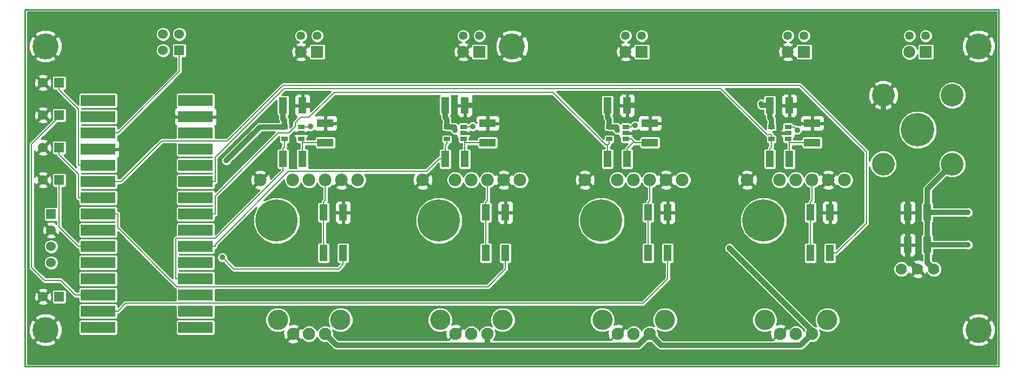
<source format=gbl>
G04 (created by PCBNEW-RS274X (2010-03-14)-final) date Mon 23 May 2011 01:34:54 PM PDT*
G01*
G70*
G90*
%MOIN*%
G04 Gerber Fmt 3.4, Leading zero omitted, Abs format*
%FSLAX34Y34*%
G04 APERTURE LIST*
%ADD10C,0.006000*%
%ADD11C,0.009000*%
%ADD12C,0.076000*%
%ADD13C,0.125000*%
%ADD14R,0.213000X0.069000*%
%ADD15C,0.070000*%
%ADD16R,0.039000X0.027000*%
%ADD17R,0.050000X0.100000*%
%ADD18R,0.100000X0.050000*%
%ADD19C,0.073000*%
%ADD20R,0.073000X0.073000*%
%ADD21C,0.053000*%
%ADD22R,0.060000X0.060000*%
%ADD23C,0.060000*%
%ADD24C,0.078000*%
%ADD25C,0.260000*%
%ADD26C,0.160000*%
%ADD27C,0.140000*%
%ADD28C,0.207000*%
%ADD29C,0.035000*%
%ADD30C,0.032000*%
%ADD31C,0.008000*%
%ADD32C,0.010000*%
G04 APERTURE END LIST*
G54D10*
G54D11*
X25500Y-33500D02*
X25500Y-55500D01*
X85500Y-33500D02*
X25500Y-33500D01*
X85500Y-55500D02*
X85500Y-33500D01*
X25500Y-55500D02*
X85500Y-55500D01*
G54D12*
X42016Y-53500D03*
X43000Y-53500D03*
X43984Y-53500D03*
G54D13*
X41070Y-52634D03*
X44930Y-52634D03*
G54D12*
X72016Y-53500D03*
X73000Y-53500D03*
X73984Y-53500D03*
G54D13*
X71070Y-52634D03*
X74930Y-52634D03*
G54D12*
X62016Y-53500D03*
X63000Y-53500D03*
X63984Y-53500D03*
G54D13*
X61070Y-52634D03*
X64930Y-52634D03*
G54D12*
X52016Y-53500D03*
X53000Y-53500D03*
X53984Y-53500D03*
G54D13*
X51070Y-52634D03*
X54930Y-52634D03*
G54D14*
X30000Y-39100D03*
X30000Y-40100D03*
X30000Y-41100D03*
X30000Y-42100D03*
X30000Y-43100D03*
X30000Y-44100D03*
X30000Y-45100D03*
X30000Y-46100D03*
X30000Y-47100D03*
X30000Y-48100D03*
X30000Y-49100D03*
X30000Y-50100D03*
X30000Y-51100D03*
X30000Y-52100D03*
X30000Y-53100D03*
X36000Y-53100D03*
X36000Y-52100D03*
X36000Y-51100D03*
X36000Y-50100D03*
X36000Y-49100D03*
X36000Y-48100D03*
X36000Y-47100D03*
X36000Y-46100D03*
X36000Y-45100D03*
X36000Y-44100D03*
X36000Y-43100D03*
X36000Y-42100D03*
X36000Y-41100D03*
X36000Y-40100D03*
X36000Y-39100D03*
G54D15*
X81500Y-49500D03*
X80500Y-49500D03*
X79500Y-49500D03*
G54D16*
X42510Y-40725D03*
X42510Y-41100D03*
X42510Y-41475D03*
X41490Y-41475D03*
X41490Y-40725D03*
X52510Y-40725D03*
X52510Y-41100D03*
X52510Y-41475D03*
X51490Y-41475D03*
X51490Y-40725D03*
X62510Y-40725D03*
X62510Y-41100D03*
X62510Y-41475D03*
X61490Y-41475D03*
X61490Y-40725D03*
X72510Y-40725D03*
X72510Y-41100D03*
X72510Y-41475D03*
X71490Y-41475D03*
X71490Y-40725D03*
G54D17*
X81100Y-48000D03*
X79900Y-48000D03*
X42600Y-39400D03*
X41400Y-39400D03*
X43900Y-46000D03*
X45100Y-46000D03*
X52600Y-39400D03*
X51400Y-39400D03*
X53900Y-46000D03*
X55100Y-46000D03*
X62600Y-39400D03*
X61400Y-39400D03*
X63900Y-46000D03*
X65100Y-46000D03*
X72600Y-39400D03*
X71400Y-39400D03*
X73900Y-46000D03*
X75100Y-46000D03*
X43900Y-48500D03*
X45100Y-48500D03*
X41400Y-42700D03*
X42600Y-42700D03*
G54D18*
X44000Y-41700D03*
X44000Y-40500D03*
G54D17*
X53900Y-48500D03*
X55100Y-48500D03*
X51400Y-42700D03*
X52600Y-42700D03*
G54D18*
X54000Y-41700D03*
X54000Y-40500D03*
G54D17*
X63900Y-48500D03*
X65100Y-48500D03*
X61400Y-42700D03*
X62600Y-42700D03*
G54D18*
X64000Y-41700D03*
X64000Y-40500D03*
G54D17*
X73900Y-48500D03*
X75100Y-48500D03*
X71400Y-42700D03*
X72600Y-42700D03*
G54D18*
X74000Y-41700D03*
X74000Y-40500D03*
G54D19*
X42500Y-36100D03*
G54D20*
X43500Y-36100D03*
G54D21*
X43500Y-35100D03*
X42500Y-35100D03*
G54D19*
X52500Y-36100D03*
G54D20*
X53500Y-36100D03*
G54D21*
X53500Y-35100D03*
X52500Y-35100D03*
G54D19*
X62500Y-36100D03*
G54D20*
X63500Y-36100D03*
G54D21*
X63500Y-35100D03*
X62500Y-35100D03*
G54D19*
X72500Y-36100D03*
G54D20*
X73500Y-36100D03*
G54D21*
X73500Y-35100D03*
X72500Y-35100D03*
G54D22*
X27100Y-46100D03*
G54D23*
X27100Y-47100D03*
X27100Y-48100D03*
X27100Y-49100D03*
G54D22*
X35000Y-36000D03*
G54D23*
X34000Y-36000D03*
X35000Y-35000D03*
X34000Y-35000D03*
G54D22*
X27600Y-51200D03*
G54D23*
X26600Y-51200D03*
G54D22*
X27600Y-44000D03*
G54D23*
X26600Y-44000D03*
G54D22*
X27600Y-42000D03*
G54D23*
X26600Y-42000D03*
G54D22*
X27600Y-40000D03*
G54D23*
X26600Y-40000D03*
G54D22*
X27600Y-38000D03*
G54D23*
X26600Y-38000D03*
G54D17*
X81100Y-46000D03*
X79900Y-46000D03*
G54D19*
X80000Y-36100D03*
G54D20*
X81000Y-36100D03*
G54D21*
X81000Y-35100D03*
X80000Y-35100D03*
G54D24*
X43000Y-44000D03*
X44000Y-44000D03*
X45000Y-44000D03*
X46000Y-44000D03*
X42000Y-44000D03*
X40000Y-44000D03*
G54D25*
X41000Y-46500D03*
G54D24*
X73000Y-44000D03*
X74000Y-44000D03*
X75000Y-44000D03*
X76000Y-44000D03*
X72000Y-44000D03*
X70000Y-44000D03*
G54D25*
X71000Y-46500D03*
G54D24*
X63000Y-44000D03*
X64000Y-44000D03*
X65000Y-44000D03*
X66000Y-44000D03*
X62000Y-44000D03*
X60000Y-44000D03*
G54D25*
X61000Y-46500D03*
G54D24*
X53000Y-44000D03*
X54000Y-44000D03*
X55000Y-44000D03*
X56000Y-44000D03*
X52000Y-44000D03*
X50000Y-44000D03*
G54D25*
X51000Y-46500D03*
G54D26*
X84250Y-35750D03*
X55500Y-35750D03*
X26750Y-35750D03*
X26750Y-53250D03*
X84250Y-53250D03*
G54D27*
X78375Y-38775D03*
X82625Y-38775D03*
X82625Y-43025D03*
X78375Y-43025D03*
G54D28*
X80500Y-40900D03*
G54D29*
X37900Y-42800D03*
X39600Y-41100D03*
X68900Y-48200D03*
X62000Y-40920D03*
X52000Y-40920D03*
X70861Y-39300D03*
X43100Y-40700D03*
X53078Y-40701D03*
X63078Y-40645D03*
X73078Y-40920D03*
X37647Y-48780D03*
X39000Y-46700D03*
X69300Y-42100D03*
X59300Y-42200D03*
X49400Y-42200D03*
X73800Y-39300D03*
X63800Y-39100D03*
X53800Y-39200D03*
X42000Y-41900D03*
X43200Y-39400D03*
X29800Y-34900D03*
X83600Y-48000D03*
X83600Y-46000D03*
G54D30*
X41490Y-40725D02*
X39975Y-40725D01*
X39975Y-40725D02*
X39600Y-41100D01*
X37900Y-42800D02*
X39600Y-41100D01*
X73984Y-53500D02*
X73984Y-53284D01*
X73984Y-53284D02*
X68900Y-48200D01*
X41400Y-40237D02*
X41490Y-40327D01*
X41400Y-39400D02*
X41400Y-40237D01*
X41490Y-40725D02*
X41490Y-40327D01*
X71490Y-40253D02*
X71490Y-40725D01*
X71400Y-40163D02*
X71490Y-40253D01*
X71400Y-39400D02*
X71400Y-40163D01*
X61400Y-39400D02*
X61400Y-40163D01*
X53984Y-53500D02*
X53984Y-54190D01*
X44674Y-54190D02*
X43984Y-53500D01*
X53984Y-54190D02*
X44674Y-54190D01*
X51490Y-40253D02*
X51400Y-40163D01*
X51490Y-40725D02*
X51490Y-40253D01*
X61490Y-40253D02*
X61400Y-40163D01*
X61490Y-40725D02*
X61490Y-40253D01*
X61948Y-40868D02*
X61948Y-40725D01*
X62000Y-40920D02*
X61948Y-40868D01*
X61490Y-40725D02*
X61948Y-40725D01*
X51948Y-40868D02*
X51948Y-40725D01*
X52000Y-40920D02*
X51948Y-40868D01*
X51490Y-40725D02*
X51948Y-40725D01*
X51400Y-39400D02*
X51400Y-40163D01*
X70887Y-39326D02*
X70887Y-39400D01*
X70861Y-39300D02*
X70887Y-39326D01*
X71400Y-39400D02*
X70887Y-39400D01*
X63294Y-54190D02*
X63984Y-53500D01*
X53984Y-54190D02*
X63294Y-54190D01*
X73286Y-54198D02*
X73984Y-53500D01*
X64682Y-54198D02*
X73286Y-54198D01*
X63984Y-53500D02*
X64682Y-54198D01*
G54D31*
X27600Y-40000D02*
X27600Y-40100D01*
X28600Y-51100D02*
X30000Y-51100D01*
X27700Y-50200D02*
X28600Y-51100D01*
X26700Y-50200D02*
X27700Y-50200D01*
X25900Y-49400D02*
X26700Y-50200D01*
X25900Y-41800D02*
X25900Y-49400D01*
X26500Y-41200D02*
X25900Y-41800D01*
X27600Y-40100D02*
X26500Y-41200D01*
X61490Y-41475D02*
X61490Y-41753D01*
X36000Y-46100D02*
X37208Y-46100D01*
X37208Y-44988D02*
X37208Y-46100D01*
X41096Y-41100D02*
X37208Y-44988D01*
X41753Y-41100D02*
X41096Y-41100D01*
X42154Y-40699D02*
X41753Y-41100D01*
X42154Y-40465D02*
X42154Y-40699D01*
X42476Y-40143D02*
X42154Y-40465D01*
X43002Y-40143D02*
X42476Y-40143D01*
X44551Y-38594D02*
X43002Y-40143D01*
X58021Y-38594D02*
X44551Y-38594D01*
X61270Y-41843D02*
X58021Y-38594D01*
X61400Y-41843D02*
X61270Y-41843D01*
X61400Y-42700D02*
X61400Y-41843D01*
X61400Y-41843D02*
X61490Y-41753D01*
X71400Y-42700D02*
X71400Y-42057D01*
X36000Y-44100D02*
X37208Y-44100D01*
X71490Y-41967D02*
X71490Y-41475D01*
X71400Y-42057D02*
X71490Y-41967D01*
X37208Y-42608D02*
X37208Y-44100D01*
X41465Y-38351D02*
X37208Y-42608D01*
X68366Y-38351D02*
X41465Y-38351D01*
X71212Y-41197D02*
X68366Y-38351D01*
X71490Y-41197D02*
X71212Y-41197D01*
X71490Y-41475D02*
X71490Y-41197D01*
X42510Y-40725D02*
X42925Y-40725D01*
X42925Y-40725D02*
X43100Y-40700D01*
X53000Y-50589D02*
X54011Y-50589D01*
X55100Y-49500D02*
X55100Y-48500D01*
X54011Y-50589D02*
X55100Y-49500D01*
X31208Y-46939D02*
X31208Y-46100D01*
X34858Y-50589D02*
X31208Y-46939D01*
X53011Y-50589D02*
X53000Y-50589D01*
X53000Y-50589D02*
X34858Y-50589D01*
X30000Y-46100D02*
X31208Y-46100D01*
X52872Y-40701D02*
X52848Y-40725D01*
X53078Y-40701D02*
X52872Y-40701D01*
X52510Y-40725D02*
X52848Y-40725D01*
X62928Y-40645D02*
X62848Y-40725D01*
X63078Y-40645D02*
X62928Y-40645D01*
X62510Y-40725D02*
X62848Y-40725D01*
X31414Y-44100D02*
X30000Y-44100D01*
X33925Y-41589D02*
X31414Y-44100D01*
X37966Y-41589D02*
X33925Y-41589D01*
X41388Y-38167D02*
X37966Y-41589D01*
X73240Y-38167D02*
X41388Y-38167D01*
X77339Y-42266D02*
X73240Y-38167D01*
X77339Y-46654D02*
X77339Y-42266D01*
X75493Y-48500D02*
X77339Y-46654D01*
X75100Y-48500D02*
X75493Y-48500D01*
X72883Y-40725D02*
X72510Y-40725D01*
X73078Y-40920D02*
X72883Y-40725D01*
X36000Y-50100D02*
X34792Y-50100D01*
X34792Y-47632D02*
X34792Y-50100D01*
X34813Y-47611D02*
X34792Y-47632D01*
X37230Y-47611D02*
X34813Y-47611D01*
X41400Y-43441D02*
X37230Y-47611D01*
X41400Y-42700D02*
X41400Y-43441D01*
X41490Y-41967D02*
X41490Y-41475D01*
X41400Y-42057D02*
X41490Y-41967D01*
X41400Y-42700D02*
X41400Y-42057D01*
X51400Y-41843D02*
X51490Y-41753D01*
X51400Y-42057D02*
X51400Y-41843D01*
X51490Y-41475D02*
X51490Y-41753D01*
X51400Y-42378D02*
X51400Y-42057D01*
X36000Y-48100D02*
X37208Y-48100D01*
X51400Y-42378D02*
X51400Y-42700D01*
X50241Y-43466D02*
X51007Y-42700D01*
X41733Y-43466D02*
X50241Y-43466D01*
X37208Y-47991D02*
X41733Y-43466D01*
X37208Y-48100D02*
X37208Y-47991D01*
X51400Y-42700D02*
X51007Y-42700D01*
X27600Y-46908D02*
X28792Y-48100D01*
X27600Y-44000D02*
X27600Y-46908D01*
X30000Y-48100D02*
X28792Y-48100D01*
X28792Y-43635D02*
X28792Y-45100D01*
X27600Y-42443D02*
X28792Y-43635D01*
X27600Y-42000D02*
X27600Y-42443D01*
X30000Y-45100D02*
X28792Y-45100D01*
X28792Y-39635D02*
X28792Y-43100D01*
X27600Y-38443D02*
X28792Y-39635D01*
X27600Y-38000D02*
X27600Y-38443D01*
X30000Y-43100D02*
X28792Y-43100D01*
X44100Y-49491D02*
X44809Y-49491D01*
X45100Y-49200D02*
X45100Y-48500D01*
X44809Y-49491D02*
X45100Y-49200D01*
X38358Y-49491D02*
X37647Y-48780D01*
X44109Y-49491D02*
X44100Y-49491D01*
X44100Y-49491D02*
X38358Y-49491D01*
X61988Y-51612D02*
X63588Y-51612D01*
X30000Y-52100D02*
X31208Y-52100D01*
X61988Y-51612D02*
X31696Y-51612D01*
X31696Y-51612D02*
X31208Y-52100D01*
X65100Y-50100D02*
X65100Y-48500D01*
X63588Y-51612D02*
X65100Y-50100D01*
X35000Y-37308D02*
X31208Y-41100D01*
X35000Y-36000D02*
X35000Y-37308D01*
X30000Y-41100D02*
X31208Y-41100D01*
G54D30*
X79900Y-48000D02*
X79900Y-48900D01*
X79900Y-48900D02*
X80500Y-49500D01*
X79900Y-46000D02*
X79900Y-48000D01*
X79900Y-46000D02*
X79900Y-42600D01*
X78375Y-41075D02*
X78375Y-38775D01*
X79900Y-42600D02*
X78375Y-41075D01*
X72600Y-39400D02*
X73700Y-39400D01*
X73700Y-39400D02*
X73800Y-39300D01*
X62600Y-39400D02*
X63500Y-39400D01*
X63500Y-39400D02*
X63800Y-39100D01*
X52600Y-39400D02*
X53600Y-39400D01*
X53600Y-39400D02*
X53800Y-39200D01*
X42600Y-39400D02*
X43200Y-39400D01*
G54D31*
X44000Y-41700D02*
X43357Y-41700D01*
X43357Y-41700D02*
X42600Y-41700D01*
X42600Y-42700D02*
X42600Y-41700D01*
X42600Y-41565D02*
X42510Y-41475D01*
X42600Y-41700D02*
X42600Y-41565D01*
X44000Y-45257D02*
X43900Y-45357D01*
X44000Y-44000D02*
X44000Y-45257D01*
X43900Y-46000D02*
X43900Y-45357D01*
X43900Y-48500D02*
X43900Y-46000D01*
X54000Y-41700D02*
X53357Y-41700D01*
X53357Y-41700D02*
X52600Y-41700D01*
X52600Y-42700D02*
X52600Y-41700D01*
X52600Y-41565D02*
X52510Y-41475D01*
X52600Y-41700D02*
X52600Y-41565D01*
X54000Y-45257D02*
X53900Y-45357D01*
X54000Y-44000D02*
X54000Y-45257D01*
X53900Y-46000D02*
X53900Y-45357D01*
X53900Y-48500D02*
X53900Y-46000D01*
X62510Y-41475D02*
X62848Y-41475D01*
X62600Y-42700D02*
X62600Y-42057D01*
X62600Y-42057D02*
X63015Y-41642D01*
X63073Y-41700D02*
X63015Y-41642D01*
X64000Y-41700D02*
X63073Y-41700D01*
X63015Y-41642D02*
X62848Y-41475D01*
X64000Y-45257D02*
X63900Y-45357D01*
X64000Y-44000D02*
X64000Y-45257D01*
X63900Y-46000D02*
X63900Y-45357D01*
X63900Y-48500D02*
X63900Y-46000D01*
X74000Y-41700D02*
X73357Y-41700D01*
X73357Y-41700D02*
X72600Y-41700D01*
X72600Y-42700D02*
X72600Y-41700D01*
X72600Y-41565D02*
X72510Y-41475D01*
X72600Y-41700D02*
X72600Y-41565D01*
X74000Y-45257D02*
X73900Y-45357D01*
X74000Y-44000D02*
X74000Y-45257D01*
X73900Y-46000D02*
X73900Y-45357D01*
X73900Y-48500D02*
X73900Y-46000D01*
G54D30*
X81100Y-48000D02*
X83600Y-48000D01*
X81100Y-46000D02*
X83600Y-46000D01*
X81100Y-48000D02*
X81100Y-49100D01*
X81100Y-49100D02*
X81500Y-49500D01*
X81100Y-46000D02*
X81100Y-48000D01*
X81100Y-46000D02*
X81100Y-44550D01*
X81100Y-44550D02*
X82625Y-43025D01*
G54D32*
X25645Y-33645D02*
X85355Y-33645D01*
X25645Y-33725D02*
X85355Y-33725D01*
X25645Y-33805D02*
X85355Y-33805D01*
X25645Y-33885D02*
X85355Y-33885D01*
X25645Y-33965D02*
X85355Y-33965D01*
X25645Y-34045D02*
X85355Y-34045D01*
X25645Y-34125D02*
X85355Y-34125D01*
X25645Y-34205D02*
X85355Y-34205D01*
X25645Y-34285D02*
X85355Y-34285D01*
X25645Y-34365D02*
X85355Y-34365D01*
X25645Y-34445D02*
X85355Y-34445D01*
X25645Y-34525D02*
X85355Y-34525D01*
X25645Y-34605D02*
X33780Y-34605D01*
X34220Y-34605D02*
X34780Y-34605D01*
X35220Y-34605D02*
X85355Y-34605D01*
X25645Y-34685D02*
X33680Y-34685D01*
X34320Y-34685D02*
X34680Y-34685D01*
X35320Y-34685D02*
X42418Y-34685D01*
X42583Y-34685D02*
X43418Y-34685D01*
X43583Y-34685D02*
X52418Y-34685D01*
X52583Y-34685D02*
X53418Y-34685D01*
X53583Y-34685D02*
X62418Y-34685D01*
X62583Y-34685D02*
X63418Y-34685D01*
X63583Y-34685D02*
X72418Y-34685D01*
X72583Y-34685D02*
X73418Y-34685D01*
X73583Y-34685D02*
X79918Y-34685D01*
X80083Y-34685D02*
X80918Y-34685D01*
X81083Y-34685D02*
X85355Y-34685D01*
X25645Y-34765D02*
X26435Y-34765D01*
X27058Y-34765D02*
X33612Y-34765D01*
X34389Y-34765D02*
X34612Y-34765D01*
X35389Y-34765D02*
X42249Y-34765D01*
X42752Y-34765D02*
X43249Y-34765D01*
X43752Y-34765D02*
X52249Y-34765D01*
X52752Y-34765D02*
X53249Y-34765D01*
X53752Y-34765D02*
X55185Y-34765D01*
X55808Y-34765D02*
X62249Y-34765D01*
X62752Y-34765D02*
X63249Y-34765D01*
X63752Y-34765D02*
X72249Y-34765D01*
X72752Y-34765D02*
X73249Y-34765D01*
X73752Y-34765D02*
X79749Y-34765D01*
X80252Y-34765D02*
X80749Y-34765D01*
X81252Y-34765D02*
X83935Y-34765D01*
X84558Y-34765D02*
X85355Y-34765D01*
X25645Y-34845D02*
X26242Y-34845D01*
X27257Y-34845D02*
X33579Y-34845D01*
X34422Y-34845D02*
X34579Y-34845D01*
X35422Y-34845D02*
X42169Y-34845D01*
X42832Y-34845D02*
X43169Y-34845D01*
X43832Y-34845D02*
X52169Y-34845D01*
X52832Y-34845D02*
X53169Y-34845D01*
X53832Y-34845D02*
X54992Y-34845D01*
X56007Y-34845D02*
X62169Y-34845D01*
X62832Y-34845D02*
X63169Y-34845D01*
X63832Y-34845D02*
X72169Y-34845D01*
X72832Y-34845D02*
X73169Y-34845D01*
X73832Y-34845D02*
X79669Y-34845D01*
X80332Y-34845D02*
X80669Y-34845D01*
X81332Y-34845D02*
X83742Y-34845D01*
X84757Y-34845D02*
X85355Y-34845D01*
X25645Y-34925D02*
X26143Y-34925D01*
X27358Y-34925D02*
X33551Y-34925D01*
X34449Y-34925D02*
X34551Y-34925D01*
X35449Y-34925D02*
X42124Y-34925D01*
X42877Y-34925D02*
X43124Y-34925D01*
X43877Y-34925D02*
X52124Y-34925D01*
X52877Y-34925D02*
X53124Y-34925D01*
X53877Y-34925D02*
X54893Y-34925D01*
X56108Y-34925D02*
X62124Y-34925D01*
X62877Y-34925D02*
X63124Y-34925D01*
X63877Y-34925D02*
X72124Y-34925D01*
X72877Y-34925D02*
X73124Y-34925D01*
X73877Y-34925D02*
X79624Y-34925D01*
X80377Y-34925D02*
X80624Y-34925D01*
X81377Y-34925D02*
X83643Y-34925D01*
X84858Y-34925D02*
X85355Y-34925D01*
X25645Y-35005D02*
X26096Y-35005D01*
X27405Y-35005D02*
X33551Y-35005D01*
X34449Y-35005D02*
X34551Y-35005D01*
X35449Y-35005D02*
X42091Y-35005D01*
X42910Y-35005D02*
X43091Y-35005D01*
X43910Y-35005D02*
X52091Y-35005D01*
X52910Y-35005D02*
X53091Y-35005D01*
X53910Y-35005D02*
X54846Y-35005D01*
X56155Y-35005D02*
X62091Y-35005D01*
X62910Y-35005D02*
X63091Y-35005D01*
X63910Y-35005D02*
X72091Y-35005D01*
X72910Y-35005D02*
X73091Y-35005D01*
X73910Y-35005D02*
X79591Y-35005D01*
X80410Y-35005D02*
X80591Y-35005D01*
X81410Y-35005D02*
X83596Y-35005D01*
X84905Y-35005D02*
X85355Y-35005D01*
X25645Y-35085D02*
X26156Y-35085D01*
X27344Y-35085D02*
X33551Y-35085D01*
X34449Y-35085D02*
X34551Y-35085D01*
X35449Y-35085D02*
X42085Y-35085D01*
X42915Y-35085D02*
X43085Y-35085D01*
X43915Y-35085D02*
X52085Y-35085D01*
X52915Y-35085D02*
X53085Y-35085D01*
X53915Y-35085D02*
X54906Y-35085D01*
X56094Y-35085D02*
X62085Y-35085D01*
X62915Y-35085D02*
X63085Y-35085D01*
X63915Y-35085D02*
X72085Y-35085D01*
X72915Y-35085D02*
X73085Y-35085D01*
X73915Y-35085D02*
X79585Y-35085D01*
X80415Y-35085D02*
X80585Y-35085D01*
X81415Y-35085D02*
X83656Y-35085D01*
X84844Y-35085D02*
X85355Y-35085D01*
X25645Y-35165D02*
X25889Y-35165D01*
X26094Y-35165D02*
X26236Y-35165D01*
X27264Y-35165D02*
X27406Y-35165D01*
X27612Y-35165D02*
X33582Y-35165D01*
X34417Y-35165D02*
X34582Y-35165D01*
X35417Y-35165D02*
X42085Y-35165D01*
X42915Y-35165D02*
X43085Y-35165D01*
X43915Y-35165D02*
X52085Y-35165D01*
X52915Y-35165D02*
X53085Y-35165D01*
X53915Y-35165D02*
X54639Y-35165D01*
X54844Y-35165D02*
X54986Y-35165D01*
X56014Y-35165D02*
X56156Y-35165D01*
X56362Y-35165D02*
X62085Y-35165D01*
X62915Y-35165D02*
X63085Y-35165D01*
X63915Y-35165D02*
X72085Y-35165D01*
X72915Y-35165D02*
X73085Y-35165D01*
X73915Y-35165D02*
X79585Y-35165D01*
X80415Y-35165D02*
X80585Y-35165D01*
X81415Y-35165D02*
X83389Y-35165D01*
X83594Y-35165D02*
X83736Y-35165D01*
X84764Y-35165D02*
X84906Y-35165D01*
X85112Y-35165D02*
X85355Y-35165D01*
X25645Y-35245D02*
X25845Y-35245D01*
X26174Y-35245D02*
X26316Y-35245D01*
X27184Y-35245D02*
X27326Y-35245D01*
X27657Y-35245D02*
X33615Y-35245D01*
X34384Y-35245D02*
X34615Y-35245D01*
X35384Y-35245D02*
X42110Y-35245D01*
X42888Y-35245D02*
X43110Y-35245D01*
X43888Y-35245D02*
X52110Y-35245D01*
X52888Y-35245D02*
X53110Y-35245D01*
X53888Y-35245D02*
X54595Y-35245D01*
X54924Y-35245D02*
X55066Y-35245D01*
X55934Y-35245D02*
X56076Y-35245D01*
X56407Y-35245D02*
X62110Y-35245D01*
X62888Y-35245D02*
X63110Y-35245D01*
X63888Y-35245D02*
X72110Y-35245D01*
X72888Y-35245D02*
X73110Y-35245D01*
X73888Y-35245D02*
X79610Y-35245D01*
X80388Y-35245D02*
X80610Y-35245D01*
X81388Y-35245D02*
X83345Y-35245D01*
X83674Y-35245D02*
X83816Y-35245D01*
X84684Y-35245D02*
X84826Y-35245D01*
X85157Y-35245D02*
X85355Y-35245D01*
X25645Y-35325D02*
X25813Y-35325D01*
X26254Y-35325D02*
X26396Y-35325D01*
X27104Y-35325D02*
X27246Y-35325D01*
X27690Y-35325D02*
X33690Y-35325D01*
X34310Y-35325D02*
X34690Y-35325D01*
X35310Y-35325D02*
X42143Y-35325D01*
X42855Y-35325D02*
X43143Y-35325D01*
X43855Y-35325D02*
X52143Y-35325D01*
X52855Y-35325D02*
X53143Y-35325D01*
X53855Y-35325D02*
X54563Y-35325D01*
X55004Y-35325D02*
X55146Y-35325D01*
X55854Y-35325D02*
X55996Y-35325D01*
X56440Y-35325D02*
X62143Y-35325D01*
X62855Y-35325D02*
X63143Y-35325D01*
X63855Y-35325D02*
X72143Y-35325D01*
X72855Y-35325D02*
X73143Y-35325D01*
X73855Y-35325D02*
X79643Y-35325D01*
X80355Y-35325D02*
X80643Y-35325D01*
X81355Y-35325D02*
X83313Y-35325D01*
X83754Y-35325D02*
X83896Y-35325D01*
X84604Y-35325D02*
X84746Y-35325D01*
X85190Y-35325D02*
X85355Y-35325D01*
X25645Y-35405D02*
X25780Y-35405D01*
X26334Y-35405D02*
X26476Y-35405D01*
X27024Y-35405D02*
X27166Y-35405D01*
X27723Y-35405D02*
X33804Y-35405D01*
X34195Y-35405D02*
X34804Y-35405D01*
X35195Y-35405D02*
X42218Y-35405D01*
X42781Y-35405D02*
X43218Y-35405D01*
X43781Y-35405D02*
X52218Y-35405D01*
X52781Y-35405D02*
X53218Y-35405D01*
X53781Y-35405D02*
X54530Y-35405D01*
X55084Y-35405D02*
X55226Y-35405D01*
X55774Y-35405D02*
X55916Y-35405D01*
X56473Y-35405D02*
X62218Y-35405D01*
X62781Y-35405D02*
X63218Y-35405D01*
X63781Y-35405D02*
X72218Y-35405D01*
X72781Y-35405D02*
X73218Y-35405D01*
X73781Y-35405D02*
X79718Y-35405D01*
X80281Y-35405D02*
X80718Y-35405D01*
X81281Y-35405D02*
X83280Y-35405D01*
X83834Y-35405D02*
X83976Y-35405D01*
X84524Y-35405D02*
X84666Y-35405D01*
X85223Y-35405D02*
X85355Y-35405D01*
X25645Y-35485D02*
X25748Y-35485D01*
X26414Y-35485D02*
X26556Y-35485D01*
X26944Y-35485D02*
X27086Y-35485D01*
X27756Y-35485D02*
X42346Y-35485D01*
X42653Y-35485D02*
X43345Y-35485D01*
X43654Y-35485D02*
X52346Y-35485D01*
X52653Y-35485D02*
X53345Y-35485D01*
X53654Y-35485D02*
X54498Y-35485D01*
X55164Y-35485D02*
X55306Y-35485D01*
X55694Y-35485D02*
X55836Y-35485D01*
X56506Y-35485D02*
X62346Y-35485D01*
X62653Y-35485D02*
X63345Y-35485D01*
X63654Y-35485D02*
X72346Y-35485D01*
X72653Y-35485D02*
X73345Y-35485D01*
X73654Y-35485D02*
X79845Y-35485D01*
X80154Y-35485D02*
X80845Y-35485D01*
X81154Y-35485D02*
X83248Y-35485D01*
X83914Y-35485D02*
X84056Y-35485D01*
X84444Y-35485D02*
X84586Y-35485D01*
X85256Y-35485D02*
X85355Y-35485D01*
X25645Y-35565D02*
X25720Y-35565D01*
X26494Y-35565D02*
X26636Y-35565D01*
X26864Y-35565D02*
X27006Y-35565D01*
X27778Y-35565D02*
X33877Y-35565D01*
X34124Y-35565D02*
X34637Y-35565D01*
X35364Y-35565D02*
X42205Y-35565D01*
X42793Y-35565D02*
X52205Y-35565D01*
X52793Y-35565D02*
X54470Y-35565D01*
X55244Y-35565D02*
X55386Y-35565D01*
X55614Y-35565D02*
X55756Y-35565D01*
X56528Y-35565D02*
X62205Y-35565D01*
X62793Y-35565D02*
X72205Y-35565D01*
X72793Y-35565D02*
X83220Y-35565D01*
X83994Y-35565D02*
X84136Y-35565D01*
X84364Y-35565D02*
X84506Y-35565D01*
X85278Y-35565D02*
X85355Y-35565D01*
X25645Y-35645D02*
X25720Y-35645D01*
X26574Y-35645D02*
X26716Y-35645D01*
X26784Y-35645D02*
X26926Y-35645D01*
X27778Y-35645D02*
X33720Y-35645D01*
X34280Y-35645D02*
X34562Y-35645D01*
X35439Y-35645D02*
X42157Y-35645D01*
X42844Y-35645D02*
X43014Y-35645D01*
X43986Y-35645D02*
X52157Y-35645D01*
X52844Y-35645D02*
X53014Y-35645D01*
X53986Y-35645D02*
X54470Y-35645D01*
X55324Y-35645D02*
X55466Y-35645D01*
X55534Y-35645D02*
X55676Y-35645D01*
X56528Y-35645D02*
X62157Y-35645D01*
X62844Y-35645D02*
X63014Y-35645D01*
X63986Y-35645D02*
X72157Y-35645D01*
X72844Y-35645D02*
X73014Y-35645D01*
X73986Y-35645D02*
X79753Y-35645D01*
X80247Y-35645D02*
X80514Y-35645D01*
X81486Y-35645D02*
X83220Y-35645D01*
X84074Y-35645D02*
X84216Y-35645D01*
X84284Y-35645D02*
X84426Y-35645D01*
X85278Y-35645D02*
X85355Y-35645D01*
X25645Y-35725D02*
X25721Y-35725D01*
X26654Y-35725D02*
X26846Y-35725D01*
X27779Y-35725D02*
X33640Y-35725D01*
X34360Y-35725D02*
X34551Y-35725D01*
X35449Y-35725D02*
X42195Y-35725D01*
X42804Y-35725D02*
X42986Y-35725D01*
X44014Y-35725D02*
X52195Y-35725D01*
X52804Y-35725D02*
X52986Y-35725D01*
X54014Y-35725D02*
X54471Y-35725D01*
X55404Y-35725D02*
X55596Y-35725D01*
X56529Y-35725D02*
X62195Y-35725D01*
X62804Y-35725D02*
X62986Y-35725D01*
X64014Y-35725D02*
X72195Y-35725D01*
X72804Y-35725D02*
X72986Y-35725D01*
X74014Y-35725D02*
X79647Y-35725D01*
X80353Y-35725D02*
X80486Y-35725D01*
X81514Y-35725D02*
X83221Y-35725D01*
X84154Y-35725D02*
X84346Y-35725D01*
X85279Y-35725D02*
X85355Y-35725D01*
X25645Y-35805D02*
X25721Y-35805D01*
X26624Y-35805D02*
X26876Y-35805D01*
X27779Y-35805D02*
X33595Y-35805D01*
X34406Y-35805D02*
X34551Y-35805D01*
X35449Y-35805D02*
X41966Y-35805D01*
X42135Y-35805D02*
X42275Y-35805D01*
X42724Y-35805D02*
X42866Y-35805D01*
X44014Y-35805D02*
X51966Y-35805D01*
X52135Y-35805D02*
X52275Y-35805D01*
X52724Y-35805D02*
X52866Y-35805D01*
X54014Y-35805D02*
X54471Y-35805D01*
X55374Y-35805D02*
X55626Y-35805D01*
X56529Y-35805D02*
X61966Y-35805D01*
X62135Y-35805D02*
X62275Y-35805D01*
X62724Y-35805D02*
X62866Y-35805D01*
X64014Y-35805D02*
X71966Y-35805D01*
X72135Y-35805D02*
X72275Y-35805D01*
X72724Y-35805D02*
X72866Y-35805D01*
X74014Y-35805D02*
X79567Y-35805D01*
X80433Y-35805D02*
X80486Y-35805D01*
X81514Y-35805D02*
X83221Y-35805D01*
X84124Y-35805D02*
X84376Y-35805D01*
X85279Y-35805D02*
X85355Y-35805D01*
X25645Y-35885D02*
X25722Y-35885D01*
X26544Y-35885D02*
X26686Y-35885D01*
X26814Y-35885D02*
X26956Y-35885D01*
X27780Y-35885D02*
X33562Y-35885D01*
X34439Y-35885D02*
X34551Y-35885D01*
X35449Y-35885D02*
X41937Y-35885D01*
X42215Y-35885D02*
X42355Y-35885D01*
X42644Y-35885D02*
X42786Y-35885D01*
X44014Y-35885D02*
X51937Y-35885D01*
X52215Y-35885D02*
X52355Y-35885D01*
X52644Y-35885D02*
X52786Y-35885D01*
X54014Y-35885D02*
X54472Y-35885D01*
X55294Y-35885D02*
X55436Y-35885D01*
X55564Y-35885D02*
X55706Y-35885D01*
X56530Y-35885D02*
X61937Y-35885D01*
X62215Y-35885D02*
X62355Y-35885D01*
X62644Y-35885D02*
X62786Y-35885D01*
X64014Y-35885D02*
X71937Y-35885D01*
X72215Y-35885D02*
X72355Y-35885D01*
X72644Y-35885D02*
X72786Y-35885D01*
X74014Y-35885D02*
X79532Y-35885D01*
X80469Y-35885D02*
X80486Y-35885D01*
X81514Y-35885D02*
X83222Y-35885D01*
X84044Y-35885D02*
X84186Y-35885D01*
X84314Y-35885D02*
X84456Y-35885D01*
X85280Y-35885D02*
X85355Y-35885D01*
X25645Y-35965D02*
X25723Y-35965D01*
X26464Y-35965D02*
X26606Y-35965D01*
X26894Y-35965D02*
X27036Y-35965D01*
X27772Y-35965D02*
X33551Y-35965D01*
X34449Y-35965D02*
X34551Y-35965D01*
X35449Y-35965D02*
X41908Y-35965D01*
X42295Y-35965D02*
X42436Y-35965D01*
X42564Y-35965D02*
X42706Y-35965D01*
X44014Y-35965D02*
X51908Y-35965D01*
X52295Y-35965D02*
X52436Y-35965D01*
X52564Y-35965D02*
X52706Y-35965D01*
X54014Y-35965D02*
X54473Y-35965D01*
X55214Y-35965D02*
X55356Y-35965D01*
X55644Y-35965D02*
X55786Y-35965D01*
X56522Y-35965D02*
X61908Y-35965D01*
X62295Y-35965D02*
X62436Y-35965D01*
X62564Y-35965D02*
X62706Y-35965D01*
X64014Y-35965D02*
X71908Y-35965D01*
X72295Y-35965D02*
X72436Y-35965D01*
X72564Y-35965D02*
X72706Y-35965D01*
X74014Y-35965D02*
X79499Y-35965D01*
X81514Y-35965D02*
X83223Y-35965D01*
X83964Y-35965D02*
X84106Y-35965D01*
X84394Y-35965D02*
X84536Y-35965D01*
X85272Y-35965D02*
X85355Y-35965D01*
X25645Y-36045D02*
X25756Y-36045D01*
X26384Y-36045D02*
X26526Y-36045D01*
X26974Y-36045D02*
X27116Y-36045D01*
X27740Y-36045D02*
X33551Y-36045D01*
X34449Y-36045D02*
X34551Y-36045D01*
X35449Y-36045D02*
X41894Y-36045D01*
X42375Y-36045D02*
X42626Y-36045D01*
X44014Y-36045D02*
X51894Y-36045D01*
X52375Y-36045D02*
X52626Y-36045D01*
X54014Y-36045D02*
X54506Y-36045D01*
X55134Y-36045D02*
X55276Y-36045D01*
X55724Y-36045D02*
X55866Y-36045D01*
X56490Y-36045D02*
X61894Y-36045D01*
X62375Y-36045D02*
X62626Y-36045D01*
X64014Y-36045D02*
X71894Y-36045D01*
X72375Y-36045D02*
X72626Y-36045D01*
X74014Y-36045D02*
X79485Y-36045D01*
X81514Y-36045D02*
X83256Y-36045D01*
X83884Y-36045D02*
X84026Y-36045D01*
X84474Y-36045D02*
X84616Y-36045D01*
X85240Y-36045D02*
X85355Y-36045D01*
X25645Y-36125D02*
X25789Y-36125D01*
X26304Y-36125D02*
X26446Y-36125D01*
X27054Y-36125D02*
X27196Y-36125D01*
X27707Y-36125D02*
X33565Y-36125D01*
X34434Y-36125D02*
X34551Y-36125D01*
X35449Y-36125D02*
X41898Y-36125D01*
X42404Y-36125D02*
X42595Y-36125D01*
X44014Y-36125D02*
X51898Y-36125D01*
X52404Y-36125D02*
X52595Y-36125D01*
X54014Y-36125D02*
X54539Y-36125D01*
X55054Y-36125D02*
X55196Y-36125D01*
X55804Y-36125D02*
X55946Y-36125D01*
X56457Y-36125D02*
X61898Y-36125D01*
X62404Y-36125D02*
X62595Y-36125D01*
X64014Y-36125D02*
X71898Y-36125D01*
X72404Y-36125D02*
X72595Y-36125D01*
X74014Y-36125D02*
X79485Y-36125D01*
X81514Y-36125D02*
X83289Y-36125D01*
X83804Y-36125D02*
X83946Y-36125D01*
X84554Y-36125D02*
X84696Y-36125D01*
X85207Y-36125D02*
X85355Y-36125D01*
X25645Y-36205D02*
X25822Y-36205D01*
X26224Y-36205D02*
X26366Y-36205D01*
X27134Y-36205D02*
X27276Y-36205D01*
X27675Y-36205D02*
X33598Y-36205D01*
X34400Y-36205D02*
X34551Y-36205D01*
X35449Y-36205D02*
X41901Y-36205D01*
X42324Y-36205D02*
X42466Y-36205D01*
X42535Y-36205D02*
X42675Y-36205D01*
X44014Y-36205D02*
X51901Y-36205D01*
X52324Y-36205D02*
X52466Y-36205D01*
X52535Y-36205D02*
X52675Y-36205D01*
X54014Y-36205D02*
X54572Y-36205D01*
X54974Y-36205D02*
X55116Y-36205D01*
X55884Y-36205D02*
X56026Y-36205D01*
X56425Y-36205D02*
X61901Y-36205D01*
X62324Y-36205D02*
X62466Y-36205D01*
X62535Y-36205D02*
X62675Y-36205D01*
X64014Y-36205D02*
X71901Y-36205D01*
X72324Y-36205D02*
X72466Y-36205D01*
X72535Y-36205D02*
X72675Y-36205D01*
X74014Y-36205D02*
X79486Y-36205D01*
X81514Y-36205D02*
X83322Y-36205D01*
X83724Y-36205D02*
X83866Y-36205D01*
X84634Y-36205D02*
X84776Y-36205D01*
X85175Y-36205D02*
X85355Y-36205D01*
X25645Y-36285D02*
X25856Y-36285D01*
X26144Y-36285D02*
X26286Y-36285D01*
X27214Y-36285D02*
X27356Y-36285D01*
X27643Y-36285D02*
X33650Y-36285D01*
X34350Y-36285D02*
X34551Y-36285D01*
X35449Y-36285D02*
X41919Y-36285D01*
X42244Y-36285D02*
X42385Y-36285D01*
X42615Y-36285D02*
X42755Y-36285D01*
X44014Y-36285D02*
X51919Y-36285D01*
X52244Y-36285D02*
X52385Y-36285D01*
X52615Y-36285D02*
X52755Y-36285D01*
X54014Y-36285D02*
X54606Y-36285D01*
X54894Y-36285D02*
X55036Y-36285D01*
X55964Y-36285D02*
X56106Y-36285D01*
X56393Y-36285D02*
X61919Y-36285D01*
X62244Y-36285D02*
X62385Y-36285D01*
X62615Y-36285D02*
X62755Y-36285D01*
X64014Y-36285D02*
X71919Y-36285D01*
X72244Y-36285D02*
X72385Y-36285D01*
X72615Y-36285D02*
X72755Y-36285D01*
X74014Y-36285D02*
X79519Y-36285D01*
X80480Y-36285D02*
X80486Y-36285D01*
X81514Y-36285D02*
X83356Y-36285D01*
X83644Y-36285D02*
X83786Y-36285D01*
X84714Y-36285D02*
X84856Y-36285D01*
X85143Y-36285D02*
X85355Y-36285D01*
X25645Y-36365D02*
X25938Y-36365D01*
X26064Y-36365D02*
X26206Y-36365D01*
X27294Y-36365D02*
X27436Y-36365D01*
X27561Y-36365D02*
X33730Y-36365D01*
X34270Y-36365D02*
X34565Y-36365D01*
X35434Y-36365D02*
X41952Y-36365D01*
X42164Y-36365D02*
X42305Y-36365D01*
X42695Y-36365D02*
X42835Y-36365D01*
X44014Y-36365D02*
X51952Y-36365D01*
X52164Y-36365D02*
X52305Y-36365D01*
X52695Y-36365D02*
X52835Y-36365D01*
X54014Y-36365D02*
X54688Y-36365D01*
X54814Y-36365D02*
X54956Y-36365D01*
X56044Y-36365D02*
X56186Y-36365D01*
X56311Y-36365D02*
X61952Y-36365D01*
X62164Y-36365D02*
X62305Y-36365D01*
X62695Y-36365D02*
X62835Y-36365D01*
X64014Y-36365D02*
X71952Y-36365D01*
X72164Y-36365D02*
X72305Y-36365D01*
X72695Y-36365D02*
X72835Y-36365D01*
X74014Y-36365D02*
X79552Y-36365D01*
X80447Y-36365D02*
X80486Y-36365D01*
X81514Y-36365D02*
X83438Y-36365D01*
X83564Y-36365D02*
X83706Y-36365D01*
X84794Y-36365D02*
X84936Y-36365D01*
X85061Y-36365D02*
X85355Y-36365D01*
X25645Y-36445D02*
X26126Y-36445D01*
X27374Y-36445D02*
X33900Y-36445D01*
X34098Y-36445D02*
X34661Y-36445D01*
X35339Y-36445D02*
X42049Y-36445D01*
X42084Y-36445D02*
X42225Y-36445D01*
X42775Y-36445D02*
X42915Y-36445D01*
X42950Y-36445D02*
X42986Y-36445D01*
X44014Y-36445D02*
X52049Y-36445D01*
X52084Y-36445D02*
X52225Y-36445D01*
X52775Y-36445D02*
X52915Y-36445D01*
X52950Y-36445D02*
X52986Y-36445D01*
X54014Y-36445D02*
X54876Y-36445D01*
X56124Y-36445D02*
X62049Y-36445D01*
X62084Y-36445D02*
X62225Y-36445D01*
X62775Y-36445D02*
X62915Y-36445D01*
X62950Y-36445D02*
X62986Y-36445D01*
X64014Y-36445D02*
X72049Y-36445D01*
X72084Y-36445D02*
X72225Y-36445D01*
X72775Y-36445D02*
X72915Y-36445D01*
X72950Y-36445D02*
X72986Y-36445D01*
X74014Y-36445D02*
X79617Y-36445D01*
X80383Y-36445D02*
X80486Y-36445D01*
X81514Y-36445D02*
X83626Y-36445D01*
X84874Y-36445D02*
X85355Y-36445D01*
X25645Y-36525D02*
X26113Y-36525D01*
X27386Y-36525D02*
X34810Y-36525D01*
X35190Y-36525D02*
X42146Y-36525D01*
X42853Y-36525D02*
X42998Y-36525D01*
X44001Y-36525D02*
X52146Y-36525D01*
X52853Y-36525D02*
X52998Y-36525D01*
X54001Y-36525D02*
X54863Y-36525D01*
X56136Y-36525D02*
X62146Y-36525D01*
X62853Y-36525D02*
X62998Y-36525D01*
X64001Y-36525D02*
X72146Y-36525D01*
X72853Y-36525D02*
X72998Y-36525D01*
X74001Y-36525D02*
X79697Y-36525D01*
X80303Y-36525D02*
X80498Y-36525D01*
X81501Y-36525D02*
X83613Y-36525D01*
X84886Y-36525D02*
X85355Y-36525D01*
X25645Y-36605D02*
X26160Y-36605D01*
X27339Y-36605D02*
X34810Y-36605D01*
X35190Y-36605D02*
X42173Y-36605D01*
X42826Y-36605D02*
X43083Y-36605D01*
X43916Y-36605D02*
X52173Y-36605D01*
X52826Y-36605D02*
X53083Y-36605D01*
X53916Y-36605D02*
X54910Y-36605D01*
X56089Y-36605D02*
X62173Y-36605D01*
X62826Y-36605D02*
X63083Y-36605D01*
X63916Y-36605D02*
X72173Y-36605D01*
X72826Y-36605D02*
X73083Y-36605D01*
X73916Y-36605D02*
X79873Y-36605D01*
X80126Y-36605D02*
X80583Y-36605D01*
X81416Y-36605D02*
X83660Y-36605D01*
X84839Y-36605D02*
X85355Y-36605D01*
X25645Y-36685D02*
X26318Y-36685D01*
X27186Y-36685D02*
X34810Y-36685D01*
X35190Y-36685D02*
X42344Y-36685D01*
X42673Y-36685D02*
X52344Y-36685D01*
X52673Y-36685D02*
X55068Y-36685D01*
X55936Y-36685D02*
X62344Y-36685D01*
X62673Y-36685D02*
X72344Y-36685D01*
X72673Y-36685D02*
X83818Y-36685D01*
X84686Y-36685D02*
X85355Y-36685D01*
X25645Y-36765D02*
X26516Y-36765D01*
X26992Y-36765D02*
X34810Y-36765D01*
X35190Y-36765D02*
X55266Y-36765D01*
X55742Y-36765D02*
X84016Y-36765D01*
X84492Y-36765D02*
X85355Y-36765D01*
X25645Y-36845D02*
X34810Y-36845D01*
X35190Y-36845D02*
X85355Y-36845D01*
X25645Y-36925D02*
X34810Y-36925D01*
X35190Y-36925D02*
X85355Y-36925D01*
X25645Y-37005D02*
X34810Y-37005D01*
X35190Y-37005D02*
X85355Y-37005D01*
X25645Y-37085D02*
X34810Y-37085D01*
X35190Y-37085D02*
X85355Y-37085D01*
X25645Y-37165D02*
X34810Y-37165D01*
X35190Y-37165D02*
X85355Y-37165D01*
X25645Y-37245D02*
X34794Y-37245D01*
X35190Y-37245D02*
X85355Y-37245D01*
X25645Y-37325D02*
X34714Y-37325D01*
X35186Y-37325D02*
X85355Y-37325D01*
X25645Y-37405D02*
X34634Y-37405D01*
X35159Y-37405D02*
X85355Y-37405D01*
X25645Y-37485D02*
X26425Y-37485D01*
X26759Y-37485D02*
X34554Y-37485D01*
X35091Y-37485D02*
X85355Y-37485D01*
X25645Y-37565D02*
X26309Y-37565D01*
X26892Y-37565D02*
X27237Y-37565D01*
X27964Y-37565D02*
X34474Y-37565D01*
X35011Y-37565D02*
X85355Y-37565D01*
X25645Y-37645D02*
X26315Y-37645D01*
X26884Y-37645D02*
X27162Y-37645D01*
X28039Y-37645D02*
X34394Y-37645D01*
X34931Y-37645D02*
X85355Y-37645D01*
X25645Y-37725D02*
X26126Y-37725D01*
X26255Y-37725D02*
X26395Y-37725D01*
X26804Y-37725D02*
X26946Y-37725D01*
X27075Y-37725D02*
X27151Y-37725D01*
X28049Y-37725D02*
X34314Y-37725D01*
X34851Y-37725D02*
X85355Y-37725D01*
X25645Y-37805D02*
X26098Y-37805D01*
X26335Y-37805D02*
X26475Y-37805D01*
X26724Y-37805D02*
X26866Y-37805D01*
X27108Y-37805D02*
X27151Y-37805D01*
X28049Y-37805D02*
X34234Y-37805D01*
X34771Y-37805D02*
X85355Y-37805D01*
X25645Y-37885D02*
X26070Y-37885D01*
X26415Y-37885D02*
X26555Y-37885D01*
X26644Y-37885D02*
X26786Y-37885D01*
X27133Y-37885D02*
X27151Y-37885D01*
X28049Y-37885D02*
X34154Y-37885D01*
X34691Y-37885D02*
X78082Y-37885D01*
X78659Y-37885D02*
X85355Y-37885D01*
X25645Y-37965D02*
X26059Y-37965D01*
X26495Y-37965D02*
X26706Y-37965D01*
X27138Y-37965D02*
X27151Y-37965D01*
X28049Y-37965D02*
X34074Y-37965D01*
X34611Y-37965D02*
X77890Y-37965D01*
X78860Y-37965D02*
X82361Y-37965D01*
X82891Y-37965D02*
X85355Y-37965D01*
X25645Y-38045D02*
X26063Y-38045D01*
X26484Y-38045D02*
X26715Y-38045D01*
X27142Y-38045D02*
X27151Y-38045D01*
X28049Y-38045D02*
X33994Y-38045D01*
X34531Y-38045D02*
X41241Y-38045D01*
X73387Y-38045D02*
X77822Y-38045D01*
X78929Y-38045D02*
X82167Y-38045D01*
X83083Y-38045D02*
X85355Y-38045D01*
X25645Y-38125D02*
X26067Y-38125D01*
X26404Y-38125D02*
X26546Y-38125D01*
X26655Y-38125D02*
X26795Y-38125D01*
X27126Y-38125D02*
X27151Y-38125D01*
X28049Y-38125D02*
X33914Y-38125D01*
X34451Y-38125D02*
X41161Y-38125D01*
X73467Y-38125D02*
X77796Y-38125D01*
X78954Y-38125D02*
X82074Y-38125D01*
X83177Y-38125D02*
X85355Y-38125D01*
X25645Y-38205D02*
X26096Y-38205D01*
X26324Y-38205D02*
X26466Y-38205D01*
X26735Y-38205D02*
X26875Y-38205D01*
X27098Y-38205D02*
X27151Y-38205D01*
X28049Y-38205D02*
X33834Y-38205D01*
X34371Y-38205D02*
X41081Y-38205D01*
X73547Y-38205D02*
X77675Y-38205D01*
X77734Y-38205D02*
X77876Y-38205D01*
X78874Y-38205D02*
X79016Y-38205D01*
X79076Y-38205D02*
X81994Y-38205D01*
X83257Y-38205D02*
X85355Y-38205D01*
X25645Y-38285D02*
X26141Y-38285D01*
X26244Y-38285D02*
X26386Y-38285D01*
X26815Y-38285D02*
X26955Y-38285D01*
X27058Y-38285D02*
X27151Y-38285D01*
X28049Y-38285D02*
X33754Y-38285D01*
X34291Y-38285D02*
X41001Y-38285D01*
X73627Y-38285D02*
X77568Y-38285D01*
X77814Y-38285D02*
X77956Y-38285D01*
X78794Y-38285D02*
X78936Y-38285D01*
X79184Y-38285D02*
X81914Y-38285D01*
X83337Y-38285D02*
X85355Y-38285D01*
X25645Y-38365D02*
X26306Y-38365D01*
X26895Y-38365D02*
X27165Y-38365D01*
X28034Y-38365D02*
X33674Y-38365D01*
X34211Y-38365D02*
X40921Y-38365D01*
X68649Y-38365D02*
X73169Y-38365D01*
X73707Y-38365D02*
X77536Y-38365D01*
X77894Y-38365D02*
X78036Y-38365D01*
X78714Y-38365D02*
X78856Y-38365D01*
X79217Y-38365D02*
X81875Y-38365D01*
X83375Y-38365D02*
X85355Y-38365D01*
X25645Y-38445D02*
X26311Y-38445D01*
X26888Y-38445D02*
X27261Y-38445D01*
X27939Y-38445D02*
X33594Y-38445D01*
X34131Y-38445D02*
X40841Y-38445D01*
X68729Y-38445D02*
X73249Y-38445D01*
X73787Y-38445D02*
X77504Y-38445D01*
X77974Y-38445D02*
X78116Y-38445D01*
X78634Y-38445D02*
X78776Y-38445D01*
X79250Y-38445D02*
X81842Y-38445D01*
X83409Y-38445D02*
X85355Y-38445D01*
X25645Y-38525D02*
X26469Y-38525D01*
X26751Y-38525D02*
X27430Y-38525D01*
X27951Y-38525D02*
X33514Y-38525D01*
X34051Y-38525D02*
X40761Y-38525D01*
X68809Y-38525D02*
X73329Y-38525D01*
X73867Y-38525D02*
X77472Y-38525D01*
X78054Y-38525D02*
X78196Y-38525D01*
X78554Y-38525D02*
X78696Y-38525D01*
X79283Y-38525D02*
X81809Y-38525D01*
X83442Y-38525D02*
X85355Y-38525D01*
X25645Y-38605D02*
X27494Y-38605D01*
X28031Y-38605D02*
X33434Y-38605D01*
X33971Y-38605D02*
X40681Y-38605D01*
X58301Y-38605D02*
X68351Y-38605D01*
X68889Y-38605D02*
X73409Y-38605D01*
X73947Y-38605D02*
X77441Y-38605D01*
X78134Y-38605D02*
X78276Y-38605D01*
X78474Y-38605D02*
X78616Y-38605D01*
X79306Y-38605D02*
X81775Y-38605D01*
X83475Y-38605D02*
X85355Y-38605D01*
X25645Y-38685D02*
X27574Y-38685D01*
X28111Y-38685D02*
X28803Y-38685D01*
X31198Y-38685D02*
X33354Y-38685D01*
X33891Y-38685D02*
X34803Y-38685D01*
X37198Y-38685D02*
X40601Y-38685D01*
X58381Y-38685D02*
X62219Y-38685D01*
X62523Y-38685D02*
X62677Y-38685D01*
X62982Y-38685D02*
X68431Y-38685D01*
X68969Y-38685D02*
X72219Y-38685D01*
X72523Y-38685D02*
X72677Y-38685D01*
X72982Y-38685D02*
X73489Y-38685D01*
X74027Y-38685D02*
X77441Y-38685D01*
X78214Y-38685D02*
X78356Y-38685D01*
X78394Y-38685D02*
X78536Y-38685D01*
X79307Y-38685D02*
X81775Y-38685D01*
X83475Y-38685D02*
X85355Y-38685D01*
X25645Y-38765D02*
X27654Y-38765D01*
X28191Y-38765D02*
X28786Y-38765D01*
X31214Y-38765D02*
X33274Y-38765D01*
X33811Y-38765D02*
X34786Y-38765D01*
X37214Y-38765D02*
X40521Y-38765D01*
X58461Y-38765D02*
X61087Y-38765D01*
X61714Y-38765D02*
X62137Y-38765D01*
X62550Y-38765D02*
X62650Y-38765D01*
X63064Y-38765D02*
X68511Y-38765D01*
X69049Y-38765D02*
X71087Y-38765D01*
X71714Y-38765D02*
X72137Y-38765D01*
X72550Y-38765D02*
X72650Y-38765D01*
X73064Y-38765D02*
X73569Y-38765D01*
X74107Y-38765D02*
X77442Y-38765D01*
X78294Y-38765D02*
X78456Y-38765D01*
X79308Y-38765D02*
X81775Y-38765D01*
X83475Y-38765D02*
X85355Y-38765D01*
X25645Y-38845D02*
X27734Y-38845D01*
X28271Y-38845D02*
X28786Y-38845D01*
X31214Y-38845D02*
X33194Y-38845D01*
X33731Y-38845D02*
X34786Y-38845D01*
X37214Y-38845D02*
X40441Y-38845D01*
X44567Y-38845D02*
X51012Y-38845D01*
X51789Y-38845D02*
X52104Y-38845D01*
X53097Y-38845D02*
X58003Y-38845D01*
X58541Y-38845D02*
X61012Y-38845D01*
X61789Y-38845D02*
X62104Y-38845D01*
X62550Y-38845D02*
X62650Y-38845D01*
X63097Y-38845D02*
X68591Y-38845D01*
X69129Y-38845D02*
X71012Y-38845D01*
X71789Y-38845D02*
X72104Y-38845D01*
X72550Y-38845D02*
X72650Y-38845D01*
X73097Y-38845D02*
X73649Y-38845D01*
X74187Y-38845D02*
X77443Y-38845D01*
X78234Y-38845D02*
X78516Y-38845D01*
X79308Y-38845D02*
X81775Y-38845D01*
X83475Y-38845D02*
X85355Y-38845D01*
X25645Y-38925D02*
X27814Y-38925D01*
X28351Y-38925D02*
X28786Y-38925D01*
X31214Y-38925D02*
X33114Y-38925D01*
X33651Y-38925D02*
X34786Y-38925D01*
X37214Y-38925D02*
X40361Y-38925D01*
X44487Y-38925D02*
X51001Y-38925D01*
X51799Y-38925D02*
X52101Y-38925D01*
X53099Y-38925D02*
X58083Y-38925D01*
X58621Y-38925D02*
X61001Y-38925D01*
X61799Y-38925D02*
X62101Y-38925D01*
X62550Y-38925D02*
X62650Y-38925D01*
X63099Y-38925D02*
X68671Y-38925D01*
X69209Y-38925D02*
X71001Y-38925D01*
X71799Y-38925D02*
X72101Y-38925D01*
X72550Y-38925D02*
X72650Y-38925D01*
X73099Y-38925D02*
X73729Y-38925D01*
X74267Y-38925D02*
X77444Y-38925D01*
X78154Y-38925D02*
X78296Y-38925D01*
X78454Y-38925D02*
X78596Y-38925D01*
X79309Y-38925D02*
X81775Y-38925D01*
X83475Y-38925D02*
X85355Y-38925D01*
X25645Y-39005D02*
X27894Y-39005D01*
X28431Y-39005D02*
X28786Y-39005D01*
X31214Y-39005D02*
X33034Y-39005D01*
X33571Y-39005D02*
X34786Y-39005D01*
X37214Y-39005D02*
X40281Y-39005D01*
X44407Y-39005D02*
X51001Y-39005D01*
X51799Y-39005D02*
X52101Y-39005D01*
X53100Y-39005D02*
X58163Y-39005D01*
X58701Y-39005D02*
X61001Y-39005D01*
X61799Y-39005D02*
X62101Y-39005D01*
X62550Y-39005D02*
X62650Y-39005D01*
X63100Y-39005D02*
X68751Y-39005D01*
X69289Y-39005D02*
X70724Y-39005D01*
X70999Y-39005D02*
X71001Y-39005D01*
X71799Y-39005D02*
X72101Y-39005D01*
X72550Y-39005D02*
X72650Y-39005D01*
X73100Y-39005D02*
X73809Y-39005D01*
X74347Y-39005D02*
X77458Y-39005D01*
X78074Y-39005D02*
X78216Y-39005D01*
X78534Y-39005D02*
X78676Y-39005D01*
X79286Y-39005D02*
X81800Y-39005D01*
X83450Y-39005D02*
X85355Y-39005D01*
X25645Y-39085D02*
X27974Y-39085D01*
X28511Y-39085D02*
X28786Y-39085D01*
X31214Y-39085D02*
X32954Y-39085D01*
X33491Y-39085D02*
X34786Y-39085D01*
X37214Y-39085D02*
X40201Y-39085D01*
X40999Y-39085D02*
X41001Y-39085D01*
X44327Y-39085D02*
X51001Y-39085D01*
X51799Y-39085D02*
X52101Y-39085D01*
X53100Y-39085D02*
X58243Y-39085D01*
X58781Y-39085D02*
X61001Y-39085D01*
X61799Y-39085D02*
X62101Y-39085D01*
X62550Y-39085D02*
X62650Y-39085D01*
X63100Y-39085D02*
X68831Y-39085D01*
X69369Y-39085D02*
X70616Y-39085D01*
X71799Y-39085D02*
X72101Y-39085D01*
X72550Y-39085D02*
X72650Y-39085D01*
X73100Y-39085D02*
X73889Y-39085D01*
X74427Y-39085D02*
X77491Y-39085D01*
X77994Y-39085D02*
X78136Y-39085D01*
X78614Y-39085D02*
X78756Y-39085D01*
X79254Y-39085D02*
X81833Y-39085D01*
X83416Y-39085D02*
X85355Y-39085D01*
X25645Y-39165D02*
X28054Y-39165D01*
X28591Y-39165D02*
X28786Y-39165D01*
X31214Y-39165D02*
X32874Y-39165D01*
X33411Y-39165D02*
X34786Y-39165D01*
X37214Y-39165D02*
X40121Y-39165D01*
X40919Y-39165D02*
X41001Y-39165D01*
X44247Y-39165D02*
X51001Y-39165D01*
X51799Y-39165D02*
X52101Y-39165D01*
X53100Y-39165D02*
X58323Y-39165D01*
X58861Y-39165D02*
X61001Y-39165D01*
X61799Y-39165D02*
X62101Y-39165D01*
X62550Y-39165D02*
X62650Y-39165D01*
X63100Y-39165D02*
X68911Y-39165D01*
X69449Y-39165D02*
X70566Y-39165D01*
X71799Y-39165D02*
X72101Y-39165D01*
X72550Y-39165D02*
X72650Y-39165D01*
X73100Y-39165D02*
X73969Y-39165D01*
X74507Y-39165D02*
X77525Y-39165D01*
X77914Y-39165D02*
X78056Y-39165D01*
X78694Y-39165D02*
X78836Y-39165D01*
X79222Y-39165D02*
X81866Y-39165D01*
X83383Y-39165D02*
X85355Y-39165D01*
X25645Y-39245D02*
X28134Y-39245D01*
X28671Y-39245D02*
X28786Y-39245D01*
X31214Y-39245D02*
X32794Y-39245D01*
X33331Y-39245D02*
X34786Y-39245D01*
X37214Y-39245D02*
X40041Y-39245D01*
X40839Y-39245D02*
X41001Y-39245D01*
X44167Y-39245D02*
X51001Y-39245D01*
X51799Y-39245D02*
X52101Y-39245D01*
X53100Y-39245D02*
X58403Y-39245D01*
X58941Y-39245D02*
X61001Y-39245D01*
X61799Y-39245D02*
X62101Y-39245D01*
X62550Y-39245D02*
X62650Y-39245D01*
X63100Y-39245D02*
X68991Y-39245D01*
X69529Y-39245D02*
X70536Y-39245D01*
X71799Y-39245D02*
X72101Y-39245D01*
X72550Y-39245D02*
X72650Y-39245D01*
X73100Y-39245D02*
X74049Y-39245D01*
X74587Y-39245D02*
X77558Y-39245D01*
X77834Y-39245D02*
X77976Y-39245D01*
X78774Y-39245D02*
X78916Y-39245D01*
X79190Y-39245D02*
X81899Y-39245D01*
X83350Y-39245D02*
X85355Y-39245D01*
X25645Y-39325D02*
X28214Y-39325D01*
X28751Y-39325D02*
X28786Y-39325D01*
X31214Y-39325D02*
X32714Y-39325D01*
X33251Y-39325D02*
X34786Y-39325D01*
X37214Y-39325D02*
X39961Y-39325D01*
X40759Y-39325D02*
X41001Y-39325D01*
X44087Y-39325D02*
X51001Y-39325D01*
X51799Y-39325D02*
X52137Y-39325D01*
X53063Y-39325D02*
X58483Y-39325D01*
X59021Y-39325D02*
X61001Y-39325D01*
X61799Y-39325D02*
X62137Y-39325D01*
X62550Y-39325D02*
X62650Y-39325D01*
X63063Y-39325D02*
X69071Y-39325D01*
X69609Y-39325D02*
X70536Y-39325D01*
X71799Y-39325D02*
X72137Y-39325D01*
X72550Y-39325D02*
X72650Y-39325D01*
X73063Y-39325D02*
X74129Y-39325D01*
X74667Y-39325D02*
X77638Y-39325D01*
X77754Y-39325D02*
X77896Y-39325D01*
X78854Y-39325D02*
X78996Y-39325D01*
X79111Y-39325D02*
X81973Y-39325D01*
X83276Y-39325D02*
X85355Y-39325D01*
X25645Y-39405D02*
X28294Y-39405D01*
X31214Y-39405D02*
X32634Y-39405D01*
X33171Y-39405D02*
X34786Y-39405D01*
X37214Y-39405D02*
X39881Y-39405D01*
X40679Y-39405D02*
X41001Y-39405D01*
X44007Y-39405D02*
X51001Y-39405D01*
X51799Y-39405D02*
X58563Y-39405D01*
X59101Y-39405D02*
X61001Y-39405D01*
X61799Y-39405D02*
X69151Y-39405D01*
X69689Y-39405D02*
X70552Y-39405D01*
X71799Y-39405D02*
X74209Y-39405D01*
X74747Y-39405D02*
X77816Y-39405D01*
X78934Y-39405D02*
X82053Y-39405D01*
X83196Y-39405D02*
X85355Y-39405D01*
X25645Y-39485D02*
X26425Y-39485D01*
X26759Y-39485D02*
X28374Y-39485D01*
X31209Y-39485D02*
X32554Y-39485D01*
X33091Y-39485D02*
X34790Y-39485D01*
X37209Y-39485D02*
X39801Y-39485D01*
X40599Y-39485D02*
X41001Y-39485D01*
X43927Y-39485D02*
X51001Y-39485D01*
X51799Y-39485D02*
X52127Y-39485D01*
X52550Y-39485D02*
X52650Y-39485D01*
X53073Y-39485D02*
X58643Y-39485D01*
X59181Y-39485D02*
X61001Y-39485D01*
X61799Y-39485D02*
X62127Y-39485D01*
X62550Y-39485D02*
X62650Y-39485D01*
X63073Y-39485D02*
X69231Y-39485D01*
X69769Y-39485D02*
X70586Y-39485D01*
X71799Y-39485D02*
X72127Y-39485D01*
X72550Y-39485D02*
X72650Y-39485D01*
X73073Y-39485D02*
X74289Y-39485D01*
X74827Y-39485D02*
X77810Y-39485D01*
X78939Y-39485D02*
X82133Y-39485D01*
X83116Y-39485D02*
X85355Y-39485D01*
X25645Y-39565D02*
X26309Y-39565D01*
X26892Y-39565D02*
X27237Y-39565D01*
X27964Y-39565D02*
X28454Y-39565D01*
X31156Y-39565D02*
X32474Y-39565D01*
X33011Y-39565D02*
X34773Y-39565D01*
X37227Y-39565D02*
X39721Y-39565D01*
X40519Y-39565D02*
X41001Y-39565D01*
X43847Y-39565D02*
X51001Y-39565D01*
X51799Y-39565D02*
X52100Y-39565D01*
X52550Y-39565D02*
X52650Y-39565D01*
X53099Y-39565D02*
X58723Y-39565D01*
X59261Y-39565D02*
X61001Y-39565D01*
X61799Y-39565D02*
X62100Y-39565D01*
X62550Y-39565D02*
X62650Y-39565D01*
X63099Y-39565D02*
X69311Y-39565D01*
X69849Y-39565D02*
X70631Y-39565D01*
X71799Y-39565D02*
X72100Y-39565D01*
X72550Y-39565D02*
X72650Y-39565D01*
X73099Y-39565D02*
X74369Y-39565D01*
X74907Y-39565D02*
X77854Y-39565D01*
X78895Y-39565D02*
X82311Y-39565D01*
X82938Y-39565D02*
X85355Y-39565D01*
X25645Y-39645D02*
X26315Y-39645D01*
X26884Y-39645D02*
X27162Y-39645D01*
X28039Y-39645D02*
X28534Y-39645D01*
X31166Y-39645D02*
X32394Y-39645D01*
X32931Y-39645D02*
X34712Y-39645D01*
X37289Y-39645D02*
X39641Y-39645D01*
X40439Y-39645D02*
X41001Y-39645D01*
X43767Y-39645D02*
X51001Y-39645D01*
X51799Y-39645D02*
X52100Y-39645D01*
X52550Y-39645D02*
X52650Y-39645D01*
X53099Y-39645D02*
X58803Y-39645D01*
X59341Y-39645D02*
X61001Y-39645D01*
X61799Y-39645D02*
X62100Y-39645D01*
X62550Y-39645D02*
X62650Y-39645D01*
X63099Y-39645D02*
X69391Y-39645D01*
X69929Y-39645D02*
X70706Y-39645D01*
X71799Y-39645D02*
X72100Y-39645D01*
X72550Y-39645D02*
X72650Y-39645D01*
X73099Y-39645D02*
X74449Y-39645D01*
X74987Y-39645D02*
X78041Y-39645D01*
X78716Y-39645D02*
X85355Y-39645D01*
X25645Y-39725D02*
X26126Y-39725D01*
X26255Y-39725D02*
X26395Y-39725D01*
X26804Y-39725D02*
X26946Y-39725D01*
X27075Y-39725D02*
X27151Y-39725D01*
X28049Y-39725D02*
X28602Y-39725D01*
X31214Y-39725D02*
X32314Y-39725D01*
X32851Y-39725D02*
X34686Y-39725D01*
X37314Y-39725D02*
X39561Y-39725D01*
X40359Y-39725D02*
X41001Y-39725D01*
X43687Y-39725D02*
X51001Y-39725D01*
X51799Y-39725D02*
X52100Y-39725D01*
X52550Y-39725D02*
X52650Y-39725D01*
X53099Y-39725D02*
X58883Y-39725D01*
X59421Y-39725D02*
X61001Y-39725D01*
X61799Y-39725D02*
X62100Y-39725D01*
X62550Y-39725D02*
X62650Y-39725D01*
X63099Y-39725D02*
X69471Y-39725D01*
X70009Y-39725D02*
X71001Y-39725D01*
X71799Y-39725D02*
X72100Y-39725D01*
X72550Y-39725D02*
X72650Y-39725D01*
X73099Y-39725D02*
X74529Y-39725D01*
X75067Y-39725D02*
X80241Y-39725D01*
X80761Y-39725D02*
X85355Y-39725D01*
X25645Y-39805D02*
X26098Y-39805D01*
X26335Y-39805D02*
X26475Y-39805D01*
X26724Y-39805D02*
X26866Y-39805D01*
X27108Y-39805D02*
X27151Y-39805D01*
X28049Y-39805D02*
X28602Y-39805D01*
X31214Y-39805D02*
X32234Y-39805D01*
X32771Y-39805D02*
X34686Y-39805D01*
X37315Y-39805D02*
X39481Y-39805D01*
X40279Y-39805D02*
X41001Y-39805D01*
X43607Y-39805D02*
X51001Y-39805D01*
X51799Y-39805D02*
X52100Y-39805D01*
X52550Y-39805D02*
X52650Y-39805D01*
X53099Y-39805D02*
X58963Y-39805D01*
X59501Y-39805D02*
X61001Y-39805D01*
X61799Y-39805D02*
X62100Y-39805D01*
X62550Y-39805D02*
X62650Y-39805D01*
X63099Y-39805D02*
X69551Y-39805D01*
X70089Y-39805D02*
X71001Y-39805D01*
X71799Y-39805D02*
X72100Y-39805D01*
X72550Y-39805D02*
X72650Y-39805D01*
X73099Y-39805D02*
X74609Y-39805D01*
X75147Y-39805D02*
X80046Y-39805D01*
X80953Y-39805D02*
X85355Y-39805D01*
X25645Y-39885D02*
X26070Y-39885D01*
X26415Y-39885D02*
X26555Y-39885D01*
X26644Y-39885D02*
X26786Y-39885D01*
X27133Y-39885D02*
X27151Y-39885D01*
X28049Y-39885D02*
X28602Y-39885D01*
X31214Y-39885D02*
X32154Y-39885D01*
X32691Y-39885D02*
X34686Y-39885D01*
X37315Y-39885D02*
X39401Y-39885D01*
X40199Y-39885D02*
X41001Y-39885D01*
X43527Y-39885D02*
X51001Y-39885D01*
X51799Y-39885D02*
X52101Y-39885D01*
X52550Y-39885D02*
X52650Y-39885D01*
X53099Y-39885D02*
X59043Y-39885D01*
X59581Y-39885D02*
X61001Y-39885D01*
X61799Y-39885D02*
X62101Y-39885D01*
X62550Y-39885D02*
X62650Y-39885D01*
X63099Y-39885D02*
X69631Y-39885D01*
X70169Y-39885D02*
X71001Y-39885D01*
X71799Y-39885D02*
X72101Y-39885D01*
X72550Y-39885D02*
X72650Y-39885D01*
X73099Y-39885D02*
X74689Y-39885D01*
X75227Y-39885D02*
X79853Y-39885D01*
X81146Y-39885D02*
X85355Y-39885D01*
X25645Y-39965D02*
X26059Y-39965D01*
X26495Y-39965D02*
X26706Y-39965D01*
X27138Y-39965D02*
X27151Y-39965D01*
X28049Y-39965D02*
X28602Y-39965D01*
X31214Y-39965D02*
X32074Y-39965D01*
X32611Y-39965D02*
X34686Y-39965D01*
X37315Y-39965D02*
X39321Y-39965D01*
X40119Y-39965D02*
X41015Y-39965D01*
X43447Y-39965D02*
X51015Y-39965D01*
X51784Y-39965D02*
X52107Y-39965D01*
X52550Y-39965D02*
X52650Y-39965D01*
X53092Y-39965D02*
X59123Y-39965D01*
X59661Y-39965D02*
X61015Y-39965D01*
X61784Y-39965D02*
X62107Y-39965D01*
X62550Y-39965D02*
X62650Y-39965D01*
X63092Y-39965D02*
X69711Y-39965D01*
X70249Y-39965D02*
X71015Y-39965D01*
X71784Y-39965D02*
X72107Y-39965D01*
X72550Y-39965D02*
X72650Y-39965D01*
X73092Y-39965D02*
X74769Y-39965D01*
X75307Y-39965D02*
X79759Y-39965D01*
X81241Y-39965D02*
X85355Y-39965D01*
X25645Y-40045D02*
X26063Y-40045D01*
X26484Y-40045D02*
X26715Y-40045D01*
X27142Y-40045D02*
X27151Y-40045D01*
X28049Y-40045D02*
X28602Y-40045D01*
X31214Y-40045D02*
X31994Y-40045D01*
X32531Y-40045D02*
X34742Y-40045D01*
X37258Y-40045D02*
X39241Y-40045D01*
X40039Y-40045D02*
X41090Y-40045D01*
X43933Y-40045D02*
X44067Y-40045D01*
X44647Y-40045D02*
X51090Y-40045D01*
X51717Y-40045D02*
X52143Y-40045D01*
X52550Y-40045D02*
X52650Y-40045D01*
X53057Y-40045D02*
X53353Y-40045D01*
X53933Y-40045D02*
X54067Y-40045D01*
X54647Y-40045D02*
X59203Y-40045D01*
X59741Y-40045D02*
X61090Y-40045D01*
X61717Y-40045D02*
X62143Y-40045D01*
X62550Y-40045D02*
X62650Y-40045D01*
X63057Y-40045D02*
X63353Y-40045D01*
X63933Y-40045D02*
X64067Y-40045D01*
X64647Y-40045D02*
X69791Y-40045D01*
X70329Y-40045D02*
X71090Y-40045D01*
X71717Y-40045D02*
X72143Y-40045D01*
X72550Y-40045D02*
X72650Y-40045D01*
X73057Y-40045D02*
X73353Y-40045D01*
X73933Y-40045D02*
X74067Y-40045D01*
X74647Y-40045D02*
X74849Y-40045D01*
X75387Y-40045D02*
X79679Y-40045D01*
X81321Y-40045D02*
X85355Y-40045D01*
X25645Y-40125D02*
X26067Y-40125D01*
X26404Y-40125D02*
X26546Y-40125D01*
X26655Y-40125D02*
X26795Y-40125D01*
X27126Y-40125D02*
X27151Y-40125D01*
X28049Y-40125D02*
X28602Y-40125D01*
X31214Y-40125D02*
X31914Y-40125D01*
X32451Y-40125D02*
X39161Y-40125D01*
X39959Y-40125D02*
X41090Y-40125D01*
X43950Y-40125D02*
X44050Y-40125D01*
X44718Y-40125D02*
X51090Y-40125D01*
X51770Y-40125D02*
X52242Y-40125D01*
X52513Y-40125D02*
X52687Y-40125D01*
X52957Y-40125D02*
X53283Y-40125D01*
X53950Y-40125D02*
X54050Y-40125D01*
X54718Y-40125D02*
X59283Y-40125D01*
X59821Y-40125D02*
X61090Y-40125D01*
X61770Y-40125D02*
X62242Y-40125D01*
X62513Y-40125D02*
X62687Y-40125D01*
X62957Y-40125D02*
X63283Y-40125D01*
X63950Y-40125D02*
X64050Y-40125D01*
X64718Y-40125D02*
X69871Y-40125D01*
X70409Y-40125D02*
X71090Y-40125D01*
X71770Y-40125D02*
X72242Y-40125D01*
X72513Y-40125D02*
X72687Y-40125D01*
X72957Y-40125D02*
X73283Y-40125D01*
X73950Y-40125D02*
X74050Y-40125D01*
X74718Y-40125D02*
X74929Y-40125D01*
X75467Y-40125D02*
X79599Y-40125D01*
X81401Y-40125D02*
X85355Y-40125D01*
X25645Y-40205D02*
X26096Y-40205D01*
X26324Y-40205D02*
X26466Y-40205D01*
X26735Y-40205D02*
X26875Y-40205D01*
X27098Y-40205D02*
X27151Y-40205D01*
X28049Y-40205D02*
X28602Y-40205D01*
X31214Y-40205D02*
X31834Y-40205D01*
X32371Y-40205D02*
X34692Y-40205D01*
X37308Y-40205D02*
X39081Y-40205D01*
X39879Y-40205D02*
X41090Y-40205D01*
X43950Y-40205D02*
X44050Y-40205D01*
X44750Y-40205D02*
X51098Y-40205D01*
X51791Y-40205D02*
X53251Y-40205D01*
X53950Y-40205D02*
X54050Y-40205D01*
X54750Y-40205D02*
X59363Y-40205D01*
X59901Y-40205D02*
X61098Y-40205D01*
X61791Y-40205D02*
X63251Y-40205D01*
X63950Y-40205D02*
X64050Y-40205D01*
X64750Y-40205D02*
X69951Y-40205D01*
X70489Y-40205D02*
X71098Y-40205D01*
X71791Y-40205D02*
X73251Y-40205D01*
X73950Y-40205D02*
X74050Y-40205D01*
X74750Y-40205D02*
X75009Y-40205D01*
X75547Y-40205D02*
X79519Y-40205D01*
X81481Y-40205D02*
X85355Y-40205D01*
X25645Y-40285D02*
X26141Y-40285D01*
X26244Y-40285D02*
X26386Y-40285D01*
X26815Y-40285D02*
X26955Y-40285D01*
X27058Y-40285D02*
X27146Y-40285D01*
X28049Y-40285D02*
X28602Y-40285D01*
X31214Y-40285D02*
X31754Y-40285D01*
X32291Y-40285D02*
X34685Y-40285D01*
X37314Y-40285D02*
X39001Y-40285D01*
X39799Y-40285D02*
X41099Y-40285D01*
X43950Y-40285D02*
X44050Y-40285D01*
X44750Y-40285D02*
X51116Y-40285D01*
X51800Y-40285D02*
X53251Y-40285D01*
X53950Y-40285D02*
X54050Y-40285D01*
X54750Y-40285D02*
X59443Y-40285D01*
X59981Y-40285D02*
X61116Y-40285D01*
X61800Y-40285D02*
X63251Y-40285D01*
X63950Y-40285D02*
X64050Y-40285D01*
X64750Y-40285D02*
X70031Y-40285D01*
X70569Y-40285D02*
X71116Y-40285D01*
X71800Y-40285D02*
X73251Y-40285D01*
X73950Y-40285D02*
X74050Y-40285D01*
X74750Y-40285D02*
X75089Y-40285D01*
X75627Y-40285D02*
X79473Y-40285D01*
X81529Y-40285D02*
X85355Y-40285D01*
X25645Y-40365D02*
X26306Y-40365D01*
X26895Y-40365D02*
X27066Y-40365D01*
X28034Y-40365D02*
X28602Y-40365D01*
X31214Y-40365D02*
X31674Y-40365D01*
X32211Y-40365D02*
X34685Y-40365D01*
X37314Y-40365D02*
X38921Y-40365D01*
X39719Y-40365D02*
X41119Y-40365D01*
X43950Y-40365D02*
X44050Y-40365D01*
X44750Y-40365D02*
X51169Y-40365D01*
X51800Y-40365D02*
X53251Y-40365D01*
X53950Y-40365D02*
X54050Y-40365D01*
X54750Y-40365D02*
X59523Y-40365D01*
X60061Y-40365D02*
X61169Y-40365D01*
X61800Y-40365D02*
X62904Y-40365D01*
X63950Y-40365D02*
X64050Y-40365D01*
X64750Y-40365D02*
X70111Y-40365D01*
X70649Y-40365D02*
X71169Y-40365D01*
X71800Y-40365D02*
X73251Y-40365D01*
X73950Y-40365D02*
X74050Y-40365D01*
X74750Y-40365D02*
X75169Y-40365D01*
X75707Y-40365D02*
X79440Y-40365D01*
X81562Y-40365D02*
X85355Y-40365D01*
X25645Y-40445D02*
X26311Y-40445D01*
X26888Y-40445D02*
X26986Y-40445D01*
X27939Y-40445D02*
X28602Y-40445D01*
X31214Y-40445D02*
X31594Y-40445D01*
X32131Y-40445D02*
X34686Y-40445D01*
X37314Y-40445D02*
X38841Y-40445D01*
X39639Y-40445D02*
X39848Y-40445D01*
X43950Y-40445D02*
X44050Y-40445D01*
X44693Y-40445D02*
X51180Y-40445D01*
X52076Y-40445D02*
X52276Y-40445D01*
X52744Y-40445D02*
X52874Y-40445D01*
X53282Y-40445D02*
X53307Y-40445D01*
X53950Y-40445D02*
X54050Y-40445D01*
X54693Y-40445D02*
X59603Y-40445D01*
X60141Y-40445D02*
X61180Y-40445D01*
X62076Y-40445D02*
X62276Y-40445D01*
X62744Y-40445D02*
X62818Y-40445D01*
X63950Y-40445D02*
X64050Y-40445D01*
X64693Y-40445D02*
X70191Y-40445D01*
X70729Y-40445D02*
X71180Y-40445D01*
X71800Y-40445D02*
X72276Y-40445D01*
X72744Y-40445D02*
X73307Y-40445D01*
X73950Y-40445D02*
X74050Y-40445D01*
X74693Y-40445D02*
X75249Y-40445D01*
X75787Y-40445D02*
X79406Y-40445D01*
X81595Y-40445D02*
X85355Y-40445D01*
X25645Y-40525D02*
X26469Y-40525D01*
X26751Y-40525D02*
X26905Y-40525D01*
X27442Y-40525D02*
X28602Y-40525D01*
X31193Y-40525D02*
X31514Y-40525D01*
X32051Y-40525D02*
X34698Y-40525D01*
X37301Y-40525D02*
X38761Y-40525D01*
X39559Y-40525D02*
X39737Y-40525D01*
X43950Y-40525D02*
X51161Y-40525D01*
X53950Y-40525D02*
X59683Y-40525D01*
X60221Y-40525D02*
X61161Y-40525D01*
X63950Y-40525D02*
X70271Y-40525D01*
X70809Y-40525D02*
X71161Y-40525D01*
X71820Y-40525D02*
X72181Y-40525D01*
X72839Y-40525D02*
X75329Y-40525D01*
X75867Y-40525D02*
X79373Y-40525D01*
X81628Y-40525D02*
X85355Y-40525D01*
X25645Y-40605D02*
X26825Y-40605D01*
X27362Y-40605D02*
X28602Y-40605D01*
X28982Y-40605D02*
X31434Y-40605D01*
X31971Y-40605D02*
X34743Y-40605D01*
X37257Y-40605D02*
X38681Y-40605D01*
X39479Y-40605D02*
X39657Y-40605D01*
X43950Y-40605D02*
X44050Y-40605D01*
X44743Y-40605D02*
X51146Y-40605D01*
X53950Y-40605D02*
X54050Y-40605D01*
X54743Y-40605D02*
X59763Y-40605D01*
X60301Y-40605D02*
X61146Y-40605D01*
X63950Y-40605D02*
X64050Y-40605D01*
X64743Y-40605D02*
X70351Y-40605D01*
X70889Y-40605D02*
X71146Y-40605D01*
X71834Y-40605D02*
X72166Y-40605D01*
X73168Y-40605D02*
X73257Y-40605D01*
X73950Y-40605D02*
X74050Y-40605D01*
X74743Y-40605D02*
X75409Y-40605D01*
X75947Y-40605D02*
X79340Y-40605D01*
X81661Y-40605D02*
X85355Y-40605D01*
X25645Y-40685D02*
X26745Y-40685D01*
X27282Y-40685D02*
X28602Y-40685D01*
X31198Y-40685D02*
X31354Y-40685D01*
X31891Y-40685D02*
X34803Y-40685D01*
X37198Y-40685D02*
X38601Y-40685D01*
X39399Y-40685D02*
X39577Y-40685D01*
X43950Y-40685D02*
X44050Y-40685D01*
X44749Y-40685D02*
X51146Y-40685D01*
X53950Y-40685D02*
X54050Y-40685D01*
X54749Y-40685D02*
X59843Y-40685D01*
X60381Y-40685D02*
X61146Y-40685D01*
X63950Y-40685D02*
X64050Y-40685D01*
X64749Y-40685D02*
X70431Y-40685D01*
X70969Y-40685D02*
X71146Y-40685D01*
X71834Y-40685D02*
X72166Y-40685D01*
X73950Y-40685D02*
X74050Y-40685D01*
X74749Y-40685D02*
X75489Y-40685D01*
X76027Y-40685D02*
X79315Y-40685D01*
X81685Y-40685D02*
X85355Y-40685D01*
X25645Y-40765D02*
X26665Y-40765D01*
X27202Y-40765D02*
X28602Y-40765D01*
X31214Y-40765D02*
X31274Y-40765D01*
X31811Y-40765D02*
X34786Y-40765D01*
X37214Y-40765D02*
X38521Y-40765D01*
X39319Y-40765D02*
X39497Y-40765D01*
X43950Y-40765D02*
X44050Y-40765D01*
X44749Y-40765D02*
X51146Y-40765D01*
X53950Y-40765D02*
X54050Y-40765D01*
X54749Y-40765D02*
X59923Y-40765D01*
X60461Y-40765D02*
X61146Y-40765D01*
X63950Y-40765D02*
X64050Y-40765D01*
X64749Y-40765D02*
X70511Y-40765D01*
X71049Y-40765D02*
X71146Y-40765D01*
X71834Y-40765D02*
X72163Y-40765D01*
X73950Y-40765D02*
X74050Y-40765D01*
X74749Y-40765D02*
X75569Y-40765D01*
X76107Y-40765D02*
X79315Y-40765D01*
X81685Y-40765D02*
X85355Y-40765D01*
X25645Y-40845D02*
X26585Y-40845D01*
X27122Y-40845D02*
X28602Y-40845D01*
X31731Y-40845D02*
X34786Y-40845D01*
X37214Y-40845D02*
X38441Y-40845D01*
X39239Y-40845D02*
X39395Y-40845D01*
X43950Y-40845D02*
X44050Y-40845D01*
X44730Y-40845D02*
X51146Y-40845D01*
X53950Y-40845D02*
X54050Y-40845D01*
X54730Y-40845D02*
X60003Y-40845D01*
X60541Y-40845D02*
X61146Y-40845D01*
X63950Y-40845D02*
X64050Y-40845D01*
X64730Y-40845D02*
X70591Y-40845D01*
X71129Y-40845D02*
X71146Y-40845D01*
X71834Y-40845D02*
X72096Y-40845D01*
X73950Y-40845D02*
X74050Y-40845D01*
X74730Y-40845D02*
X75649Y-40845D01*
X76187Y-40845D02*
X79315Y-40845D01*
X81685Y-40845D02*
X85355Y-40845D01*
X25645Y-40925D02*
X26506Y-40925D01*
X27042Y-40925D02*
X28602Y-40925D01*
X31651Y-40925D02*
X34786Y-40925D01*
X37214Y-40925D02*
X38361Y-40925D01*
X39159Y-40925D02*
X39321Y-40925D01*
X43950Y-40925D02*
X44050Y-40925D01*
X44677Y-40925D02*
X51160Y-40925D01*
X53313Y-40925D02*
X53323Y-40925D01*
X53950Y-40925D02*
X54050Y-40925D01*
X54677Y-40925D02*
X60083Y-40925D01*
X60621Y-40925D02*
X61160Y-40925D01*
X63252Y-40925D02*
X63323Y-40925D01*
X63950Y-40925D02*
X64050Y-40925D01*
X64677Y-40925D02*
X70671Y-40925D01*
X71819Y-40925D02*
X72066Y-40925D01*
X73950Y-40925D02*
X74050Y-40925D01*
X74677Y-40925D02*
X75729Y-40925D01*
X76267Y-40925D02*
X79315Y-40925D01*
X81685Y-40925D02*
X85355Y-40925D01*
X25645Y-41005D02*
X26426Y-41005D01*
X26962Y-41005D02*
X28602Y-41005D01*
X31571Y-41005D02*
X34786Y-41005D01*
X37214Y-41005D02*
X38281Y-41005D01*
X39079Y-41005D02*
X39256Y-41005D01*
X42937Y-41005D02*
X42987Y-41005D01*
X43212Y-41005D02*
X51256Y-41005D01*
X52937Y-41005D02*
X52963Y-41005D01*
X53193Y-41005D02*
X60163Y-41005D01*
X60701Y-41005D02*
X61256Y-41005D01*
X62938Y-41005D02*
X70751Y-41005D01*
X71724Y-41005D02*
X72082Y-41005D01*
X73394Y-41005D02*
X75809Y-41005D01*
X76347Y-41005D02*
X79315Y-41005D01*
X81685Y-41005D02*
X85355Y-41005D01*
X25645Y-41085D02*
X26346Y-41085D01*
X26882Y-41085D02*
X28602Y-41085D01*
X31491Y-41085D02*
X34786Y-41085D01*
X37214Y-41085D02*
X38201Y-41085D01*
X38999Y-41085D02*
X39176Y-41085D01*
X40052Y-41085D02*
X40842Y-41085D01*
X42034Y-41085D02*
X51716Y-41085D01*
X52460Y-41085D02*
X60243Y-41085D01*
X60781Y-41085D02*
X61716Y-41085D01*
X62460Y-41085D02*
X70831Y-41085D01*
X71640Y-41085D02*
X72560Y-41085D01*
X73361Y-41085D02*
X75889Y-41085D01*
X76427Y-41085D02*
X79315Y-41085D01*
X81685Y-41085D02*
X85355Y-41085D01*
X25645Y-41165D02*
X26266Y-41165D01*
X26802Y-41165D02*
X28602Y-41165D01*
X31411Y-41165D02*
X34786Y-41165D01*
X37214Y-41165D02*
X38121Y-41165D01*
X38919Y-41165D02*
X39096Y-41165D01*
X39972Y-41165D02*
X40762Y-41165D01*
X41955Y-41165D02*
X42112Y-41165D01*
X42908Y-41165D02*
X51785Y-41165D01*
X52908Y-41165D02*
X60323Y-41165D01*
X60861Y-41165D02*
X61785Y-41165D01*
X62908Y-41165D02*
X70911Y-41165D01*
X71674Y-41165D02*
X72112Y-41165D01*
X73293Y-41165D02*
X75969Y-41165D01*
X76507Y-41165D02*
X79327Y-41165D01*
X81672Y-41165D02*
X85355Y-41165D01*
X25645Y-41245D02*
X26186Y-41245D01*
X26722Y-41245D02*
X28602Y-41245D01*
X31326Y-41245D02*
X34786Y-41245D01*
X37214Y-41245D02*
X38041Y-41245D01*
X38839Y-41245D02*
X39016Y-41245D01*
X39892Y-41245D02*
X40682Y-41245D01*
X41871Y-41245D02*
X42065Y-41245D01*
X42954Y-41245D02*
X51179Y-41245D01*
X51801Y-41245D02*
X52065Y-41245D01*
X52954Y-41245D02*
X60403Y-41245D01*
X60941Y-41245D02*
X61179Y-41245D01*
X61801Y-41245D02*
X62065Y-41245D01*
X62954Y-41245D02*
X70991Y-41245D01*
X71801Y-41245D02*
X72065Y-41245D01*
X72954Y-41245D02*
X76049Y-41245D01*
X76587Y-41245D02*
X79360Y-41245D01*
X81639Y-41245D02*
X85355Y-41245D01*
X25645Y-41325D02*
X26106Y-41325D01*
X26642Y-41325D02*
X28602Y-41325D01*
X31214Y-41325D02*
X34786Y-41325D01*
X37214Y-41325D02*
X37961Y-41325D01*
X38759Y-41325D02*
X38936Y-41325D01*
X39835Y-41325D02*
X40602Y-41325D01*
X41139Y-41325D02*
X41146Y-41325D01*
X41834Y-41325D02*
X42082Y-41325D01*
X42937Y-41325D02*
X43414Y-41325D01*
X44586Y-41325D02*
X51146Y-41325D01*
X51834Y-41325D02*
X52082Y-41325D01*
X52937Y-41325D02*
X53414Y-41325D01*
X54586Y-41325D02*
X60483Y-41325D01*
X61021Y-41325D02*
X61146Y-41325D01*
X61834Y-41325D02*
X62082Y-41325D01*
X62959Y-41325D02*
X63414Y-41325D01*
X64586Y-41325D02*
X71071Y-41325D01*
X71834Y-41325D02*
X72082Y-41325D01*
X72937Y-41325D02*
X73414Y-41325D01*
X74586Y-41325D02*
X76129Y-41325D01*
X76667Y-41325D02*
X79393Y-41325D01*
X81606Y-41325D02*
X85355Y-41325D01*
X25645Y-41405D02*
X26026Y-41405D01*
X26563Y-41405D02*
X28602Y-41405D01*
X31214Y-41405D02*
X33894Y-41405D01*
X38679Y-41405D02*
X38856Y-41405D01*
X39732Y-41405D02*
X40522Y-41405D01*
X41059Y-41405D02*
X41146Y-41405D01*
X41834Y-41405D02*
X42133Y-41405D01*
X42887Y-41405D02*
X43358Y-41405D01*
X44643Y-41405D02*
X51146Y-41405D01*
X51834Y-41405D02*
X52133Y-41405D01*
X52887Y-41405D02*
X53358Y-41405D01*
X54643Y-41405D02*
X60563Y-41405D01*
X61101Y-41405D02*
X61146Y-41405D01*
X61834Y-41405D02*
X62133Y-41405D01*
X63046Y-41405D02*
X63358Y-41405D01*
X64643Y-41405D02*
X71146Y-41405D01*
X71834Y-41405D02*
X72133Y-41405D01*
X72887Y-41405D02*
X73358Y-41405D01*
X74643Y-41405D02*
X76209Y-41405D01*
X76747Y-41405D02*
X79426Y-41405D01*
X81573Y-41405D02*
X85355Y-41405D01*
X25645Y-41485D02*
X25947Y-41485D01*
X26759Y-41485D02*
X28602Y-41485D01*
X31209Y-41485D02*
X33761Y-41485D01*
X38599Y-41485D02*
X38776Y-41485D01*
X39652Y-41485D02*
X40442Y-41485D01*
X40979Y-41485D02*
X41146Y-41485D01*
X41834Y-41485D02*
X42166Y-41485D01*
X42854Y-41485D02*
X43351Y-41485D01*
X44649Y-41485D02*
X51146Y-41485D01*
X51834Y-41485D02*
X52166Y-41485D01*
X52854Y-41485D02*
X53351Y-41485D01*
X54649Y-41485D02*
X60643Y-41485D01*
X61834Y-41485D02*
X62166Y-41485D01*
X63126Y-41485D02*
X63351Y-41485D01*
X64649Y-41485D02*
X71146Y-41485D01*
X71834Y-41485D02*
X72166Y-41485D01*
X72854Y-41485D02*
X73351Y-41485D01*
X74649Y-41485D02*
X76289Y-41485D01*
X76827Y-41485D02*
X79459Y-41485D01*
X81540Y-41485D02*
X85355Y-41485D01*
X25645Y-41565D02*
X25867Y-41565D01*
X26892Y-41565D02*
X27237Y-41565D01*
X27964Y-41565D02*
X28602Y-41565D01*
X31227Y-41565D02*
X33681Y-41565D01*
X38519Y-41565D02*
X38696Y-41565D01*
X39572Y-41565D02*
X40362Y-41565D01*
X40899Y-41565D02*
X41146Y-41565D01*
X41834Y-41565D02*
X42166Y-41565D01*
X44649Y-41565D02*
X51146Y-41565D01*
X51834Y-41565D02*
X52166Y-41565D01*
X54649Y-41565D02*
X60723Y-41565D01*
X61834Y-41565D02*
X62166Y-41565D01*
X64649Y-41565D02*
X71146Y-41565D01*
X71834Y-41565D02*
X72166Y-41565D01*
X74649Y-41565D02*
X76369Y-41565D01*
X76907Y-41565D02*
X79492Y-41565D01*
X81506Y-41565D02*
X85355Y-41565D01*
X25645Y-41645D02*
X25787Y-41645D01*
X26884Y-41645D02*
X27162Y-41645D01*
X28039Y-41645D02*
X28602Y-41645D01*
X31289Y-41645D02*
X33601Y-41645D01*
X38439Y-41645D02*
X38616Y-41645D01*
X39492Y-41645D02*
X40282Y-41645D01*
X40819Y-41645D02*
X41148Y-41645D01*
X41831Y-41645D02*
X42168Y-41645D01*
X44649Y-41645D02*
X51148Y-41645D01*
X51831Y-41645D02*
X52168Y-41645D01*
X54649Y-41645D02*
X60803Y-41645D01*
X61831Y-41645D02*
X62168Y-41645D01*
X64649Y-41645D02*
X71148Y-41645D01*
X71831Y-41645D02*
X72168Y-41645D01*
X74649Y-41645D02*
X76449Y-41645D01*
X76987Y-41645D02*
X79569Y-41645D01*
X81431Y-41645D02*
X85355Y-41645D01*
X25645Y-41725D02*
X25726Y-41725D01*
X26804Y-41725D02*
X26946Y-41725D01*
X27075Y-41725D02*
X27151Y-41725D01*
X28049Y-41725D02*
X28602Y-41725D01*
X31314Y-41725D02*
X33521Y-41725D01*
X38359Y-41725D02*
X38536Y-41725D01*
X39412Y-41725D02*
X40202Y-41725D01*
X40739Y-41725D02*
X41199Y-41725D01*
X41781Y-41725D02*
X42219Y-41725D01*
X44649Y-41725D02*
X51199Y-41725D01*
X51781Y-41725D02*
X52219Y-41725D01*
X54649Y-41725D02*
X60883Y-41725D01*
X61781Y-41725D02*
X62219Y-41725D01*
X64649Y-41725D02*
X71199Y-41725D01*
X71781Y-41725D02*
X72219Y-41725D01*
X74649Y-41725D02*
X76529Y-41725D01*
X77067Y-41725D02*
X79649Y-41725D01*
X81351Y-41725D02*
X85355Y-41725D01*
X25645Y-41805D02*
X25710Y-41805D01*
X26724Y-41805D02*
X26866Y-41805D01*
X27108Y-41805D02*
X27151Y-41805D01*
X28049Y-41805D02*
X28602Y-41805D01*
X31315Y-41805D02*
X33441Y-41805D01*
X33976Y-41805D02*
X34786Y-41805D01*
X38279Y-41805D02*
X38456Y-41805D01*
X39332Y-41805D02*
X40122Y-41805D01*
X40659Y-41805D02*
X41300Y-41805D01*
X41680Y-41805D02*
X42410Y-41805D01*
X44649Y-41805D02*
X51218Y-41805D01*
X51669Y-41805D02*
X52410Y-41805D01*
X54649Y-41805D02*
X60963Y-41805D01*
X61669Y-41805D02*
X62584Y-41805D01*
X64649Y-41805D02*
X71300Y-41805D01*
X71680Y-41805D02*
X72410Y-41805D01*
X74649Y-41805D02*
X76609Y-41805D01*
X77147Y-41805D02*
X79729Y-41805D01*
X81271Y-41805D02*
X85355Y-41805D01*
X25645Y-41885D02*
X25710Y-41885D01*
X26644Y-41885D02*
X26786Y-41885D01*
X27133Y-41885D02*
X27151Y-41885D01*
X28049Y-41885D02*
X28602Y-41885D01*
X31315Y-41885D02*
X33361Y-41885D01*
X33896Y-41885D02*
X34786Y-41885D01*
X38199Y-41885D02*
X38376Y-41885D01*
X39252Y-41885D02*
X40042Y-41885D01*
X40579Y-41885D02*
X41300Y-41885D01*
X41680Y-41885D02*
X42410Y-41885D01*
X44649Y-41885D02*
X51210Y-41885D01*
X51626Y-41885D02*
X52410Y-41885D01*
X54649Y-41885D02*
X61043Y-41885D01*
X61626Y-41885D02*
X62504Y-41885D01*
X63040Y-41885D02*
X63046Y-41885D01*
X64649Y-41885D02*
X71300Y-41885D01*
X71680Y-41885D02*
X72410Y-41885D01*
X74649Y-41885D02*
X76689Y-41885D01*
X77227Y-41885D02*
X79809Y-41885D01*
X81191Y-41885D02*
X85355Y-41885D01*
X25645Y-41965D02*
X25710Y-41965D01*
X26564Y-41965D02*
X26706Y-41965D01*
X27138Y-41965D02*
X27151Y-41965D01*
X28049Y-41965D02*
X28602Y-41965D01*
X31315Y-41965D02*
X33281Y-41965D01*
X33816Y-41965D02*
X34786Y-41965D01*
X38119Y-41965D02*
X38296Y-41965D01*
X39172Y-41965D02*
X39962Y-41965D01*
X40499Y-41965D02*
X41238Y-41965D01*
X41680Y-41965D02*
X42410Y-41965D01*
X42790Y-41965D02*
X43351Y-41965D01*
X44649Y-41965D02*
X51210Y-41965D01*
X51590Y-41965D02*
X52410Y-41965D01*
X52790Y-41965D02*
X53351Y-41965D01*
X54649Y-41965D02*
X61123Y-41965D01*
X61590Y-41965D02*
X62438Y-41965D01*
X62960Y-41965D02*
X63351Y-41965D01*
X64649Y-41965D02*
X71238Y-41965D01*
X71680Y-41965D02*
X72410Y-41965D01*
X72790Y-41965D02*
X73351Y-41965D01*
X74649Y-41965D02*
X76769Y-41965D01*
X77307Y-41965D02*
X79974Y-41965D01*
X81025Y-41965D02*
X85355Y-41965D01*
X25645Y-42045D02*
X25710Y-42045D01*
X26484Y-42045D02*
X26715Y-42045D01*
X27142Y-42045D02*
X27151Y-42045D01*
X28049Y-42045D02*
X28602Y-42045D01*
X31258Y-42045D02*
X33201Y-42045D01*
X33736Y-42045D02*
X34786Y-42045D01*
X38039Y-42045D02*
X38216Y-42045D01*
X39092Y-42045D02*
X39882Y-42045D01*
X40419Y-42045D02*
X41213Y-42045D01*
X41662Y-42045D02*
X42410Y-42045D01*
X42790Y-42045D02*
X43384Y-42045D01*
X44616Y-42045D02*
X51210Y-42045D01*
X51590Y-42045D02*
X52410Y-42045D01*
X52790Y-42045D02*
X53384Y-42045D01*
X54616Y-42045D02*
X61210Y-42045D01*
X61590Y-42045D02*
X62413Y-42045D01*
X62880Y-42045D02*
X63384Y-42045D01*
X64616Y-42045D02*
X71213Y-42045D01*
X71662Y-42045D02*
X72410Y-42045D01*
X72790Y-42045D02*
X73384Y-42045D01*
X74616Y-42045D02*
X76849Y-42045D01*
X77387Y-42045D02*
X80167Y-42045D01*
X80831Y-42045D02*
X85355Y-42045D01*
X25645Y-42125D02*
X25710Y-42125D01*
X26404Y-42125D02*
X26546Y-42125D01*
X26655Y-42125D02*
X26795Y-42125D01*
X27126Y-42125D02*
X27151Y-42125D01*
X28049Y-42125D02*
X28602Y-42125D01*
X29950Y-42125D02*
X33121Y-42125D01*
X33656Y-42125D02*
X34786Y-42125D01*
X37959Y-42125D02*
X38136Y-42125D01*
X39012Y-42125D02*
X39802Y-42125D01*
X40339Y-42125D02*
X41020Y-42125D01*
X41781Y-42125D02*
X42220Y-42125D01*
X42981Y-42125D02*
X51020Y-42125D01*
X51781Y-42125D02*
X52220Y-42125D01*
X52981Y-42125D02*
X61020Y-42125D01*
X61781Y-42125D02*
X62220Y-42125D01*
X62981Y-42125D02*
X71020Y-42125D01*
X71781Y-42125D02*
X72220Y-42125D01*
X72981Y-42125D02*
X76929Y-42125D01*
X77467Y-42125D02*
X85355Y-42125D01*
X25645Y-42205D02*
X25710Y-42205D01*
X26090Y-42205D02*
X26097Y-42205D01*
X26324Y-42205D02*
X26466Y-42205D01*
X26735Y-42205D02*
X26875Y-42205D01*
X27098Y-42205D02*
X27151Y-42205D01*
X28049Y-42205D02*
X28602Y-42205D01*
X31308Y-42205D02*
X33041Y-42205D01*
X33576Y-42205D02*
X34786Y-42205D01*
X37879Y-42205D02*
X38056Y-42205D01*
X38932Y-42205D02*
X39722Y-42205D01*
X40259Y-42205D02*
X41001Y-42205D01*
X41799Y-42205D02*
X42201Y-42205D01*
X42999Y-42205D02*
X51001Y-42205D01*
X51799Y-42205D02*
X52201Y-42205D01*
X52999Y-42205D02*
X61001Y-42205D01*
X61799Y-42205D02*
X62201Y-42205D01*
X62999Y-42205D02*
X71001Y-42205D01*
X71799Y-42205D02*
X72201Y-42205D01*
X72999Y-42205D02*
X77009Y-42205D01*
X77518Y-42205D02*
X78135Y-42205D01*
X78617Y-42205D02*
X82383Y-42205D01*
X82867Y-42205D02*
X85355Y-42205D01*
X25645Y-42285D02*
X25710Y-42285D01*
X26090Y-42285D02*
X26141Y-42285D01*
X26244Y-42285D02*
X26386Y-42285D01*
X26815Y-42285D02*
X26955Y-42285D01*
X27058Y-42285D02*
X27151Y-42285D01*
X28049Y-42285D02*
X28602Y-42285D01*
X31314Y-42285D02*
X32961Y-42285D01*
X33496Y-42285D02*
X34786Y-42285D01*
X37799Y-42285D02*
X37976Y-42285D01*
X38852Y-42285D02*
X39642Y-42285D01*
X40179Y-42285D02*
X41001Y-42285D01*
X41799Y-42285D02*
X42201Y-42285D01*
X42999Y-42285D02*
X51001Y-42285D01*
X51799Y-42285D02*
X52201Y-42285D01*
X52999Y-42285D02*
X61001Y-42285D01*
X61799Y-42285D02*
X62201Y-42285D01*
X62999Y-42285D02*
X71001Y-42285D01*
X71799Y-42285D02*
X72201Y-42285D01*
X72999Y-42285D02*
X77089Y-42285D01*
X77529Y-42285D02*
X77941Y-42285D01*
X78809Y-42285D02*
X82191Y-42285D01*
X83059Y-42285D02*
X85355Y-42285D01*
X25645Y-42365D02*
X25710Y-42365D01*
X26090Y-42365D02*
X26306Y-42365D01*
X26895Y-42365D02*
X27165Y-42365D01*
X28034Y-42365D02*
X28602Y-42365D01*
X31314Y-42365D02*
X32881Y-42365D01*
X33416Y-42365D02*
X34786Y-42365D01*
X37719Y-42365D02*
X37896Y-42365D01*
X38772Y-42365D02*
X39562Y-42365D01*
X40099Y-42365D02*
X41001Y-42365D01*
X41799Y-42365D02*
X42201Y-42365D01*
X42999Y-42365D02*
X51001Y-42365D01*
X51799Y-42365D02*
X52201Y-42365D01*
X52999Y-42365D02*
X61001Y-42365D01*
X61799Y-42365D02*
X62201Y-42365D01*
X62999Y-42365D02*
X71001Y-42365D01*
X71799Y-42365D02*
X72201Y-42365D01*
X72999Y-42365D02*
X77149Y-42365D01*
X77529Y-42365D02*
X77834Y-42365D01*
X78917Y-42365D02*
X82084Y-42365D01*
X83167Y-42365D02*
X85355Y-42365D01*
X25645Y-42445D02*
X25710Y-42445D01*
X26090Y-42445D02*
X26311Y-42445D01*
X26888Y-42445D02*
X27261Y-42445D01*
X27939Y-42445D02*
X28602Y-42445D01*
X31314Y-42445D02*
X32801Y-42445D01*
X33336Y-42445D02*
X34786Y-42445D01*
X37639Y-42445D02*
X37816Y-42445D01*
X38692Y-42445D02*
X39482Y-42445D01*
X40019Y-42445D02*
X41001Y-42445D01*
X41799Y-42445D02*
X42201Y-42445D01*
X42999Y-42445D02*
X51001Y-42445D01*
X51799Y-42445D02*
X52201Y-42445D01*
X52999Y-42445D02*
X61001Y-42445D01*
X61799Y-42445D02*
X62201Y-42445D01*
X62999Y-42445D02*
X71001Y-42445D01*
X71799Y-42445D02*
X72201Y-42445D01*
X72999Y-42445D02*
X77149Y-42445D01*
X77529Y-42445D02*
X77754Y-42445D01*
X78997Y-42445D02*
X82004Y-42445D01*
X83247Y-42445D02*
X85355Y-42445D01*
X25645Y-42525D02*
X25710Y-42525D01*
X26090Y-42525D02*
X26469Y-42525D01*
X26751Y-42525D02*
X27430Y-42525D01*
X27951Y-42525D02*
X28602Y-42525D01*
X31301Y-42525D02*
X32721Y-42525D01*
X33256Y-42525D02*
X34806Y-42525D01*
X37559Y-42525D02*
X37715Y-42525D01*
X38612Y-42525D02*
X39402Y-42525D01*
X39939Y-42525D02*
X41001Y-42525D01*
X41799Y-42525D02*
X42201Y-42525D01*
X42999Y-42525D02*
X50933Y-42525D01*
X51799Y-42525D02*
X52201Y-42525D01*
X52999Y-42525D02*
X61001Y-42525D01*
X61799Y-42525D02*
X62201Y-42525D01*
X62999Y-42525D02*
X71001Y-42525D01*
X71799Y-42525D02*
X72201Y-42525D01*
X72999Y-42525D02*
X77149Y-42525D01*
X77529Y-42525D02*
X77673Y-42525D01*
X79077Y-42525D02*
X81924Y-42525D01*
X83327Y-42525D02*
X85355Y-42525D01*
X25645Y-42605D02*
X25710Y-42605D01*
X26090Y-42605D02*
X27494Y-42605D01*
X28031Y-42605D02*
X28602Y-42605D01*
X31257Y-42605D02*
X32641Y-42605D01*
X33176Y-42605D02*
X37019Y-42605D01*
X37479Y-42605D02*
X37635Y-42605D01*
X38532Y-42605D02*
X39322Y-42605D01*
X39859Y-42605D02*
X41001Y-42605D01*
X41799Y-42605D02*
X42201Y-42605D01*
X42999Y-42605D02*
X50833Y-42605D01*
X51799Y-42605D02*
X52201Y-42605D01*
X52999Y-42605D02*
X61001Y-42605D01*
X61799Y-42605D02*
X62201Y-42605D01*
X62999Y-42605D02*
X71001Y-42605D01*
X71799Y-42605D02*
X72201Y-42605D01*
X72999Y-42605D02*
X77149Y-42605D01*
X77529Y-42605D02*
X77630Y-42605D01*
X79121Y-42605D02*
X81880Y-42605D01*
X83371Y-42605D02*
X85355Y-42605D01*
X25645Y-42685D02*
X25710Y-42685D01*
X26090Y-42685D02*
X27574Y-42685D01*
X28111Y-42685D02*
X28602Y-42685D01*
X31198Y-42685D02*
X32560Y-42685D01*
X33096Y-42685D02*
X34803Y-42685D01*
X37399Y-42685D02*
X37596Y-42685D01*
X38452Y-42685D02*
X39242Y-42685D01*
X39779Y-42685D02*
X41001Y-42685D01*
X41799Y-42685D02*
X42201Y-42685D01*
X42999Y-42685D02*
X50753Y-42685D01*
X51799Y-42685D02*
X52201Y-42685D01*
X52999Y-42685D02*
X61001Y-42685D01*
X61799Y-42685D02*
X62201Y-42685D01*
X62999Y-42685D02*
X71001Y-42685D01*
X71799Y-42685D02*
X72201Y-42685D01*
X72999Y-42685D02*
X77149Y-42685D01*
X77529Y-42685D02*
X77596Y-42685D01*
X79154Y-42685D02*
X81846Y-42685D01*
X83404Y-42685D02*
X85355Y-42685D01*
X25645Y-42765D02*
X25710Y-42765D01*
X26090Y-42765D02*
X27654Y-42765D01*
X28191Y-42765D02*
X28602Y-42765D01*
X31214Y-42765D02*
X32480Y-42765D01*
X33016Y-42765D02*
X34786Y-42765D01*
X37398Y-42765D02*
X37575Y-42765D01*
X38372Y-42765D02*
X39162Y-42765D01*
X39699Y-42765D02*
X41001Y-42765D01*
X41799Y-42765D02*
X42201Y-42765D01*
X42999Y-42765D02*
X50673Y-42765D01*
X51799Y-42765D02*
X52201Y-42765D01*
X52999Y-42765D02*
X61001Y-42765D01*
X61799Y-42765D02*
X62201Y-42765D01*
X62999Y-42765D02*
X71001Y-42765D01*
X71799Y-42765D02*
X72201Y-42765D01*
X72999Y-42765D02*
X77149Y-42765D01*
X77529Y-42765D02*
X77563Y-42765D01*
X79187Y-42765D02*
X81813Y-42765D01*
X83437Y-42765D02*
X85355Y-42765D01*
X25645Y-42845D02*
X25710Y-42845D01*
X26090Y-42845D02*
X27734Y-42845D01*
X28271Y-42845D02*
X28602Y-42845D01*
X31214Y-42845D02*
X32400Y-42845D01*
X32936Y-42845D02*
X34786Y-42845D01*
X37398Y-42845D02*
X37575Y-42845D01*
X38292Y-42845D02*
X39082Y-42845D01*
X39619Y-42845D02*
X41001Y-42845D01*
X41799Y-42845D02*
X42201Y-42845D01*
X42999Y-42845D02*
X50593Y-42845D01*
X51799Y-42845D02*
X52201Y-42845D01*
X52999Y-42845D02*
X61001Y-42845D01*
X61799Y-42845D02*
X62201Y-42845D01*
X62999Y-42845D02*
X71001Y-42845D01*
X71799Y-42845D02*
X72201Y-42845D01*
X72999Y-42845D02*
X77149Y-42845D01*
X79221Y-42845D02*
X81780Y-42845D01*
X83471Y-42845D02*
X85355Y-42845D01*
X25645Y-42925D02*
X25710Y-42925D01*
X26090Y-42925D02*
X27814Y-42925D01*
X28351Y-42925D02*
X28602Y-42925D01*
X31214Y-42925D02*
X32320Y-42925D01*
X32856Y-42925D02*
X34786Y-42925D01*
X37398Y-42925D02*
X37599Y-42925D01*
X38212Y-42925D02*
X39002Y-42925D01*
X39539Y-42925D02*
X41001Y-42925D01*
X41799Y-42925D02*
X42201Y-42925D01*
X42999Y-42925D02*
X50513Y-42925D01*
X51799Y-42925D02*
X52201Y-42925D01*
X52999Y-42925D02*
X61001Y-42925D01*
X61799Y-42925D02*
X62201Y-42925D01*
X62999Y-42925D02*
X71001Y-42925D01*
X71799Y-42925D02*
X72201Y-42925D01*
X72999Y-42925D02*
X77149Y-42925D01*
X79225Y-42925D02*
X81775Y-42925D01*
X83475Y-42925D02*
X85355Y-42925D01*
X25645Y-43005D02*
X25710Y-43005D01*
X26090Y-43005D02*
X27894Y-43005D01*
X28431Y-43005D02*
X28602Y-43005D01*
X31214Y-43005D02*
X32240Y-43005D01*
X32776Y-43005D02*
X34786Y-43005D01*
X37398Y-43005D02*
X37645Y-43005D01*
X38155Y-43005D02*
X38922Y-43005D01*
X39459Y-43005D02*
X41001Y-43005D01*
X41799Y-43005D02*
X42201Y-43005D01*
X42999Y-43005D02*
X50433Y-43005D01*
X50970Y-43005D02*
X51001Y-43005D01*
X51799Y-43005D02*
X52201Y-43005D01*
X52999Y-43005D02*
X61001Y-43005D01*
X61799Y-43005D02*
X62201Y-43005D01*
X62999Y-43005D02*
X71001Y-43005D01*
X71799Y-43005D02*
X72201Y-43005D01*
X72999Y-43005D02*
X77149Y-43005D01*
X79225Y-43005D02*
X81775Y-43005D01*
X83475Y-43005D02*
X85355Y-43005D01*
X25645Y-43085D02*
X25710Y-43085D01*
X26090Y-43085D02*
X27974Y-43085D01*
X28511Y-43085D02*
X28602Y-43085D01*
X31214Y-43085D02*
X32160Y-43085D01*
X32696Y-43085D02*
X34786Y-43085D01*
X37398Y-43085D02*
X37739Y-43085D01*
X38061Y-43085D02*
X38842Y-43085D01*
X39379Y-43085D02*
X41001Y-43085D01*
X41799Y-43085D02*
X42201Y-43085D01*
X42999Y-43085D02*
X50353Y-43085D01*
X50890Y-43085D02*
X51001Y-43085D01*
X51799Y-43085D02*
X52201Y-43085D01*
X52999Y-43085D02*
X61001Y-43085D01*
X61799Y-43085D02*
X62201Y-43085D01*
X62999Y-43085D02*
X71001Y-43085D01*
X71799Y-43085D02*
X72201Y-43085D01*
X72999Y-43085D02*
X77149Y-43085D01*
X79225Y-43085D02*
X81775Y-43085D01*
X83475Y-43085D02*
X85355Y-43085D01*
X25645Y-43165D02*
X25710Y-43165D01*
X26090Y-43165D02*
X28054Y-43165D01*
X28591Y-43165D02*
X28614Y-43165D01*
X31214Y-43165D02*
X32080Y-43165D01*
X32616Y-43165D02*
X34786Y-43165D01*
X37398Y-43165D02*
X38762Y-43165D01*
X39299Y-43165D02*
X41001Y-43165D01*
X41799Y-43165D02*
X42201Y-43165D01*
X42999Y-43165D02*
X50273Y-43165D01*
X50810Y-43165D02*
X51001Y-43165D01*
X51799Y-43165D02*
X52201Y-43165D01*
X52999Y-43165D02*
X61001Y-43165D01*
X61799Y-43165D02*
X62201Y-43165D01*
X62999Y-43165D02*
X71001Y-43165D01*
X71799Y-43165D02*
X72201Y-43165D01*
X72999Y-43165D02*
X77149Y-43165D01*
X79225Y-43165D02*
X81775Y-43165D01*
X83475Y-43165D02*
X85355Y-43165D01*
X25645Y-43245D02*
X25710Y-43245D01*
X26090Y-43245D02*
X28134Y-43245D01*
X31214Y-43245D02*
X32000Y-43245D01*
X32536Y-43245D02*
X34786Y-43245D01*
X37398Y-43245D02*
X38682Y-43245D01*
X39219Y-43245D02*
X41007Y-43245D01*
X41792Y-43245D02*
X42207Y-43245D01*
X42992Y-43245D02*
X50193Y-43245D01*
X50730Y-43245D02*
X51007Y-43245D01*
X51792Y-43245D02*
X52207Y-43245D01*
X52992Y-43245D02*
X61007Y-43245D01*
X61792Y-43245D02*
X62207Y-43245D01*
X62992Y-43245D02*
X71007Y-43245D01*
X71792Y-43245D02*
X72207Y-43245D01*
X72992Y-43245D02*
X77149Y-43245D01*
X77529Y-43245D02*
X77546Y-43245D01*
X79204Y-43245D02*
X81796Y-43245D01*
X83454Y-43245D02*
X85355Y-43245D01*
X25645Y-43325D02*
X25710Y-43325D01*
X26090Y-43325D02*
X28214Y-43325D01*
X31214Y-43325D02*
X31920Y-43325D01*
X32456Y-43325D02*
X34786Y-43325D01*
X37398Y-43325D02*
X38602Y-43325D01*
X39139Y-43325D02*
X41064Y-43325D01*
X50650Y-43325D02*
X51064Y-43325D01*
X51736Y-43325D02*
X52264Y-43325D01*
X52936Y-43325D02*
X61064Y-43325D01*
X61736Y-43325D02*
X62264Y-43325D01*
X62936Y-43325D02*
X71064Y-43325D01*
X71736Y-43325D02*
X72264Y-43325D01*
X72936Y-43325D02*
X77149Y-43325D01*
X77529Y-43325D02*
X77579Y-43325D01*
X79170Y-43325D02*
X81829Y-43325D01*
X83420Y-43325D02*
X85355Y-43325D01*
X25645Y-43405D02*
X25710Y-43405D01*
X26090Y-43405D02*
X28294Y-43405D01*
X31214Y-43405D02*
X31840Y-43405D01*
X32376Y-43405D02*
X34786Y-43405D01*
X37398Y-43405D02*
X38522Y-43405D01*
X39059Y-43405D02*
X39785Y-43405D01*
X40200Y-43405D02*
X41167Y-43405D01*
X50570Y-43405D02*
X54785Y-43405D01*
X55200Y-43405D02*
X59785Y-43405D01*
X60200Y-43405D02*
X64785Y-43405D01*
X65200Y-43405D02*
X69785Y-43405D01*
X70200Y-43405D02*
X74785Y-43405D01*
X75200Y-43405D02*
X77149Y-43405D01*
X77529Y-43405D02*
X77612Y-43405D01*
X79137Y-43405D02*
X81807Y-43405D01*
X83387Y-43405D02*
X85355Y-43405D01*
X25645Y-43485D02*
X25710Y-43485D01*
X26090Y-43485D02*
X26425Y-43485D01*
X26759Y-43485D02*
X28374Y-43485D01*
X31209Y-43485D02*
X31760Y-43485D01*
X32296Y-43485D02*
X34790Y-43485D01*
X37398Y-43485D02*
X38442Y-43485D01*
X38979Y-43485D02*
X39656Y-43485D01*
X40345Y-43485D02*
X41087Y-43485D01*
X50490Y-43485D02*
X51833Y-43485D01*
X52168Y-43485D02*
X52833Y-43485D01*
X53168Y-43485D02*
X53833Y-43485D01*
X54168Y-43485D02*
X54656Y-43485D01*
X55345Y-43485D02*
X55833Y-43485D01*
X56168Y-43485D02*
X59656Y-43485D01*
X60345Y-43485D02*
X61833Y-43485D01*
X62168Y-43485D02*
X62833Y-43485D01*
X63168Y-43485D02*
X63833Y-43485D01*
X64168Y-43485D02*
X64656Y-43485D01*
X65345Y-43485D02*
X65833Y-43485D01*
X66168Y-43485D02*
X69656Y-43485D01*
X70345Y-43485D02*
X71833Y-43485D01*
X72168Y-43485D02*
X72833Y-43485D01*
X73168Y-43485D02*
X73833Y-43485D01*
X74168Y-43485D02*
X74656Y-43485D01*
X75345Y-43485D02*
X75833Y-43485D01*
X76168Y-43485D02*
X77149Y-43485D01*
X77529Y-43485D02*
X77645Y-43485D01*
X79104Y-43485D02*
X81727Y-43485D01*
X83354Y-43485D02*
X85355Y-43485D01*
X25645Y-43565D02*
X25710Y-43565D01*
X26090Y-43565D02*
X26309Y-43565D01*
X26892Y-43565D02*
X27237Y-43565D01*
X27964Y-43565D02*
X28454Y-43565D01*
X31156Y-43565D02*
X31680Y-43565D01*
X32216Y-43565D02*
X34844Y-43565D01*
X37398Y-43565D02*
X38362Y-43565D01*
X38899Y-43565D02*
X39636Y-43565D01*
X40364Y-43565D02*
X41007Y-43565D01*
X50410Y-43565D02*
X51672Y-43565D01*
X52329Y-43565D02*
X52672Y-43565D01*
X53329Y-43565D02*
X53672Y-43565D01*
X54329Y-43565D02*
X54636Y-43565D01*
X55364Y-43565D02*
X55671Y-43565D01*
X56329Y-43565D02*
X59636Y-43565D01*
X60364Y-43565D02*
X61672Y-43565D01*
X62329Y-43565D02*
X62672Y-43565D01*
X63329Y-43565D02*
X63672Y-43565D01*
X64329Y-43565D02*
X64636Y-43565D01*
X65364Y-43565D02*
X65671Y-43565D01*
X66329Y-43565D02*
X69636Y-43565D01*
X70364Y-43565D02*
X71672Y-43565D01*
X72329Y-43565D02*
X72672Y-43565D01*
X73329Y-43565D02*
X73672Y-43565D01*
X74329Y-43565D02*
X74636Y-43565D01*
X75364Y-43565D02*
X75671Y-43565D01*
X76329Y-43565D02*
X77149Y-43565D01*
X77529Y-43565D02*
X77713Y-43565D01*
X79036Y-43565D02*
X81647Y-43565D01*
X83286Y-43565D02*
X85355Y-43565D01*
X25645Y-43645D02*
X25710Y-43645D01*
X26090Y-43645D02*
X26315Y-43645D01*
X26884Y-43645D02*
X27162Y-43645D01*
X28039Y-43645D02*
X28534Y-43645D01*
X31166Y-43645D02*
X31600Y-43645D01*
X32136Y-43645D02*
X34834Y-43645D01*
X37398Y-43645D02*
X38282Y-43645D01*
X38819Y-43645D02*
X39514Y-43645D01*
X39574Y-43645D02*
X39716Y-43645D01*
X40284Y-43645D02*
X40426Y-43645D01*
X40487Y-43645D02*
X40927Y-43645D01*
X50297Y-43645D02*
X50426Y-43645D01*
X50487Y-43645D02*
X51592Y-43645D01*
X52409Y-43645D02*
X52592Y-43645D01*
X53409Y-43645D02*
X53592Y-43645D01*
X54409Y-43645D02*
X54514Y-43645D01*
X54574Y-43645D02*
X54716Y-43645D01*
X55284Y-43645D02*
X55426Y-43645D01*
X55487Y-43645D02*
X55591Y-43645D01*
X56409Y-43645D02*
X59514Y-43645D01*
X59574Y-43645D02*
X59716Y-43645D01*
X60284Y-43645D02*
X60426Y-43645D01*
X60487Y-43645D02*
X61592Y-43645D01*
X62409Y-43645D02*
X62592Y-43645D01*
X63409Y-43645D02*
X63592Y-43645D01*
X64409Y-43645D02*
X64514Y-43645D01*
X64574Y-43645D02*
X64716Y-43645D01*
X65284Y-43645D02*
X65426Y-43645D01*
X65487Y-43645D02*
X65591Y-43645D01*
X66409Y-43645D02*
X69514Y-43645D01*
X69574Y-43645D02*
X69716Y-43645D01*
X70284Y-43645D02*
X70426Y-43645D01*
X70487Y-43645D02*
X71592Y-43645D01*
X72409Y-43645D02*
X72592Y-43645D01*
X73409Y-43645D02*
X73592Y-43645D01*
X74409Y-43645D02*
X74514Y-43645D01*
X74574Y-43645D02*
X74716Y-43645D01*
X75284Y-43645D02*
X75426Y-43645D01*
X75487Y-43645D02*
X75591Y-43645D01*
X76409Y-43645D02*
X77149Y-43645D01*
X77529Y-43645D02*
X77793Y-43645D01*
X78956Y-43645D02*
X81567Y-43645D01*
X83206Y-43645D02*
X85355Y-43645D01*
X25645Y-43725D02*
X25710Y-43725D01*
X26090Y-43725D02*
X26126Y-43725D01*
X26255Y-43725D02*
X26395Y-43725D01*
X26804Y-43725D02*
X26946Y-43725D01*
X27075Y-43725D02*
X27151Y-43725D01*
X28049Y-43725D02*
X28602Y-43725D01*
X31214Y-43725D02*
X31520Y-43725D01*
X32056Y-43725D02*
X34787Y-43725D01*
X37398Y-43725D02*
X38202Y-43725D01*
X38739Y-43725D02*
X39434Y-43725D01*
X39654Y-43725D02*
X39796Y-43725D01*
X40204Y-43725D02*
X40346Y-43725D01*
X40570Y-43725D02*
X40847Y-43725D01*
X46471Y-43725D02*
X49434Y-43725D01*
X50202Y-43725D02*
X50346Y-43725D01*
X50570Y-43725D02*
X51531Y-43725D01*
X52471Y-43725D02*
X52530Y-43725D01*
X53471Y-43725D02*
X53530Y-43725D01*
X54654Y-43725D02*
X54796Y-43725D01*
X55204Y-43725D02*
X55346Y-43725D01*
X56471Y-43725D02*
X59434Y-43725D01*
X59654Y-43725D02*
X59796Y-43725D01*
X60204Y-43725D02*
X60346Y-43725D01*
X60570Y-43725D02*
X61531Y-43725D01*
X62471Y-43725D02*
X62530Y-43725D01*
X63471Y-43725D02*
X63530Y-43725D01*
X64654Y-43725D02*
X64796Y-43725D01*
X65204Y-43725D02*
X65346Y-43725D01*
X66471Y-43725D02*
X69434Y-43725D01*
X69654Y-43725D02*
X69796Y-43725D01*
X70204Y-43725D02*
X70346Y-43725D01*
X70570Y-43725D02*
X71531Y-43725D01*
X72471Y-43725D02*
X72530Y-43725D01*
X73471Y-43725D02*
X73530Y-43725D01*
X74654Y-43725D02*
X74796Y-43725D01*
X75204Y-43725D02*
X75346Y-43725D01*
X76471Y-43725D02*
X77149Y-43725D01*
X77529Y-43725D02*
X77873Y-43725D01*
X78876Y-43725D02*
X81487Y-43725D01*
X83126Y-43725D02*
X85355Y-43725D01*
X25645Y-43805D02*
X25710Y-43805D01*
X26090Y-43805D02*
X26098Y-43805D01*
X26335Y-43805D02*
X26475Y-43805D01*
X26724Y-43805D02*
X26866Y-43805D01*
X27108Y-43805D02*
X27151Y-43805D01*
X28049Y-43805D02*
X28602Y-43805D01*
X31214Y-43805D02*
X31440Y-43805D01*
X31976Y-43805D02*
X34786Y-43805D01*
X37398Y-43805D02*
X38122Y-43805D01*
X38659Y-43805D02*
X39404Y-43805D01*
X39734Y-43805D02*
X39876Y-43805D01*
X40124Y-43805D02*
X40266Y-43805D01*
X40604Y-43805D02*
X40767Y-43805D01*
X46504Y-43805D02*
X49404Y-43805D01*
X50122Y-43805D02*
X50266Y-43805D01*
X50604Y-43805D02*
X51497Y-43805D01*
X54734Y-43805D02*
X54876Y-43805D01*
X55124Y-43805D02*
X55266Y-43805D01*
X56504Y-43805D02*
X59404Y-43805D01*
X59734Y-43805D02*
X59876Y-43805D01*
X60124Y-43805D02*
X60266Y-43805D01*
X60604Y-43805D02*
X61497Y-43805D01*
X64734Y-43805D02*
X64876Y-43805D01*
X65124Y-43805D02*
X65266Y-43805D01*
X66504Y-43805D02*
X69404Y-43805D01*
X69734Y-43805D02*
X69876Y-43805D01*
X70124Y-43805D02*
X70266Y-43805D01*
X70604Y-43805D02*
X71497Y-43805D01*
X74734Y-43805D02*
X74876Y-43805D01*
X75124Y-43805D02*
X75266Y-43805D01*
X76504Y-43805D02*
X77149Y-43805D01*
X77529Y-43805D02*
X78037Y-43805D01*
X78712Y-43805D02*
X81407Y-43805D01*
X82283Y-43805D02*
X82286Y-43805D01*
X82962Y-43805D02*
X85355Y-43805D01*
X25645Y-43885D02*
X25710Y-43885D01*
X26415Y-43885D02*
X26555Y-43885D01*
X26644Y-43885D02*
X26786Y-43885D01*
X27133Y-43885D02*
X27151Y-43885D01*
X28049Y-43885D02*
X28602Y-43885D01*
X31214Y-43885D02*
X31360Y-43885D01*
X31896Y-43885D02*
X34786Y-43885D01*
X37398Y-43885D02*
X38042Y-43885D01*
X38579Y-43885D02*
X39374Y-43885D01*
X39814Y-43885D02*
X39956Y-43885D01*
X40044Y-43885D02*
X40186Y-43885D01*
X40625Y-43885D02*
X40687Y-43885D01*
X46537Y-43885D02*
X49374Y-43885D01*
X50042Y-43885D02*
X50186Y-43885D01*
X50625Y-43885D02*
X51463Y-43885D01*
X54814Y-43885D02*
X54956Y-43885D01*
X55044Y-43885D02*
X55186Y-43885D01*
X56537Y-43885D02*
X59374Y-43885D01*
X59814Y-43885D02*
X59956Y-43885D01*
X60044Y-43885D02*
X60186Y-43885D01*
X60625Y-43885D02*
X61463Y-43885D01*
X64814Y-43885D02*
X64956Y-43885D01*
X65044Y-43885D02*
X65186Y-43885D01*
X66537Y-43885D02*
X69374Y-43885D01*
X69814Y-43885D02*
X69956Y-43885D01*
X70044Y-43885D02*
X70186Y-43885D01*
X70625Y-43885D02*
X71463Y-43885D01*
X74814Y-43885D02*
X74956Y-43885D01*
X75044Y-43885D02*
X75186Y-43885D01*
X76537Y-43885D02*
X77149Y-43885D01*
X77529Y-43885D02*
X81327Y-43885D01*
X82203Y-43885D02*
X85355Y-43885D01*
X25645Y-43965D02*
X25710Y-43965D01*
X26495Y-43965D02*
X26706Y-43965D01*
X27138Y-43965D02*
X27151Y-43965D01*
X28049Y-43965D02*
X28602Y-43965D01*
X31816Y-43965D02*
X34786Y-43965D01*
X37398Y-43965D02*
X37962Y-43965D01*
X38499Y-43965D02*
X39370Y-43965D01*
X39894Y-43965D02*
X40106Y-43965D01*
X44964Y-43965D02*
X45036Y-43965D01*
X46540Y-43965D02*
X49370Y-43965D01*
X49963Y-43965D02*
X50106Y-43965D01*
X50628Y-43965D02*
X51460Y-43965D01*
X54894Y-43965D02*
X55106Y-43965D01*
X56540Y-43965D02*
X59370Y-43965D01*
X59894Y-43965D02*
X60106Y-43965D01*
X60628Y-43965D02*
X61460Y-43965D01*
X64894Y-43965D02*
X65106Y-43965D01*
X66540Y-43965D02*
X69370Y-43965D01*
X69894Y-43965D02*
X70106Y-43965D01*
X70628Y-43965D02*
X71460Y-43965D01*
X74894Y-43965D02*
X75106Y-43965D01*
X76540Y-43965D02*
X77149Y-43965D01*
X77529Y-43965D02*
X81247Y-43965D01*
X82123Y-43965D02*
X85355Y-43965D01*
X25645Y-44045D02*
X25710Y-44045D01*
X26484Y-44045D02*
X26715Y-44045D01*
X27142Y-44045D02*
X27151Y-44045D01*
X28049Y-44045D02*
X28602Y-44045D01*
X31736Y-44045D02*
X34786Y-44045D01*
X37398Y-44045D02*
X37882Y-44045D01*
X38419Y-44045D02*
X39373Y-44045D01*
X39884Y-44045D02*
X40026Y-44045D01*
X41422Y-44045D02*
X41460Y-44045D01*
X44884Y-44045D02*
X45116Y-44045D01*
X46540Y-44045D02*
X49373Y-44045D01*
X49884Y-44045D02*
X50116Y-44045D01*
X50631Y-44045D02*
X51460Y-44045D01*
X54884Y-44045D02*
X55116Y-44045D01*
X56540Y-44045D02*
X59373Y-44045D01*
X59884Y-44045D02*
X60116Y-44045D01*
X60631Y-44045D02*
X61460Y-44045D01*
X64884Y-44045D02*
X65116Y-44045D01*
X66540Y-44045D02*
X69373Y-44045D01*
X69884Y-44045D02*
X70116Y-44045D01*
X70631Y-44045D02*
X71460Y-44045D01*
X74884Y-44045D02*
X75116Y-44045D01*
X76540Y-44045D02*
X77149Y-44045D01*
X77529Y-44045D02*
X81167Y-44045D01*
X82043Y-44045D02*
X85355Y-44045D01*
X25645Y-44125D02*
X25710Y-44125D01*
X26404Y-44125D02*
X26546Y-44125D01*
X26655Y-44125D02*
X26795Y-44125D01*
X27126Y-44125D02*
X27151Y-44125D01*
X28049Y-44125D02*
X28602Y-44125D01*
X31656Y-44125D02*
X34786Y-44125D01*
X37393Y-44125D02*
X37802Y-44125D01*
X38339Y-44125D02*
X39376Y-44125D01*
X39804Y-44125D02*
X39946Y-44125D01*
X41342Y-44125D02*
X41467Y-44125D01*
X44804Y-44125D02*
X44946Y-44125D01*
X45054Y-44125D02*
X45196Y-44125D01*
X46532Y-44125D02*
X49376Y-44125D01*
X49804Y-44125D02*
X49946Y-44125D01*
X50054Y-44125D02*
X50196Y-44125D01*
X50622Y-44125D02*
X51467Y-44125D01*
X54804Y-44125D02*
X54946Y-44125D01*
X55054Y-44125D02*
X55196Y-44125D01*
X56532Y-44125D02*
X59376Y-44125D01*
X59804Y-44125D02*
X59946Y-44125D01*
X60054Y-44125D02*
X60196Y-44125D01*
X60622Y-44125D02*
X61467Y-44125D01*
X64804Y-44125D02*
X64946Y-44125D01*
X65054Y-44125D02*
X65196Y-44125D01*
X66532Y-44125D02*
X69376Y-44125D01*
X69804Y-44125D02*
X69946Y-44125D01*
X70054Y-44125D02*
X70196Y-44125D01*
X70622Y-44125D02*
X71467Y-44125D01*
X74804Y-44125D02*
X74946Y-44125D01*
X75054Y-44125D02*
X75196Y-44125D01*
X76532Y-44125D02*
X77149Y-44125D01*
X77529Y-44125D02*
X81087Y-44125D01*
X81963Y-44125D02*
X85355Y-44125D01*
X25645Y-44205D02*
X25710Y-44205D01*
X26090Y-44205D02*
X26097Y-44205D01*
X26324Y-44205D02*
X26466Y-44205D01*
X26735Y-44205D02*
X26875Y-44205D01*
X27098Y-44205D02*
X27151Y-44205D01*
X28049Y-44205D02*
X28602Y-44205D01*
X31576Y-44205D02*
X34786Y-44205D01*
X37361Y-44205D02*
X37722Y-44205D01*
X38259Y-44205D02*
X39400Y-44205D01*
X39724Y-44205D02*
X39866Y-44205D01*
X41262Y-44205D02*
X41500Y-44205D01*
X42498Y-44205D02*
X42499Y-44205D01*
X43498Y-44205D02*
X43499Y-44205D01*
X44724Y-44205D02*
X44866Y-44205D01*
X45134Y-44205D02*
X45276Y-44205D01*
X46499Y-44205D02*
X49400Y-44205D01*
X49724Y-44205D02*
X49866Y-44205D01*
X50134Y-44205D02*
X50276Y-44205D01*
X50592Y-44205D02*
X51500Y-44205D01*
X52498Y-44205D02*
X52499Y-44205D01*
X53498Y-44205D02*
X53499Y-44205D01*
X54724Y-44205D02*
X54866Y-44205D01*
X55134Y-44205D02*
X55276Y-44205D01*
X56499Y-44205D02*
X59400Y-44205D01*
X59724Y-44205D02*
X59866Y-44205D01*
X60134Y-44205D02*
X60276Y-44205D01*
X60592Y-44205D02*
X61500Y-44205D01*
X62498Y-44205D02*
X62499Y-44205D01*
X63498Y-44205D02*
X63499Y-44205D01*
X64724Y-44205D02*
X64866Y-44205D01*
X65134Y-44205D02*
X65276Y-44205D01*
X66499Y-44205D02*
X69400Y-44205D01*
X69724Y-44205D02*
X69866Y-44205D01*
X70134Y-44205D02*
X70276Y-44205D01*
X70592Y-44205D02*
X71500Y-44205D01*
X72498Y-44205D02*
X72499Y-44205D01*
X73498Y-44205D02*
X73499Y-44205D01*
X74724Y-44205D02*
X74866Y-44205D01*
X75134Y-44205D02*
X75276Y-44205D01*
X76499Y-44205D02*
X77149Y-44205D01*
X77529Y-44205D02*
X81007Y-44205D01*
X81883Y-44205D02*
X85355Y-44205D01*
X25645Y-44285D02*
X25710Y-44285D01*
X26090Y-44285D02*
X26141Y-44285D01*
X26244Y-44285D02*
X26386Y-44285D01*
X26815Y-44285D02*
X26955Y-44285D01*
X27058Y-44285D02*
X27151Y-44285D01*
X28049Y-44285D02*
X28602Y-44285D01*
X31440Y-44285D02*
X34786Y-44285D01*
X37230Y-44285D02*
X37642Y-44285D01*
X38179Y-44285D02*
X39434Y-44285D01*
X39644Y-44285D02*
X39786Y-44285D01*
X41182Y-44285D02*
X41533Y-44285D01*
X42465Y-44285D02*
X42533Y-44285D01*
X43465Y-44285D02*
X43533Y-44285D01*
X44644Y-44285D02*
X44786Y-44285D01*
X45214Y-44285D02*
X45356Y-44285D01*
X46465Y-44285D02*
X49434Y-44285D01*
X49644Y-44285D02*
X49786Y-44285D01*
X50214Y-44285D02*
X50356Y-44285D01*
X50563Y-44285D02*
X51533Y-44285D01*
X52465Y-44285D02*
X52533Y-44285D01*
X53465Y-44285D02*
X53533Y-44285D01*
X54644Y-44285D02*
X54786Y-44285D01*
X55214Y-44285D02*
X55356Y-44285D01*
X56465Y-44285D02*
X59434Y-44285D01*
X59644Y-44285D02*
X59786Y-44285D01*
X60214Y-44285D02*
X60356Y-44285D01*
X60563Y-44285D02*
X61533Y-44285D01*
X62465Y-44285D02*
X62533Y-44285D01*
X63465Y-44285D02*
X63533Y-44285D01*
X64644Y-44285D02*
X64786Y-44285D01*
X65214Y-44285D02*
X65356Y-44285D01*
X66465Y-44285D02*
X69434Y-44285D01*
X69644Y-44285D02*
X69786Y-44285D01*
X70214Y-44285D02*
X70356Y-44285D01*
X70563Y-44285D02*
X71533Y-44285D01*
X72465Y-44285D02*
X72533Y-44285D01*
X73465Y-44285D02*
X73533Y-44285D01*
X74644Y-44285D02*
X74786Y-44285D01*
X75214Y-44285D02*
X75356Y-44285D01*
X76465Y-44285D02*
X77149Y-44285D01*
X77529Y-44285D02*
X80927Y-44285D01*
X81803Y-44285D02*
X85355Y-44285D01*
X25645Y-44365D02*
X25710Y-44365D01*
X26090Y-44365D02*
X26306Y-44365D01*
X26895Y-44365D02*
X27165Y-44365D01*
X28034Y-44365D02*
X28602Y-44365D01*
X31214Y-44365D02*
X34786Y-44365D01*
X37214Y-44365D02*
X37562Y-44365D01*
X38099Y-44365D02*
X39541Y-44365D01*
X39564Y-44365D02*
X39706Y-44365D01*
X41102Y-44365D02*
X41601Y-44365D01*
X42398Y-44365D02*
X42601Y-44365D01*
X43398Y-44365D02*
X43601Y-44365D01*
X44397Y-44365D02*
X44541Y-44365D01*
X44564Y-44365D02*
X44706Y-44365D01*
X45294Y-44365D02*
X45436Y-44365D01*
X45458Y-44365D02*
X45601Y-44365D01*
X46398Y-44365D02*
X49541Y-44365D01*
X49564Y-44365D02*
X49706Y-44365D01*
X50294Y-44365D02*
X50436Y-44365D01*
X50458Y-44365D02*
X51601Y-44365D01*
X52398Y-44365D02*
X52601Y-44365D01*
X53398Y-44365D02*
X53601Y-44365D01*
X54397Y-44365D02*
X54541Y-44365D01*
X54564Y-44365D02*
X54706Y-44365D01*
X55294Y-44365D02*
X55436Y-44365D01*
X55458Y-44365D02*
X55601Y-44365D01*
X56398Y-44365D02*
X59541Y-44365D01*
X59564Y-44365D02*
X59706Y-44365D01*
X60294Y-44365D02*
X60436Y-44365D01*
X60458Y-44365D02*
X61601Y-44365D01*
X62398Y-44365D02*
X62601Y-44365D01*
X63398Y-44365D02*
X63601Y-44365D01*
X64397Y-44365D02*
X64541Y-44365D01*
X64564Y-44365D02*
X64706Y-44365D01*
X65294Y-44365D02*
X65436Y-44365D01*
X65458Y-44365D02*
X65601Y-44365D01*
X66398Y-44365D02*
X69541Y-44365D01*
X69564Y-44365D02*
X69706Y-44365D01*
X70294Y-44365D02*
X70436Y-44365D01*
X70458Y-44365D02*
X71601Y-44365D01*
X72398Y-44365D02*
X72601Y-44365D01*
X73398Y-44365D02*
X73601Y-44365D01*
X74397Y-44365D02*
X74541Y-44365D01*
X74564Y-44365D02*
X74706Y-44365D01*
X75294Y-44365D02*
X75436Y-44365D01*
X75458Y-44365D02*
X75601Y-44365D01*
X76398Y-44365D02*
X77149Y-44365D01*
X77529Y-44365D02*
X80859Y-44365D01*
X81723Y-44365D02*
X85355Y-44365D01*
X25645Y-44445D02*
X25710Y-44445D01*
X26090Y-44445D02*
X26311Y-44445D01*
X26888Y-44445D02*
X27261Y-44445D01*
X27939Y-44445D02*
X28602Y-44445D01*
X31214Y-44445D02*
X34786Y-44445D01*
X37214Y-44445D02*
X37482Y-44445D01*
X38019Y-44445D02*
X39630Y-44445D01*
X41022Y-44445D02*
X41681Y-44445D01*
X42318Y-44445D02*
X42681Y-44445D01*
X43318Y-44445D02*
X43681Y-44445D01*
X44318Y-44445D02*
X44630Y-44445D01*
X45369Y-44445D02*
X45681Y-44445D01*
X46318Y-44445D02*
X49630Y-44445D01*
X50369Y-44445D02*
X51681Y-44445D01*
X52318Y-44445D02*
X52681Y-44445D01*
X53318Y-44445D02*
X53681Y-44445D01*
X54318Y-44445D02*
X54630Y-44445D01*
X55369Y-44445D02*
X55681Y-44445D01*
X56318Y-44445D02*
X59630Y-44445D01*
X60369Y-44445D02*
X61681Y-44445D01*
X62318Y-44445D02*
X62681Y-44445D01*
X63318Y-44445D02*
X63681Y-44445D01*
X64318Y-44445D02*
X64630Y-44445D01*
X65369Y-44445D02*
X65681Y-44445D01*
X66318Y-44445D02*
X69630Y-44445D01*
X70369Y-44445D02*
X71681Y-44445D01*
X72318Y-44445D02*
X72681Y-44445D01*
X73318Y-44445D02*
X73681Y-44445D01*
X74318Y-44445D02*
X74630Y-44445D01*
X75369Y-44445D02*
X75681Y-44445D01*
X76318Y-44445D02*
X77149Y-44445D01*
X77529Y-44445D02*
X80812Y-44445D01*
X81643Y-44445D02*
X85355Y-44445D01*
X25645Y-44525D02*
X25710Y-44525D01*
X26090Y-44525D02*
X26469Y-44525D01*
X26751Y-44525D02*
X27410Y-44525D01*
X27790Y-44525D02*
X28602Y-44525D01*
X31193Y-44525D02*
X34806Y-44525D01*
X37193Y-44525D02*
X37402Y-44525D01*
X37939Y-44525D02*
X39658Y-44525D01*
X40942Y-44525D02*
X41856Y-44525D01*
X42143Y-44525D02*
X42856Y-44525D01*
X43143Y-44525D02*
X43810Y-44525D01*
X44190Y-44525D02*
X44658Y-44525D01*
X45341Y-44525D02*
X45856Y-44525D01*
X46143Y-44525D02*
X49658Y-44525D01*
X50341Y-44525D02*
X51856Y-44525D01*
X52143Y-44525D02*
X52856Y-44525D01*
X53143Y-44525D02*
X53810Y-44525D01*
X54190Y-44525D02*
X54658Y-44525D01*
X55341Y-44525D02*
X55856Y-44525D01*
X56143Y-44525D02*
X59658Y-44525D01*
X60341Y-44525D02*
X61856Y-44525D01*
X62143Y-44525D02*
X62856Y-44525D01*
X63143Y-44525D02*
X63810Y-44525D01*
X64190Y-44525D02*
X64658Y-44525D01*
X65341Y-44525D02*
X65856Y-44525D01*
X66143Y-44525D02*
X69658Y-44525D01*
X70341Y-44525D02*
X71856Y-44525D01*
X72143Y-44525D02*
X72856Y-44525D01*
X73143Y-44525D02*
X73810Y-44525D01*
X74190Y-44525D02*
X74658Y-44525D01*
X75341Y-44525D02*
X75856Y-44525D01*
X76143Y-44525D02*
X77149Y-44525D01*
X77529Y-44525D02*
X80796Y-44525D01*
X81563Y-44525D02*
X85355Y-44525D01*
X25645Y-44605D02*
X25710Y-44605D01*
X26090Y-44605D02*
X27410Y-44605D01*
X27790Y-44605D02*
X28602Y-44605D01*
X28982Y-44605D02*
X37322Y-44605D01*
X37859Y-44605D02*
X39827Y-44605D01*
X40862Y-44605D02*
X43810Y-44605D01*
X44190Y-44605D02*
X44827Y-44605D01*
X45191Y-44605D02*
X49827Y-44605D01*
X50191Y-44605D02*
X53810Y-44605D01*
X54190Y-44605D02*
X54827Y-44605D01*
X55191Y-44605D02*
X59827Y-44605D01*
X60191Y-44605D02*
X63810Y-44605D01*
X64190Y-44605D02*
X64827Y-44605D01*
X65191Y-44605D02*
X69827Y-44605D01*
X70191Y-44605D02*
X73810Y-44605D01*
X74190Y-44605D02*
X74827Y-44605D01*
X75191Y-44605D02*
X77149Y-44605D01*
X77529Y-44605D02*
X80790Y-44605D01*
X81483Y-44605D02*
X85355Y-44605D01*
X25645Y-44685D02*
X25710Y-44685D01*
X26090Y-44685D02*
X27410Y-44685D01*
X27790Y-44685D02*
X28602Y-44685D01*
X31198Y-44685D02*
X34803Y-44685D01*
X37198Y-44685D02*
X37242Y-44685D01*
X37779Y-44685D02*
X39886Y-44685D01*
X40782Y-44685D02*
X43810Y-44685D01*
X44190Y-44685D02*
X53810Y-44685D01*
X54190Y-44685D02*
X63810Y-44685D01*
X64190Y-44685D02*
X73810Y-44685D01*
X74190Y-44685D02*
X77149Y-44685D01*
X77529Y-44685D02*
X80790Y-44685D01*
X81410Y-44685D02*
X85355Y-44685D01*
X25645Y-44765D02*
X25710Y-44765D01*
X26090Y-44765D02*
X27410Y-44765D01*
X27790Y-44765D02*
X28602Y-44765D01*
X31214Y-44765D02*
X34786Y-44765D01*
X37699Y-44765D02*
X39806Y-44765D01*
X40702Y-44765D02*
X43810Y-44765D01*
X44190Y-44765D02*
X53810Y-44765D01*
X54190Y-44765D02*
X63810Y-44765D01*
X64190Y-44765D02*
X73810Y-44765D01*
X74190Y-44765D02*
X77149Y-44765D01*
X77529Y-44765D02*
X80790Y-44765D01*
X81410Y-44765D02*
X85355Y-44765D01*
X25645Y-44845D02*
X25710Y-44845D01*
X26090Y-44845D02*
X27410Y-44845D01*
X27790Y-44845D02*
X28602Y-44845D01*
X31214Y-44845D02*
X34786Y-44845D01*
X37619Y-44845D02*
X39726Y-44845D01*
X40622Y-44845D02*
X43810Y-44845D01*
X44190Y-44845D02*
X53810Y-44845D01*
X54190Y-44845D02*
X63810Y-44845D01*
X64190Y-44845D02*
X73810Y-44845D01*
X74190Y-44845D02*
X77149Y-44845D01*
X77529Y-44845D02*
X80790Y-44845D01*
X81410Y-44845D02*
X85355Y-44845D01*
X25645Y-44925D02*
X25710Y-44925D01*
X26090Y-44925D02*
X27410Y-44925D01*
X27790Y-44925D02*
X28602Y-44925D01*
X31214Y-44925D02*
X34786Y-44925D01*
X37539Y-44925D02*
X39646Y-44925D01*
X40542Y-44925D02*
X43810Y-44925D01*
X44190Y-44925D02*
X53810Y-44925D01*
X54190Y-44925D02*
X63810Y-44925D01*
X64190Y-44925D02*
X73810Y-44925D01*
X74190Y-44925D02*
X77149Y-44925D01*
X77529Y-44925D02*
X80790Y-44925D01*
X81410Y-44925D02*
X85355Y-44925D01*
X25645Y-45005D02*
X25710Y-45005D01*
X26090Y-45005D02*
X27410Y-45005D01*
X27790Y-45005D02*
X28602Y-45005D01*
X31214Y-45005D02*
X34786Y-45005D01*
X37459Y-45005D02*
X39566Y-45005D01*
X40462Y-45005D02*
X43810Y-45005D01*
X44190Y-45005D02*
X53810Y-45005D01*
X54190Y-45005D02*
X63810Y-45005D01*
X64190Y-45005D02*
X73810Y-45005D01*
X74190Y-45005D02*
X77149Y-45005D01*
X77529Y-45005D02*
X80790Y-45005D01*
X81410Y-45005D02*
X85355Y-45005D01*
X25645Y-45085D02*
X25710Y-45085D01*
X26090Y-45085D02*
X27410Y-45085D01*
X27790Y-45085D02*
X28602Y-45085D01*
X31214Y-45085D02*
X34786Y-45085D01*
X37398Y-45085D02*
X39487Y-45085D01*
X40382Y-45085D02*
X40628Y-45085D01*
X41372Y-45085D02*
X43810Y-45085D01*
X44190Y-45085D02*
X50628Y-45085D01*
X51372Y-45085D02*
X53810Y-45085D01*
X54190Y-45085D02*
X60628Y-45085D01*
X61372Y-45085D02*
X63810Y-45085D01*
X64190Y-45085D02*
X70628Y-45085D01*
X71372Y-45085D02*
X73810Y-45085D01*
X74190Y-45085D02*
X77149Y-45085D01*
X77529Y-45085D02*
X80790Y-45085D01*
X81410Y-45085D02*
X85355Y-45085D01*
X25645Y-45165D02*
X25710Y-45165D01*
X26090Y-45165D02*
X27410Y-45165D01*
X27790Y-45165D02*
X28614Y-45165D01*
X31214Y-45165D02*
X34786Y-45165D01*
X37398Y-45165D02*
X39407Y-45165D01*
X40302Y-45165D02*
X40434Y-45165D01*
X41565Y-45165D02*
X43810Y-45165D01*
X44190Y-45165D02*
X50433Y-45165D01*
X51565Y-45165D02*
X53810Y-45165D01*
X54190Y-45165D02*
X60433Y-45165D01*
X61565Y-45165D02*
X63810Y-45165D01*
X64190Y-45165D02*
X70433Y-45165D01*
X71565Y-45165D02*
X73810Y-45165D01*
X74190Y-45165D02*
X77149Y-45165D01*
X77529Y-45165D02*
X80790Y-45165D01*
X81410Y-45165D02*
X85355Y-45165D01*
X25645Y-45245D02*
X25710Y-45245D01*
X26090Y-45245D02*
X27410Y-45245D01*
X27790Y-45245D02*
X28673Y-45245D01*
X31214Y-45245D02*
X34786Y-45245D01*
X37398Y-45245D02*
X39327Y-45245D01*
X40222Y-45245D02*
X40240Y-45245D01*
X41758Y-45245D02*
X43751Y-45245D01*
X44190Y-45245D02*
X50241Y-45245D01*
X51758Y-45245D02*
X53751Y-45245D01*
X54190Y-45245D02*
X60241Y-45245D01*
X61758Y-45245D02*
X63751Y-45245D01*
X64190Y-45245D02*
X70241Y-45245D01*
X71758Y-45245D02*
X73751Y-45245D01*
X74190Y-45245D02*
X77149Y-45245D01*
X77529Y-45245D02*
X80790Y-45245D01*
X81410Y-45245D02*
X85355Y-45245D01*
X25645Y-45325D02*
X25710Y-45325D01*
X26090Y-45325D02*
X27410Y-45325D01*
X27790Y-45325D02*
X28786Y-45325D01*
X31214Y-45325D02*
X34786Y-45325D01*
X37398Y-45325D02*
X39247Y-45325D01*
X41875Y-45325D02*
X43717Y-45325D01*
X44176Y-45325D02*
X44673Y-45325D01*
X45050Y-45325D02*
X45150Y-45325D01*
X45527Y-45325D02*
X50125Y-45325D01*
X51875Y-45325D02*
X53717Y-45325D01*
X54176Y-45325D02*
X54673Y-45325D01*
X55050Y-45325D02*
X55150Y-45325D01*
X55527Y-45325D02*
X60125Y-45325D01*
X61875Y-45325D02*
X63717Y-45325D01*
X64176Y-45325D02*
X64673Y-45325D01*
X65050Y-45325D02*
X65150Y-45325D01*
X65527Y-45325D02*
X70125Y-45325D01*
X71875Y-45325D02*
X73717Y-45325D01*
X74176Y-45325D02*
X74673Y-45325D01*
X75050Y-45325D02*
X75150Y-45325D01*
X75527Y-45325D02*
X77149Y-45325D01*
X77529Y-45325D02*
X79473Y-45325D01*
X79850Y-45325D02*
X79950Y-45325D01*
X80327Y-45325D02*
X80790Y-45325D01*
X81410Y-45325D02*
X85355Y-45325D01*
X25645Y-45405D02*
X25710Y-45405D01*
X26090Y-45405D02*
X27410Y-45405D01*
X27790Y-45405D02*
X28786Y-45405D01*
X31214Y-45405D02*
X34786Y-45405D01*
X37398Y-45405D02*
X39167Y-45405D01*
X41955Y-45405D02*
X43534Y-45405D01*
X44266Y-45405D02*
X44620Y-45405D01*
X45050Y-45405D02*
X45150Y-45405D01*
X45581Y-45405D02*
X50045Y-45405D01*
X51955Y-45405D02*
X53534Y-45405D01*
X54266Y-45405D02*
X54620Y-45405D01*
X55050Y-45405D02*
X55150Y-45405D01*
X55581Y-45405D02*
X60045Y-45405D01*
X61955Y-45405D02*
X63534Y-45405D01*
X64266Y-45405D02*
X64620Y-45405D01*
X65050Y-45405D02*
X65150Y-45405D01*
X65581Y-45405D02*
X70045Y-45405D01*
X71955Y-45405D02*
X73534Y-45405D01*
X74266Y-45405D02*
X74620Y-45405D01*
X75050Y-45405D02*
X75150Y-45405D01*
X75581Y-45405D02*
X77149Y-45405D01*
X77529Y-45405D02*
X79420Y-45405D01*
X79850Y-45405D02*
X79950Y-45405D01*
X80381Y-45405D02*
X80734Y-45405D01*
X81466Y-45405D02*
X85355Y-45405D01*
X25645Y-45485D02*
X25710Y-45485D01*
X26090Y-45485D02*
X27410Y-45485D01*
X27790Y-45485D02*
X28790Y-45485D01*
X31209Y-45485D02*
X34790Y-45485D01*
X37398Y-45485D02*
X39087Y-45485D01*
X42035Y-45485D02*
X43501Y-45485D01*
X44299Y-45485D02*
X44601Y-45485D01*
X45050Y-45485D02*
X45150Y-45485D01*
X45599Y-45485D02*
X49965Y-45485D01*
X52035Y-45485D02*
X53501Y-45485D01*
X54299Y-45485D02*
X54601Y-45485D01*
X55050Y-45485D02*
X55150Y-45485D01*
X55599Y-45485D02*
X59965Y-45485D01*
X62035Y-45485D02*
X63501Y-45485D01*
X64299Y-45485D02*
X64601Y-45485D01*
X65050Y-45485D02*
X65150Y-45485D01*
X65599Y-45485D02*
X69965Y-45485D01*
X72035Y-45485D02*
X73501Y-45485D01*
X74299Y-45485D02*
X74601Y-45485D01*
X75050Y-45485D02*
X75150Y-45485D01*
X75599Y-45485D02*
X77149Y-45485D01*
X77529Y-45485D02*
X79401Y-45485D01*
X79850Y-45485D02*
X79950Y-45485D01*
X80399Y-45485D02*
X80701Y-45485D01*
X81499Y-45485D02*
X85355Y-45485D01*
X25645Y-45565D02*
X25710Y-45565D01*
X26090Y-45565D02*
X27410Y-45565D01*
X27790Y-45565D02*
X28844Y-45565D01*
X31156Y-45565D02*
X34844Y-45565D01*
X37398Y-45565D02*
X39007Y-45565D01*
X42115Y-45565D02*
X43501Y-45565D01*
X44299Y-45565D02*
X44601Y-45565D01*
X45050Y-45565D02*
X45150Y-45565D01*
X45600Y-45565D02*
X49885Y-45565D01*
X52115Y-45565D02*
X53501Y-45565D01*
X54299Y-45565D02*
X54601Y-45565D01*
X55050Y-45565D02*
X55150Y-45565D01*
X55600Y-45565D02*
X59885Y-45565D01*
X62115Y-45565D02*
X63501Y-45565D01*
X64299Y-45565D02*
X64601Y-45565D01*
X65050Y-45565D02*
X65150Y-45565D01*
X65600Y-45565D02*
X69885Y-45565D01*
X72115Y-45565D02*
X73501Y-45565D01*
X74299Y-45565D02*
X74601Y-45565D01*
X75050Y-45565D02*
X75150Y-45565D01*
X75600Y-45565D02*
X77149Y-45565D01*
X77529Y-45565D02*
X79401Y-45565D01*
X79850Y-45565D02*
X79950Y-45565D01*
X80400Y-45565D02*
X80701Y-45565D01*
X81499Y-45565D02*
X85355Y-45565D01*
X25645Y-45645D02*
X25710Y-45645D01*
X26090Y-45645D02*
X27410Y-45645D01*
X27790Y-45645D02*
X28834Y-45645D01*
X31166Y-45645D02*
X34834Y-45645D01*
X37398Y-45645D02*
X38927Y-45645D01*
X42195Y-45645D02*
X43501Y-45645D01*
X44299Y-45645D02*
X44601Y-45645D01*
X45050Y-45645D02*
X45150Y-45645D01*
X45600Y-45645D02*
X49805Y-45645D01*
X52195Y-45645D02*
X53501Y-45645D01*
X54299Y-45645D02*
X54601Y-45645D01*
X55050Y-45645D02*
X55150Y-45645D01*
X55600Y-45645D02*
X59805Y-45645D01*
X62195Y-45645D02*
X63501Y-45645D01*
X64299Y-45645D02*
X64601Y-45645D01*
X65050Y-45645D02*
X65150Y-45645D01*
X65600Y-45645D02*
X69805Y-45645D01*
X72195Y-45645D02*
X73501Y-45645D01*
X74299Y-45645D02*
X74601Y-45645D01*
X75050Y-45645D02*
X75150Y-45645D01*
X75600Y-45645D02*
X77149Y-45645D01*
X77529Y-45645D02*
X79401Y-45645D01*
X79850Y-45645D02*
X79950Y-45645D01*
X80400Y-45645D02*
X80701Y-45645D01*
X81499Y-45645D02*
X85355Y-45645D01*
X25645Y-45725D02*
X25710Y-45725D01*
X26090Y-45725D02*
X26670Y-45725D01*
X27790Y-45725D02*
X28787Y-45725D01*
X31214Y-45725D02*
X34787Y-45725D01*
X37398Y-45725D02*
X38847Y-45725D01*
X39741Y-45725D02*
X39752Y-45725D01*
X42249Y-45725D02*
X43501Y-45725D01*
X44299Y-45725D02*
X44601Y-45725D01*
X45050Y-45725D02*
X45150Y-45725D01*
X45600Y-45725D02*
X49753Y-45725D01*
X52249Y-45725D02*
X53501Y-45725D01*
X54299Y-45725D02*
X54601Y-45725D01*
X55050Y-45725D02*
X55150Y-45725D01*
X55600Y-45725D02*
X59753Y-45725D01*
X62249Y-45725D02*
X63501Y-45725D01*
X64299Y-45725D02*
X64601Y-45725D01*
X65050Y-45725D02*
X65150Y-45725D01*
X65600Y-45725D02*
X69753Y-45725D01*
X72249Y-45725D02*
X73501Y-45725D01*
X74299Y-45725D02*
X74601Y-45725D01*
X75050Y-45725D02*
X75150Y-45725D01*
X75600Y-45725D02*
X77149Y-45725D01*
X77529Y-45725D02*
X79401Y-45725D01*
X79850Y-45725D02*
X79950Y-45725D01*
X80400Y-45725D02*
X80701Y-45725D01*
X83785Y-45725D02*
X85355Y-45725D01*
X25645Y-45805D02*
X25710Y-45805D01*
X26090Y-45805D02*
X26651Y-45805D01*
X27790Y-45805D02*
X28786Y-45805D01*
X31214Y-45805D02*
X34786Y-45805D01*
X37398Y-45805D02*
X38767Y-45805D01*
X39661Y-45805D02*
X39719Y-45805D01*
X42282Y-45805D02*
X43501Y-45805D01*
X44299Y-45805D02*
X44601Y-45805D01*
X45050Y-45805D02*
X45150Y-45805D01*
X45600Y-45805D02*
X49720Y-45805D01*
X52282Y-45805D02*
X53501Y-45805D01*
X54299Y-45805D02*
X54601Y-45805D01*
X55050Y-45805D02*
X55150Y-45805D01*
X55600Y-45805D02*
X59720Y-45805D01*
X62282Y-45805D02*
X63501Y-45805D01*
X64299Y-45805D02*
X64601Y-45805D01*
X65050Y-45805D02*
X65150Y-45805D01*
X65600Y-45805D02*
X69720Y-45805D01*
X72282Y-45805D02*
X73501Y-45805D01*
X74299Y-45805D02*
X74601Y-45805D01*
X75050Y-45805D02*
X75150Y-45805D01*
X75600Y-45805D02*
X77149Y-45805D01*
X77529Y-45805D02*
X79401Y-45805D01*
X79850Y-45805D02*
X79950Y-45805D01*
X80400Y-45805D02*
X80701Y-45805D01*
X83865Y-45805D02*
X85355Y-45805D01*
X25645Y-45885D02*
X25710Y-45885D01*
X26090Y-45885D02*
X26651Y-45885D01*
X27790Y-45885D02*
X28786Y-45885D01*
X31214Y-45885D02*
X34786Y-45885D01*
X37398Y-45885D02*
X38687Y-45885D01*
X39581Y-45885D02*
X39686Y-45885D01*
X42315Y-45885D02*
X43501Y-45885D01*
X44299Y-45885D02*
X44601Y-45885D01*
X45050Y-45885D02*
X45150Y-45885D01*
X45600Y-45885D02*
X49687Y-45885D01*
X52315Y-45885D02*
X53501Y-45885D01*
X54299Y-45885D02*
X54601Y-45885D01*
X55050Y-45885D02*
X55150Y-45885D01*
X55600Y-45885D02*
X59686Y-45885D01*
X62315Y-45885D02*
X63501Y-45885D01*
X64299Y-45885D02*
X64601Y-45885D01*
X65050Y-45885D02*
X65150Y-45885D01*
X65600Y-45885D02*
X69686Y-45885D01*
X72315Y-45885D02*
X73501Y-45885D01*
X74299Y-45885D02*
X74601Y-45885D01*
X75050Y-45885D02*
X75150Y-45885D01*
X75600Y-45885D02*
X77149Y-45885D01*
X77529Y-45885D02*
X79401Y-45885D01*
X79850Y-45885D02*
X79950Y-45885D01*
X80400Y-45885D02*
X80701Y-45885D01*
X83905Y-45885D02*
X85355Y-45885D01*
X25645Y-45965D02*
X25710Y-45965D01*
X26090Y-45965D02*
X26651Y-45965D01*
X27790Y-45965D02*
X28786Y-45965D01*
X31341Y-45965D02*
X34786Y-45965D01*
X37398Y-45965D02*
X38607Y-45965D01*
X39501Y-45965D02*
X39653Y-45965D01*
X42348Y-45965D02*
X43501Y-45965D01*
X44299Y-45965D02*
X49653Y-45965D01*
X52348Y-45965D02*
X53501Y-45965D01*
X54299Y-45965D02*
X59653Y-45965D01*
X62348Y-45965D02*
X63501Y-45965D01*
X64299Y-45965D02*
X69653Y-45965D01*
X72348Y-45965D02*
X73501Y-45965D01*
X74299Y-45965D02*
X77149Y-45965D01*
X77529Y-45965D02*
X80701Y-45965D01*
X83925Y-45965D02*
X85355Y-45965D01*
X25645Y-46045D02*
X25710Y-46045D01*
X26090Y-46045D02*
X26651Y-46045D01*
X27790Y-46045D02*
X28786Y-46045D01*
X31388Y-46045D02*
X34786Y-46045D01*
X37398Y-46045D02*
X38527Y-46045D01*
X39421Y-46045D02*
X39620Y-46045D01*
X42381Y-46045D02*
X43501Y-46045D01*
X44299Y-46045D02*
X49620Y-46045D01*
X52381Y-46045D02*
X53501Y-46045D01*
X54299Y-46045D02*
X59620Y-46045D01*
X62381Y-46045D02*
X63501Y-46045D01*
X64299Y-46045D02*
X69620Y-46045D01*
X72381Y-46045D02*
X73501Y-46045D01*
X74299Y-46045D02*
X77149Y-46045D01*
X77529Y-46045D02*
X80701Y-46045D01*
X83925Y-46045D02*
X85355Y-46045D01*
X25645Y-46125D02*
X25710Y-46125D01*
X26090Y-46125D02*
X26651Y-46125D01*
X27790Y-46125D02*
X28786Y-46125D01*
X31398Y-46125D02*
X34786Y-46125D01*
X37393Y-46125D02*
X38447Y-46125D01*
X39341Y-46125D02*
X39587Y-46125D01*
X42414Y-46125D02*
X43501Y-46125D01*
X44299Y-46125D02*
X44600Y-46125D01*
X45050Y-46125D02*
X45150Y-46125D01*
X45599Y-46125D02*
X49587Y-46125D01*
X52414Y-46125D02*
X53501Y-46125D01*
X54299Y-46125D02*
X54600Y-46125D01*
X55050Y-46125D02*
X55150Y-46125D01*
X55599Y-46125D02*
X59587Y-46125D01*
X62414Y-46125D02*
X63501Y-46125D01*
X64299Y-46125D02*
X64600Y-46125D01*
X65050Y-46125D02*
X65150Y-46125D01*
X65599Y-46125D02*
X69587Y-46125D01*
X72414Y-46125D02*
X73501Y-46125D01*
X74299Y-46125D02*
X74600Y-46125D01*
X75050Y-46125D02*
X75150Y-46125D01*
X75599Y-46125D02*
X77149Y-46125D01*
X77529Y-46125D02*
X79400Y-46125D01*
X79850Y-46125D02*
X79950Y-46125D01*
X80399Y-46125D02*
X80701Y-46125D01*
X83900Y-46125D02*
X85355Y-46125D01*
X25645Y-46205D02*
X25710Y-46205D01*
X26090Y-46205D02*
X26651Y-46205D01*
X27790Y-46205D02*
X28786Y-46205D01*
X31398Y-46205D02*
X34786Y-46205D01*
X37361Y-46205D02*
X38367Y-46205D01*
X39261Y-46205D02*
X39554Y-46205D01*
X42447Y-46205D02*
X43501Y-46205D01*
X44299Y-46205D02*
X44600Y-46205D01*
X45050Y-46205D02*
X45150Y-46205D01*
X45599Y-46205D02*
X49554Y-46205D01*
X52447Y-46205D02*
X53501Y-46205D01*
X54299Y-46205D02*
X54600Y-46205D01*
X55050Y-46205D02*
X55150Y-46205D01*
X55599Y-46205D02*
X59554Y-46205D01*
X62447Y-46205D02*
X63501Y-46205D01*
X64299Y-46205D02*
X64600Y-46205D01*
X65050Y-46205D02*
X65150Y-46205D01*
X65599Y-46205D02*
X69554Y-46205D01*
X72447Y-46205D02*
X73501Y-46205D01*
X74299Y-46205D02*
X74600Y-46205D01*
X75050Y-46205D02*
X75150Y-46205D01*
X75599Y-46205D02*
X77149Y-46205D01*
X77529Y-46205D02*
X79400Y-46205D01*
X79850Y-46205D02*
X79950Y-46205D01*
X80399Y-46205D02*
X80701Y-46205D01*
X83855Y-46205D02*
X85355Y-46205D01*
X25645Y-46285D02*
X25710Y-46285D01*
X26090Y-46285D02*
X26651Y-46285D01*
X27790Y-46285D02*
X28786Y-46285D01*
X31398Y-46285D02*
X34786Y-46285D01*
X37230Y-46285D02*
X38287Y-46285D01*
X39181Y-46285D02*
X39551Y-46285D01*
X42449Y-46285D02*
X43501Y-46285D01*
X44299Y-46285D02*
X44600Y-46285D01*
X45050Y-46285D02*
X45150Y-46285D01*
X45599Y-46285D02*
X49551Y-46285D01*
X52449Y-46285D02*
X53501Y-46285D01*
X54299Y-46285D02*
X54600Y-46285D01*
X55050Y-46285D02*
X55150Y-46285D01*
X55599Y-46285D02*
X59551Y-46285D01*
X62449Y-46285D02*
X63501Y-46285D01*
X64299Y-46285D02*
X64600Y-46285D01*
X65050Y-46285D02*
X65150Y-46285D01*
X65599Y-46285D02*
X69551Y-46285D01*
X72449Y-46285D02*
X73501Y-46285D01*
X74299Y-46285D02*
X74600Y-46285D01*
X75050Y-46285D02*
X75150Y-46285D01*
X75599Y-46285D02*
X77149Y-46285D01*
X77529Y-46285D02*
X79400Y-46285D01*
X79850Y-46285D02*
X79950Y-46285D01*
X80399Y-46285D02*
X80701Y-46285D01*
X83761Y-46285D02*
X85355Y-46285D01*
X25645Y-46365D02*
X25710Y-46365D01*
X26090Y-46365D02*
X26651Y-46365D01*
X27790Y-46365D02*
X28786Y-46365D01*
X31398Y-46365D02*
X34786Y-46365D01*
X37214Y-46365D02*
X38207Y-46365D01*
X39101Y-46365D02*
X39551Y-46365D01*
X42449Y-46365D02*
X43501Y-46365D01*
X44299Y-46365D02*
X44600Y-46365D01*
X45050Y-46365D02*
X45150Y-46365D01*
X45599Y-46365D02*
X49551Y-46365D01*
X52449Y-46365D02*
X53501Y-46365D01*
X54299Y-46365D02*
X54600Y-46365D01*
X55050Y-46365D02*
X55150Y-46365D01*
X55599Y-46365D02*
X59551Y-46365D01*
X62449Y-46365D02*
X63501Y-46365D01*
X64299Y-46365D02*
X64600Y-46365D01*
X65050Y-46365D02*
X65150Y-46365D01*
X65599Y-46365D02*
X69551Y-46365D01*
X72449Y-46365D02*
X73501Y-46365D01*
X74299Y-46365D02*
X74600Y-46365D01*
X75050Y-46365D02*
X75150Y-46365D01*
X75599Y-46365D02*
X77149Y-46365D01*
X77529Y-46365D02*
X79400Y-46365D01*
X79850Y-46365D02*
X79950Y-46365D01*
X80399Y-46365D02*
X80701Y-46365D01*
X81499Y-46365D02*
X85355Y-46365D01*
X25645Y-46445D02*
X25710Y-46445D01*
X26090Y-46445D02*
X26657Y-46445D01*
X27790Y-46445D02*
X28786Y-46445D01*
X31398Y-46445D02*
X34786Y-46445D01*
X37214Y-46445D02*
X38127Y-46445D01*
X39021Y-46445D02*
X39551Y-46445D01*
X42449Y-46445D02*
X43501Y-46445D01*
X44299Y-46445D02*
X44600Y-46445D01*
X45050Y-46445D02*
X45150Y-46445D01*
X45599Y-46445D02*
X49551Y-46445D01*
X52449Y-46445D02*
X53501Y-46445D01*
X54299Y-46445D02*
X54600Y-46445D01*
X55050Y-46445D02*
X55150Y-46445D01*
X55599Y-46445D02*
X59551Y-46445D01*
X62449Y-46445D02*
X63501Y-46445D01*
X64299Y-46445D02*
X64600Y-46445D01*
X65050Y-46445D02*
X65150Y-46445D01*
X65599Y-46445D02*
X69551Y-46445D01*
X72449Y-46445D02*
X73501Y-46445D01*
X74299Y-46445D02*
X74600Y-46445D01*
X75050Y-46445D02*
X75150Y-46445D01*
X75599Y-46445D02*
X77149Y-46445D01*
X77529Y-46445D02*
X79400Y-46445D01*
X79850Y-46445D02*
X79950Y-46445D01*
X80399Y-46445D02*
X80701Y-46445D01*
X81499Y-46445D02*
X85355Y-46445D01*
X25645Y-46525D02*
X25710Y-46525D01*
X26090Y-46525D02*
X26714Y-46525D01*
X27790Y-46525D02*
X28806Y-46525D01*
X31398Y-46525D02*
X34806Y-46525D01*
X37193Y-46525D02*
X38047Y-46525D01*
X38941Y-46525D02*
X39551Y-46525D01*
X42449Y-46525D02*
X43501Y-46525D01*
X44299Y-46525D02*
X44601Y-46525D01*
X45050Y-46525D02*
X45150Y-46525D01*
X45599Y-46525D02*
X49551Y-46525D01*
X52449Y-46525D02*
X53501Y-46525D01*
X54299Y-46525D02*
X54601Y-46525D01*
X55050Y-46525D02*
X55150Y-46525D01*
X55599Y-46525D02*
X59551Y-46525D01*
X62449Y-46525D02*
X63501Y-46525D01*
X64299Y-46525D02*
X64601Y-46525D01*
X65050Y-46525D02*
X65150Y-46525D01*
X65599Y-46525D02*
X69551Y-46525D01*
X72449Y-46525D02*
X73501Y-46525D01*
X74299Y-46525D02*
X74601Y-46525D01*
X75050Y-46525D02*
X75150Y-46525D01*
X75599Y-46525D02*
X77149Y-46525D01*
X77529Y-46525D02*
X79401Y-46525D01*
X79850Y-46525D02*
X79950Y-46525D01*
X80399Y-46525D02*
X80701Y-46525D01*
X81499Y-46525D02*
X85355Y-46525D01*
X25645Y-46605D02*
X25710Y-46605D01*
X26090Y-46605D02*
X26876Y-46605D01*
X27316Y-46605D02*
X27410Y-46605D01*
X27790Y-46605D02*
X31018Y-46605D01*
X31398Y-46605D02*
X37967Y-46605D01*
X38861Y-46605D02*
X39551Y-46605D01*
X42449Y-46605D02*
X43544Y-46605D01*
X44256Y-46605D02*
X44623Y-46605D01*
X45050Y-46605D02*
X45150Y-46605D01*
X45576Y-46605D02*
X49551Y-46605D01*
X52449Y-46605D02*
X53544Y-46605D01*
X54256Y-46605D02*
X54623Y-46605D01*
X55050Y-46605D02*
X55150Y-46605D01*
X55576Y-46605D02*
X59551Y-46605D01*
X62449Y-46605D02*
X63544Y-46605D01*
X64256Y-46605D02*
X64623Y-46605D01*
X65050Y-46605D02*
X65150Y-46605D01*
X65576Y-46605D02*
X69551Y-46605D01*
X72449Y-46605D02*
X73544Y-46605D01*
X74256Y-46605D02*
X74623Y-46605D01*
X75050Y-46605D02*
X75150Y-46605D01*
X75576Y-46605D02*
X77119Y-46605D01*
X77529Y-46605D02*
X79423Y-46605D01*
X79850Y-46605D02*
X79950Y-46605D01*
X80376Y-46605D02*
X80744Y-46605D01*
X81456Y-46605D02*
X85355Y-46605D01*
X25645Y-46685D02*
X25710Y-46685D01*
X26090Y-46685D02*
X26803Y-46685D01*
X27397Y-46685D02*
X27410Y-46685D01*
X27790Y-46685D02*
X28803Y-46685D01*
X31398Y-46685D02*
X34803Y-46685D01*
X37198Y-46685D02*
X37887Y-46685D01*
X38781Y-46685D02*
X39551Y-46685D01*
X42449Y-46685D02*
X43710Y-46685D01*
X44090Y-46685D02*
X44683Y-46685D01*
X45050Y-46685D02*
X45150Y-46685D01*
X45517Y-46685D02*
X49551Y-46685D01*
X52449Y-46685D02*
X53710Y-46685D01*
X54090Y-46685D02*
X54683Y-46685D01*
X55050Y-46685D02*
X55150Y-46685D01*
X55517Y-46685D02*
X59551Y-46685D01*
X62449Y-46685D02*
X63710Y-46685D01*
X64090Y-46685D02*
X64683Y-46685D01*
X65050Y-46685D02*
X65150Y-46685D01*
X65517Y-46685D02*
X69551Y-46685D01*
X72449Y-46685D02*
X73710Y-46685D01*
X74090Y-46685D02*
X74683Y-46685D01*
X75050Y-46685D02*
X75150Y-46685D01*
X75517Y-46685D02*
X77039Y-46685D01*
X77523Y-46685D02*
X79483Y-46685D01*
X79850Y-46685D02*
X79950Y-46685D01*
X80317Y-46685D02*
X80790Y-46685D01*
X81410Y-46685D02*
X85355Y-46685D01*
X25645Y-46765D02*
X25710Y-46765D01*
X26090Y-46765D02*
X26835Y-46765D01*
X27790Y-46765D02*
X28786Y-46765D01*
X31398Y-46765D02*
X34786Y-46765D01*
X37214Y-46765D02*
X37807Y-46765D01*
X38701Y-46765D02*
X39551Y-46765D01*
X42449Y-46765D02*
X43710Y-46765D01*
X44090Y-46765D02*
X49551Y-46765D01*
X52449Y-46765D02*
X53710Y-46765D01*
X54090Y-46765D02*
X59551Y-46765D01*
X62449Y-46765D02*
X63710Y-46765D01*
X64090Y-46765D02*
X69551Y-46765D01*
X72449Y-46765D02*
X73710Y-46765D01*
X74090Y-46765D02*
X76959Y-46765D01*
X77489Y-46765D02*
X80790Y-46765D01*
X81410Y-46765D02*
X85355Y-46765D01*
X25645Y-46845D02*
X25710Y-46845D01*
X26090Y-46845D02*
X26619Y-46845D01*
X26775Y-46845D02*
X26915Y-46845D01*
X27806Y-46845D02*
X28786Y-46845D01*
X31398Y-46845D02*
X34786Y-46845D01*
X37214Y-46845D02*
X37727Y-46845D01*
X38621Y-46845D02*
X39573Y-46845D01*
X42426Y-46845D02*
X43710Y-46845D01*
X44090Y-46845D02*
X49573Y-46845D01*
X52426Y-46845D02*
X53710Y-46845D01*
X54090Y-46845D02*
X59573Y-46845D01*
X62426Y-46845D02*
X63710Y-46845D01*
X64090Y-46845D02*
X69573Y-46845D01*
X72426Y-46845D02*
X73710Y-46845D01*
X74090Y-46845D02*
X76879Y-46845D01*
X77416Y-46845D02*
X80790Y-46845D01*
X81410Y-46845D02*
X85355Y-46845D01*
X25645Y-46925D02*
X25710Y-46925D01*
X26090Y-46925D02*
X26591Y-46925D01*
X26855Y-46925D02*
X26995Y-46925D01*
X27886Y-46925D02*
X28786Y-46925D01*
X31463Y-46925D02*
X34786Y-46925D01*
X37214Y-46925D02*
X37647Y-46925D01*
X38541Y-46925D02*
X39606Y-46925D01*
X42392Y-46925D02*
X43710Y-46925D01*
X44090Y-46925D02*
X49606Y-46925D01*
X52392Y-46925D02*
X53710Y-46925D01*
X54090Y-46925D02*
X59606Y-46925D01*
X62392Y-46925D02*
X63710Y-46925D01*
X64090Y-46925D02*
X69606Y-46925D01*
X72392Y-46925D02*
X73710Y-46925D01*
X74090Y-46925D02*
X76799Y-46925D01*
X77336Y-46925D02*
X80790Y-46925D01*
X81410Y-46925D02*
X85355Y-46925D01*
X25645Y-47005D02*
X25710Y-47005D01*
X26090Y-47005D02*
X26563Y-47005D01*
X26935Y-47005D02*
X27075Y-47005D01*
X27966Y-47005D02*
X28786Y-47005D01*
X31543Y-47005D02*
X34786Y-47005D01*
X37214Y-47005D02*
X37567Y-47005D01*
X38461Y-47005D02*
X39639Y-47005D01*
X42359Y-47005D02*
X43710Y-47005D01*
X44090Y-47005D02*
X49639Y-47005D01*
X52359Y-47005D02*
X53710Y-47005D01*
X54090Y-47005D02*
X59639Y-47005D01*
X62359Y-47005D02*
X63710Y-47005D01*
X64090Y-47005D02*
X69639Y-47005D01*
X72359Y-47005D02*
X73710Y-47005D01*
X74090Y-47005D02*
X76719Y-47005D01*
X77256Y-47005D02*
X80790Y-47005D01*
X81410Y-47005D02*
X85355Y-47005D01*
X25645Y-47085D02*
X25710Y-47085D01*
X26090Y-47085D02*
X26560Y-47085D01*
X27015Y-47085D02*
X27156Y-47085D01*
X28046Y-47085D02*
X28786Y-47085D01*
X31623Y-47085D02*
X34786Y-47085D01*
X37214Y-47085D02*
X37487Y-47085D01*
X38381Y-47085D02*
X39673Y-47085D01*
X42326Y-47085D02*
X43710Y-47085D01*
X44090Y-47085D02*
X49673Y-47085D01*
X52326Y-47085D02*
X53710Y-47085D01*
X54090Y-47085D02*
X59673Y-47085D01*
X62326Y-47085D02*
X63710Y-47085D01*
X64090Y-47085D02*
X69673Y-47085D01*
X72326Y-47085D02*
X73710Y-47085D01*
X74090Y-47085D02*
X76639Y-47085D01*
X77176Y-47085D02*
X80790Y-47085D01*
X81410Y-47085D02*
X85355Y-47085D01*
X25645Y-47165D02*
X25710Y-47165D01*
X26090Y-47165D02*
X26564Y-47165D01*
X26964Y-47165D02*
X27235Y-47165D01*
X28126Y-47165D02*
X28786Y-47165D01*
X31703Y-47165D02*
X34786Y-47165D01*
X37214Y-47165D02*
X37407Y-47165D01*
X38301Y-47165D02*
X39706Y-47165D01*
X42293Y-47165D02*
X43710Y-47165D01*
X44090Y-47165D02*
X49706Y-47165D01*
X52293Y-47165D02*
X53710Y-47165D01*
X54090Y-47165D02*
X59706Y-47165D01*
X62293Y-47165D02*
X63710Y-47165D01*
X64090Y-47165D02*
X69706Y-47165D01*
X72293Y-47165D02*
X73710Y-47165D01*
X74090Y-47165D02*
X76559Y-47165D01*
X77096Y-47165D02*
X80790Y-47165D01*
X81410Y-47165D02*
X85355Y-47165D01*
X25645Y-47245D02*
X25710Y-47245D01*
X26090Y-47245D02*
X26572Y-47245D01*
X26884Y-47245D02*
X27026Y-47245D01*
X27175Y-47245D02*
X27315Y-47245D01*
X27619Y-47245D02*
X27668Y-47245D01*
X28206Y-47245D02*
X28786Y-47245D01*
X31214Y-47245D02*
X31245Y-47245D01*
X31783Y-47245D02*
X34786Y-47245D01*
X37214Y-47245D02*
X37327Y-47245D01*
X38221Y-47245D02*
X39739Y-47245D01*
X42259Y-47245D02*
X43710Y-47245D01*
X44090Y-47245D02*
X49739Y-47245D01*
X52259Y-47245D02*
X53710Y-47245D01*
X54090Y-47245D02*
X59739Y-47245D01*
X62259Y-47245D02*
X63710Y-47245D01*
X64090Y-47245D02*
X69739Y-47245D01*
X72259Y-47245D02*
X73710Y-47245D01*
X74090Y-47245D02*
X76479Y-47245D01*
X77016Y-47245D02*
X80790Y-47245D01*
X81410Y-47245D02*
X85355Y-47245D01*
X25645Y-47325D02*
X25710Y-47325D01*
X26090Y-47325D02*
X26605Y-47325D01*
X26804Y-47325D02*
X26946Y-47325D01*
X27255Y-47325D02*
X27395Y-47325D01*
X27591Y-47325D02*
X27748Y-47325D01*
X28286Y-47325D02*
X28786Y-47325D01*
X31214Y-47325D02*
X31325Y-47325D01*
X31863Y-47325D02*
X34786Y-47325D01*
X37214Y-47325D02*
X37247Y-47325D01*
X38141Y-47325D02*
X39775Y-47325D01*
X42225Y-47325D02*
X43710Y-47325D01*
X44090Y-47325D02*
X49775Y-47325D01*
X52225Y-47325D02*
X53710Y-47325D01*
X54090Y-47325D02*
X59775Y-47325D01*
X62225Y-47325D02*
X63710Y-47325D01*
X64090Y-47325D02*
X69775Y-47325D01*
X72225Y-47325D02*
X73710Y-47325D01*
X74090Y-47325D02*
X76399Y-47325D01*
X76936Y-47325D02*
X79473Y-47325D01*
X79850Y-47325D02*
X79950Y-47325D01*
X80327Y-47325D02*
X80790Y-47325D01*
X81410Y-47325D02*
X85355Y-47325D01*
X25645Y-47405D02*
X25710Y-47405D01*
X26090Y-47405D02*
X26711Y-47405D01*
X26724Y-47405D02*
X26866Y-47405D01*
X27335Y-47405D02*
X27475Y-47405D01*
X27488Y-47405D02*
X27828Y-47405D01*
X28366Y-47405D02*
X28786Y-47405D01*
X31214Y-47405D02*
X31405Y-47405D01*
X31943Y-47405D02*
X34786Y-47405D01*
X38061Y-47405D02*
X39855Y-47405D01*
X42145Y-47405D02*
X43710Y-47405D01*
X44090Y-47405D02*
X49855Y-47405D01*
X52145Y-47405D02*
X53710Y-47405D01*
X54090Y-47405D02*
X59855Y-47405D01*
X62145Y-47405D02*
X63710Y-47405D01*
X64090Y-47405D02*
X69855Y-47405D01*
X72145Y-47405D02*
X73710Y-47405D01*
X74090Y-47405D02*
X76319Y-47405D01*
X76856Y-47405D02*
X79420Y-47405D01*
X79850Y-47405D02*
X79950Y-47405D01*
X80381Y-47405D02*
X80734Y-47405D01*
X81466Y-47405D02*
X85355Y-47405D01*
X25645Y-47485D02*
X25710Y-47485D01*
X26090Y-47485D02*
X26794Y-47485D01*
X27405Y-47485D02*
X27908Y-47485D01*
X28446Y-47485D02*
X28790Y-47485D01*
X31209Y-47485D02*
X31485Y-47485D01*
X32023Y-47485D02*
X34671Y-47485D01*
X37981Y-47485D02*
X39935Y-47485D01*
X42065Y-47485D02*
X43710Y-47485D01*
X44090Y-47485D02*
X49935Y-47485D01*
X52065Y-47485D02*
X53710Y-47485D01*
X54090Y-47485D02*
X59935Y-47485D01*
X62065Y-47485D02*
X63710Y-47485D01*
X64090Y-47485D02*
X69935Y-47485D01*
X72065Y-47485D02*
X73710Y-47485D01*
X74090Y-47485D02*
X76239Y-47485D01*
X76776Y-47485D02*
X79401Y-47485D01*
X79850Y-47485D02*
X79950Y-47485D01*
X80399Y-47485D02*
X80701Y-47485D01*
X81499Y-47485D02*
X85355Y-47485D01*
X25645Y-47565D02*
X25710Y-47565D01*
X26090Y-47565D02*
X26816Y-47565D01*
X27383Y-47565D02*
X27988Y-47565D01*
X28526Y-47565D02*
X28844Y-47565D01*
X31156Y-47565D02*
X31565Y-47565D01*
X32103Y-47565D02*
X34615Y-47565D01*
X37901Y-47565D02*
X40015Y-47565D01*
X41985Y-47565D02*
X43710Y-47565D01*
X44090Y-47565D02*
X50015Y-47565D01*
X51985Y-47565D02*
X53710Y-47565D01*
X54090Y-47565D02*
X60015Y-47565D01*
X61985Y-47565D02*
X63710Y-47565D01*
X64090Y-47565D02*
X70015Y-47565D01*
X71985Y-47565D02*
X73710Y-47565D01*
X74090Y-47565D02*
X76159Y-47565D01*
X76696Y-47565D02*
X79401Y-47565D01*
X79850Y-47565D02*
X79950Y-47565D01*
X80400Y-47565D02*
X80701Y-47565D01*
X81499Y-47565D02*
X85355Y-47565D01*
X25645Y-47645D02*
X25710Y-47645D01*
X26090Y-47645D02*
X28068Y-47645D01*
X28606Y-47645D02*
X28834Y-47645D01*
X31166Y-47645D02*
X31645Y-47645D01*
X32183Y-47645D02*
X34602Y-47645D01*
X37821Y-47645D02*
X40095Y-47645D01*
X41905Y-47645D02*
X43710Y-47645D01*
X44090Y-47645D02*
X50095Y-47645D01*
X51905Y-47645D02*
X53710Y-47645D01*
X54090Y-47645D02*
X60095Y-47645D01*
X61905Y-47645D02*
X63710Y-47645D01*
X64090Y-47645D02*
X70095Y-47645D01*
X71905Y-47645D02*
X73710Y-47645D01*
X74090Y-47645D02*
X76079Y-47645D01*
X76616Y-47645D02*
X79401Y-47645D01*
X79850Y-47645D02*
X79950Y-47645D01*
X80400Y-47645D02*
X80701Y-47645D01*
X81499Y-47645D02*
X85355Y-47645D01*
X25645Y-47725D02*
X25710Y-47725D01*
X26090Y-47725D02*
X26840Y-47725D01*
X27360Y-47725D02*
X28148Y-47725D01*
X28686Y-47725D02*
X28787Y-47725D01*
X31214Y-47725D02*
X31725Y-47725D01*
X32263Y-47725D02*
X34602Y-47725D01*
X37741Y-47725D02*
X40175Y-47725D01*
X41825Y-47725D02*
X43710Y-47725D01*
X44090Y-47725D02*
X50175Y-47725D01*
X51825Y-47725D02*
X53710Y-47725D01*
X54090Y-47725D02*
X60175Y-47725D01*
X61825Y-47725D02*
X63710Y-47725D01*
X64090Y-47725D02*
X70175Y-47725D01*
X71825Y-47725D02*
X73710Y-47725D01*
X74090Y-47725D02*
X75999Y-47725D01*
X76536Y-47725D02*
X79401Y-47725D01*
X79850Y-47725D02*
X79950Y-47725D01*
X80400Y-47725D02*
X80701Y-47725D01*
X83785Y-47725D02*
X85355Y-47725D01*
X25645Y-47805D02*
X25710Y-47805D01*
X26090Y-47805D02*
X26760Y-47805D01*
X27440Y-47805D02*
X28228Y-47805D01*
X28766Y-47805D02*
X28786Y-47805D01*
X31214Y-47805D02*
X31805Y-47805D01*
X32343Y-47805D02*
X34602Y-47805D01*
X37661Y-47805D02*
X40363Y-47805D01*
X41638Y-47805D02*
X43710Y-47805D01*
X44090Y-47805D02*
X50363Y-47805D01*
X51638Y-47805D02*
X53710Y-47805D01*
X54090Y-47805D02*
X60363Y-47805D01*
X61638Y-47805D02*
X63710Y-47805D01*
X64090Y-47805D02*
X70363Y-47805D01*
X71638Y-47805D02*
X73710Y-47805D01*
X74090Y-47805D02*
X75919Y-47805D01*
X76456Y-47805D02*
X79401Y-47805D01*
X79850Y-47805D02*
X79950Y-47805D01*
X80400Y-47805D02*
X80701Y-47805D01*
X83865Y-47805D02*
X85355Y-47805D01*
X25645Y-47885D02*
X25710Y-47885D01*
X26090Y-47885D02*
X26704Y-47885D01*
X27498Y-47885D02*
X28308Y-47885D01*
X31214Y-47885D02*
X31885Y-47885D01*
X32423Y-47885D02*
X34602Y-47885D01*
X37581Y-47885D02*
X40555Y-47885D01*
X41444Y-47885D02*
X43554Y-47885D01*
X44246Y-47885D02*
X44754Y-47885D01*
X45446Y-47885D02*
X50555Y-47885D01*
X51444Y-47885D02*
X53554Y-47885D01*
X54246Y-47885D02*
X54754Y-47885D01*
X55446Y-47885D02*
X60555Y-47885D01*
X61444Y-47885D02*
X63554Y-47885D01*
X64246Y-47885D02*
X64754Y-47885D01*
X65446Y-47885D02*
X68812Y-47885D01*
X68989Y-47885D02*
X70555Y-47885D01*
X71444Y-47885D02*
X73554Y-47885D01*
X74246Y-47885D02*
X74754Y-47885D01*
X75446Y-47885D02*
X75839Y-47885D01*
X76376Y-47885D02*
X79401Y-47885D01*
X79850Y-47885D02*
X79950Y-47885D01*
X80400Y-47885D02*
X80701Y-47885D01*
X83905Y-47885D02*
X85355Y-47885D01*
X25645Y-47965D02*
X25710Y-47965D01*
X26090Y-47965D02*
X26670Y-47965D01*
X27531Y-47965D02*
X28388Y-47965D01*
X31214Y-47965D02*
X31965Y-47965D01*
X32503Y-47965D02*
X34602Y-47965D01*
X37501Y-47965D02*
X43504Y-47965D01*
X44297Y-47965D02*
X44704Y-47965D01*
X45497Y-47965D02*
X53504Y-47965D01*
X54297Y-47965D02*
X54704Y-47965D01*
X55497Y-47965D02*
X63504Y-47965D01*
X64297Y-47965D02*
X64704Y-47965D01*
X65497Y-47965D02*
X68675Y-47965D01*
X69125Y-47965D02*
X73504Y-47965D01*
X74297Y-47965D02*
X74704Y-47965D01*
X75497Y-47965D02*
X75759Y-47965D01*
X76296Y-47965D02*
X80701Y-47965D01*
X83925Y-47965D02*
X85355Y-47965D01*
X25645Y-48045D02*
X25710Y-48045D01*
X26090Y-48045D02*
X26651Y-48045D01*
X27549Y-48045D02*
X28468Y-48045D01*
X31214Y-48045D02*
X32045Y-48045D01*
X32583Y-48045D02*
X34602Y-48045D01*
X37421Y-48045D02*
X43501Y-48045D01*
X44299Y-48045D02*
X44701Y-48045D01*
X45499Y-48045D02*
X53501Y-48045D01*
X54299Y-48045D02*
X54701Y-48045D01*
X55499Y-48045D02*
X63501Y-48045D01*
X64299Y-48045D02*
X64701Y-48045D01*
X65499Y-48045D02*
X68613Y-48045D01*
X69188Y-48045D02*
X73501Y-48045D01*
X74299Y-48045D02*
X74701Y-48045D01*
X75499Y-48045D02*
X75679Y-48045D01*
X76216Y-48045D02*
X80701Y-48045D01*
X83925Y-48045D02*
X85355Y-48045D01*
X25645Y-48125D02*
X25710Y-48125D01*
X26090Y-48125D02*
X26651Y-48125D01*
X27549Y-48125D02*
X28548Y-48125D01*
X31214Y-48125D02*
X32125Y-48125D01*
X32663Y-48125D02*
X34602Y-48125D01*
X37393Y-48125D02*
X43501Y-48125D01*
X44299Y-48125D02*
X44701Y-48125D01*
X45499Y-48125D02*
X53501Y-48125D01*
X54299Y-48125D02*
X54701Y-48125D01*
X55499Y-48125D02*
X63501Y-48125D01*
X64299Y-48125D02*
X64701Y-48125D01*
X65499Y-48125D02*
X68580Y-48125D01*
X69264Y-48125D02*
X73501Y-48125D01*
X74299Y-48125D02*
X74701Y-48125D01*
X75499Y-48125D02*
X75599Y-48125D01*
X76136Y-48125D02*
X79400Y-48125D01*
X79850Y-48125D02*
X79950Y-48125D01*
X80399Y-48125D02*
X80701Y-48125D01*
X83900Y-48125D02*
X85355Y-48125D01*
X25645Y-48205D02*
X25710Y-48205D01*
X26090Y-48205D02*
X26657Y-48205D01*
X27542Y-48205D02*
X28628Y-48205D01*
X31214Y-48205D02*
X32205Y-48205D01*
X32743Y-48205D02*
X34602Y-48205D01*
X37361Y-48205D02*
X43501Y-48205D01*
X44299Y-48205D02*
X44701Y-48205D01*
X45499Y-48205D02*
X53501Y-48205D01*
X54299Y-48205D02*
X54701Y-48205D01*
X55499Y-48205D02*
X63501Y-48205D01*
X64299Y-48205D02*
X64701Y-48205D01*
X65499Y-48205D02*
X68575Y-48205D01*
X69344Y-48205D02*
X73501Y-48205D01*
X74299Y-48205D02*
X74701Y-48205D01*
X75499Y-48205D02*
X75519Y-48205D01*
X76056Y-48205D02*
X79400Y-48205D01*
X79850Y-48205D02*
X79950Y-48205D01*
X80399Y-48205D02*
X80701Y-48205D01*
X83855Y-48205D02*
X85355Y-48205D01*
X25645Y-48285D02*
X25710Y-48285D01*
X26090Y-48285D02*
X26690Y-48285D01*
X27509Y-48285D02*
X28769Y-48285D01*
X31214Y-48285D02*
X32285Y-48285D01*
X32823Y-48285D02*
X34602Y-48285D01*
X37230Y-48285D02*
X43501Y-48285D01*
X44299Y-48285D02*
X44701Y-48285D01*
X45499Y-48285D02*
X53501Y-48285D01*
X54299Y-48285D02*
X54701Y-48285D01*
X55499Y-48285D02*
X63501Y-48285D01*
X64299Y-48285D02*
X64701Y-48285D01*
X65499Y-48285D02*
X68583Y-48285D01*
X69424Y-48285D02*
X73501Y-48285D01*
X74299Y-48285D02*
X74701Y-48285D01*
X75976Y-48285D02*
X79400Y-48285D01*
X79850Y-48285D02*
X79950Y-48285D01*
X80399Y-48285D02*
X80701Y-48285D01*
X83761Y-48285D02*
X85355Y-48285D01*
X25645Y-48365D02*
X25710Y-48365D01*
X26090Y-48365D02*
X26730Y-48365D01*
X27470Y-48365D02*
X28786Y-48365D01*
X31214Y-48365D02*
X32365Y-48365D01*
X32903Y-48365D02*
X34602Y-48365D01*
X37214Y-48365D02*
X43501Y-48365D01*
X44299Y-48365D02*
X44701Y-48365D01*
X45499Y-48365D02*
X53501Y-48365D01*
X54299Y-48365D02*
X54701Y-48365D01*
X55499Y-48365D02*
X63501Y-48365D01*
X64299Y-48365D02*
X64701Y-48365D01*
X65499Y-48365D02*
X68616Y-48365D01*
X69504Y-48365D02*
X73501Y-48365D01*
X74299Y-48365D02*
X74701Y-48365D01*
X75896Y-48365D02*
X79400Y-48365D01*
X79850Y-48365D02*
X79950Y-48365D01*
X80399Y-48365D02*
X80701Y-48365D01*
X81499Y-48365D02*
X85355Y-48365D01*
X25645Y-48445D02*
X25710Y-48445D01*
X26090Y-48445D02*
X26810Y-48445D01*
X27390Y-48445D02*
X28786Y-48445D01*
X31214Y-48445D02*
X32445Y-48445D01*
X32983Y-48445D02*
X34602Y-48445D01*
X37214Y-48445D02*
X43501Y-48445D01*
X44299Y-48445D02*
X44701Y-48445D01*
X45499Y-48445D02*
X53501Y-48445D01*
X54299Y-48445D02*
X54701Y-48445D01*
X55499Y-48445D02*
X63501Y-48445D01*
X64299Y-48445D02*
X64701Y-48445D01*
X65499Y-48445D02*
X68685Y-48445D01*
X69584Y-48445D02*
X73501Y-48445D01*
X74299Y-48445D02*
X74701Y-48445D01*
X75816Y-48445D02*
X79400Y-48445D01*
X79850Y-48445D02*
X79950Y-48445D01*
X80399Y-48445D02*
X80701Y-48445D01*
X81499Y-48445D02*
X85355Y-48445D01*
X25645Y-48525D02*
X25710Y-48525D01*
X26090Y-48525D02*
X26952Y-48525D01*
X27247Y-48525D02*
X28806Y-48525D01*
X31193Y-48525D02*
X32525Y-48525D01*
X33063Y-48525D02*
X34602Y-48525D01*
X37193Y-48525D02*
X37442Y-48525D01*
X37852Y-48525D02*
X43501Y-48525D01*
X44299Y-48525D02*
X44701Y-48525D01*
X45499Y-48525D02*
X53501Y-48525D01*
X54299Y-48525D02*
X54701Y-48525D01*
X55499Y-48525D02*
X63501Y-48525D01*
X64299Y-48525D02*
X64701Y-48525D01*
X65499Y-48525D02*
X68787Y-48525D01*
X69664Y-48525D02*
X73501Y-48525D01*
X74299Y-48525D02*
X74701Y-48525D01*
X75736Y-48525D02*
X79401Y-48525D01*
X79850Y-48525D02*
X79950Y-48525D01*
X80399Y-48525D02*
X80701Y-48525D01*
X81499Y-48525D02*
X85355Y-48525D01*
X25645Y-48605D02*
X25710Y-48605D01*
X26090Y-48605D02*
X32605Y-48605D01*
X33143Y-48605D02*
X34602Y-48605D01*
X34982Y-48605D02*
X37368Y-48605D01*
X37927Y-48605D02*
X43501Y-48605D01*
X44299Y-48605D02*
X44701Y-48605D01*
X45499Y-48605D02*
X53501Y-48605D01*
X54299Y-48605D02*
X54701Y-48605D01*
X55499Y-48605D02*
X63501Y-48605D01*
X64299Y-48605D02*
X64701Y-48605D01*
X65499Y-48605D02*
X68867Y-48605D01*
X69744Y-48605D02*
X73501Y-48605D01*
X74299Y-48605D02*
X74701Y-48605D01*
X75656Y-48605D02*
X79423Y-48605D01*
X79850Y-48605D02*
X79950Y-48605D01*
X80376Y-48605D02*
X80744Y-48605D01*
X81456Y-48605D02*
X85355Y-48605D01*
X25645Y-48685D02*
X25710Y-48685D01*
X26090Y-48685D02*
X26928Y-48685D01*
X27272Y-48685D02*
X28803Y-48685D01*
X31198Y-48685D02*
X32685Y-48685D01*
X33223Y-48685D02*
X34602Y-48685D01*
X37198Y-48685D02*
X37335Y-48685D01*
X37960Y-48685D02*
X43501Y-48685D01*
X44299Y-48685D02*
X44701Y-48685D01*
X45499Y-48685D02*
X53501Y-48685D01*
X54299Y-48685D02*
X54701Y-48685D01*
X55499Y-48685D02*
X63501Y-48685D01*
X64299Y-48685D02*
X64701Y-48685D01*
X65499Y-48685D02*
X68947Y-48685D01*
X69824Y-48685D02*
X73501Y-48685D01*
X74299Y-48685D02*
X74701Y-48685D01*
X75515Y-48685D02*
X79483Y-48685D01*
X79850Y-48685D02*
X79950Y-48685D01*
X80317Y-48685D02*
X80790Y-48685D01*
X81410Y-48685D02*
X85355Y-48685D01*
X25645Y-48765D02*
X25710Y-48765D01*
X26090Y-48765D02*
X26800Y-48765D01*
X27400Y-48765D02*
X28786Y-48765D01*
X31214Y-48765D02*
X32765Y-48765D01*
X33303Y-48765D02*
X34602Y-48765D01*
X37214Y-48765D02*
X37322Y-48765D01*
X37972Y-48765D02*
X43501Y-48765D01*
X44299Y-48765D02*
X44701Y-48765D01*
X45499Y-48765D02*
X53501Y-48765D01*
X54299Y-48765D02*
X54701Y-48765D01*
X55499Y-48765D02*
X63501Y-48765D01*
X64299Y-48765D02*
X64701Y-48765D01*
X65499Y-48765D02*
X69027Y-48765D01*
X69904Y-48765D02*
X73501Y-48765D01*
X74299Y-48765D02*
X74701Y-48765D01*
X75499Y-48765D02*
X80790Y-48765D01*
X81410Y-48765D02*
X85355Y-48765D01*
X25645Y-48845D02*
X25710Y-48845D01*
X26090Y-48845D02*
X26720Y-48845D01*
X27480Y-48845D02*
X28786Y-48845D01*
X31214Y-48845D02*
X32845Y-48845D01*
X33383Y-48845D02*
X34602Y-48845D01*
X37214Y-48845D02*
X37322Y-48845D01*
X37981Y-48845D02*
X43501Y-48845D01*
X44299Y-48845D02*
X44701Y-48845D01*
X45499Y-48845D02*
X53501Y-48845D01*
X54299Y-48845D02*
X54701Y-48845D01*
X55499Y-48845D02*
X63501Y-48845D01*
X64299Y-48845D02*
X64701Y-48845D01*
X65499Y-48845D02*
X69107Y-48845D01*
X69984Y-48845D02*
X73501Y-48845D01*
X74299Y-48845D02*
X74701Y-48845D01*
X75499Y-48845D02*
X80790Y-48845D01*
X81410Y-48845D02*
X85355Y-48845D01*
X25645Y-48925D02*
X25710Y-48925D01*
X26090Y-48925D02*
X26687Y-48925D01*
X27514Y-48925D02*
X28786Y-48925D01*
X31214Y-48925D02*
X32925Y-48925D01*
X33463Y-48925D02*
X34602Y-48925D01*
X37214Y-48925D02*
X37355Y-48925D01*
X38061Y-48925D02*
X43501Y-48925D01*
X44299Y-48925D02*
X44701Y-48925D01*
X45499Y-48925D02*
X53501Y-48925D01*
X54299Y-48925D02*
X54701Y-48925D01*
X55499Y-48925D02*
X63501Y-48925D01*
X64299Y-48925D02*
X64701Y-48925D01*
X65499Y-48925D02*
X69187Y-48925D01*
X70064Y-48925D02*
X73501Y-48925D01*
X74299Y-48925D02*
X74701Y-48925D01*
X75499Y-48925D02*
X80340Y-48925D01*
X80641Y-48925D02*
X80790Y-48925D01*
X81410Y-48925D02*
X85355Y-48925D01*
X25645Y-49005D02*
X25710Y-49005D01*
X26090Y-49005D02*
X26654Y-49005D01*
X27547Y-49005D02*
X28786Y-49005D01*
X31214Y-49005D02*
X33005Y-49005D01*
X33543Y-49005D02*
X34602Y-49005D01*
X37214Y-49005D02*
X37412Y-49005D01*
X38141Y-49005D02*
X43501Y-49005D01*
X44299Y-49005D02*
X44701Y-49005D01*
X45499Y-49005D02*
X53501Y-49005D01*
X54299Y-49005D02*
X54701Y-49005D01*
X55499Y-49005D02*
X63501Y-49005D01*
X64299Y-49005D02*
X64701Y-49005D01*
X65499Y-49005D02*
X69267Y-49005D01*
X70144Y-49005D02*
X73501Y-49005D01*
X74299Y-49005D02*
X74701Y-49005D01*
X75499Y-49005D02*
X79392Y-49005D01*
X79609Y-49005D02*
X80184Y-49005D01*
X81609Y-49005D02*
X85355Y-49005D01*
X25645Y-49085D02*
X25710Y-49085D01*
X26090Y-49085D02*
X26651Y-49085D01*
X27549Y-49085D02*
X28786Y-49085D01*
X31214Y-49085D02*
X33085Y-49085D01*
X33623Y-49085D02*
X34602Y-49085D01*
X37214Y-49085D02*
X37534Y-49085D01*
X38221Y-49085D02*
X43524Y-49085D01*
X44276Y-49085D02*
X44724Y-49085D01*
X45476Y-49085D02*
X53524Y-49085D01*
X54276Y-49085D02*
X54724Y-49085D01*
X55476Y-49085D02*
X63524Y-49085D01*
X64276Y-49085D02*
X64724Y-49085D01*
X65476Y-49085D02*
X69347Y-49085D01*
X70224Y-49085D02*
X73524Y-49085D01*
X74276Y-49085D02*
X74724Y-49085D01*
X75476Y-49085D02*
X79210Y-49085D01*
X79791Y-49085D02*
X80158Y-49085D01*
X81791Y-49085D02*
X85355Y-49085D01*
X25645Y-49165D02*
X25710Y-49165D01*
X26090Y-49165D02*
X26651Y-49165D01*
X27549Y-49165D02*
X28786Y-49165D01*
X31214Y-49165D02*
X33165Y-49165D01*
X33703Y-49165D02*
X34602Y-49165D01*
X37214Y-49165D02*
X37763Y-49165D01*
X38301Y-49165D02*
X44865Y-49165D01*
X45290Y-49165D02*
X54910Y-49165D01*
X55290Y-49165D02*
X64910Y-49165D01*
X65290Y-49165D02*
X69427Y-49165D01*
X70304Y-49165D02*
X79130Y-49165D01*
X79871Y-49165D02*
X80062Y-49165D01*
X80094Y-49165D02*
X80236Y-49165D01*
X81871Y-49165D02*
X85355Y-49165D01*
X25645Y-49245D02*
X25710Y-49245D01*
X26090Y-49245D02*
X26674Y-49245D01*
X27526Y-49245D02*
X28786Y-49245D01*
X31214Y-49245D02*
X33245Y-49245D01*
X33783Y-49245D02*
X34602Y-49245D01*
X37214Y-49245D02*
X37843Y-49245D01*
X38381Y-49245D02*
X44785Y-49245D01*
X45281Y-49245D02*
X54910Y-49245D01*
X55290Y-49245D02*
X64910Y-49245D01*
X65290Y-49245D02*
X69507Y-49245D01*
X70384Y-49245D02*
X79066Y-49245D01*
X79935Y-49245D02*
X79967Y-49245D01*
X80174Y-49245D02*
X80316Y-49245D01*
X81935Y-49245D02*
X85355Y-49245D01*
X25645Y-49325D02*
X25710Y-49325D01*
X26095Y-49325D02*
X26707Y-49325D01*
X27492Y-49325D02*
X28786Y-49325D01*
X31214Y-49325D02*
X33325Y-49325D01*
X33863Y-49325D02*
X34602Y-49325D01*
X37214Y-49325D02*
X37923Y-49325D01*
X45240Y-49325D02*
X54910Y-49325D01*
X55290Y-49325D02*
X64910Y-49325D01*
X65290Y-49325D02*
X69587Y-49325D01*
X70464Y-49325D02*
X79033Y-49325D01*
X80254Y-49325D02*
X80396Y-49325D01*
X81968Y-49325D02*
X85355Y-49325D01*
X25645Y-49405D02*
X25710Y-49405D01*
X26175Y-49405D02*
X26770Y-49405D01*
X27430Y-49405D02*
X28786Y-49405D01*
X31214Y-49405D02*
X33405Y-49405D01*
X33943Y-49405D02*
X34602Y-49405D01*
X37214Y-49405D02*
X38003Y-49405D01*
X45163Y-49405D02*
X54910Y-49405D01*
X55290Y-49405D02*
X64910Y-49405D01*
X65290Y-49405D02*
X69667Y-49405D01*
X70544Y-49405D02*
X79001Y-49405D01*
X80334Y-49405D02*
X80476Y-49405D01*
X81999Y-49405D02*
X85355Y-49405D01*
X25645Y-49485D02*
X25732Y-49485D01*
X26255Y-49485D02*
X26856Y-49485D01*
X27344Y-49485D02*
X28790Y-49485D01*
X31209Y-49485D02*
X33485Y-49485D01*
X34023Y-49485D02*
X34602Y-49485D01*
X37209Y-49485D02*
X38083Y-49485D01*
X45083Y-49485D02*
X54847Y-49485D01*
X55290Y-49485D02*
X64910Y-49485D01*
X65290Y-49485D02*
X69747Y-49485D01*
X70624Y-49485D02*
X79001Y-49485D01*
X80414Y-49485D02*
X80556Y-49485D01*
X81999Y-49485D02*
X85355Y-49485D01*
X25645Y-49565D02*
X25796Y-49565D01*
X26335Y-49565D02*
X28844Y-49565D01*
X31156Y-49565D02*
X33565Y-49565D01*
X34103Y-49565D02*
X34602Y-49565D01*
X37156Y-49565D02*
X38163Y-49565D01*
X45003Y-49565D02*
X54767Y-49565D01*
X55277Y-49565D02*
X64910Y-49565D01*
X65290Y-49565D02*
X69827Y-49565D01*
X70704Y-49565D02*
X79001Y-49565D01*
X80364Y-49565D02*
X80636Y-49565D01*
X81999Y-49565D02*
X85355Y-49565D01*
X25645Y-49645D02*
X25876Y-49645D01*
X26415Y-49645D02*
X28834Y-49645D01*
X31166Y-49645D02*
X33645Y-49645D01*
X34183Y-49645D02*
X34602Y-49645D01*
X37166Y-49645D02*
X38252Y-49645D01*
X44913Y-49645D02*
X54687Y-49645D01*
X55223Y-49645D02*
X64910Y-49645D01*
X65290Y-49645D02*
X69907Y-49645D01*
X70784Y-49645D02*
X79020Y-49645D01*
X80284Y-49645D02*
X80426Y-49645D01*
X80574Y-49645D02*
X80716Y-49645D01*
X81980Y-49645D02*
X85355Y-49645D01*
X25645Y-49725D02*
X25956Y-49725D01*
X26495Y-49725D02*
X28787Y-49725D01*
X31214Y-49725D02*
X33725Y-49725D01*
X34263Y-49725D02*
X34602Y-49725D01*
X37214Y-49725D02*
X54607Y-49725D01*
X55143Y-49725D02*
X64910Y-49725D01*
X65290Y-49725D02*
X69987Y-49725D01*
X70864Y-49725D02*
X79053Y-49725D01*
X79946Y-49725D02*
X79951Y-49725D01*
X80204Y-49725D02*
X80346Y-49725D01*
X80654Y-49725D02*
X80796Y-49725D01*
X81043Y-49725D02*
X81053Y-49725D01*
X81946Y-49725D02*
X85355Y-49725D01*
X25645Y-49805D02*
X26036Y-49805D01*
X26575Y-49805D02*
X28786Y-49805D01*
X31214Y-49805D02*
X33805Y-49805D01*
X34343Y-49805D02*
X34602Y-49805D01*
X37214Y-49805D02*
X54527Y-49805D01*
X55063Y-49805D02*
X64910Y-49805D01*
X65290Y-49805D02*
X70067Y-49805D01*
X70944Y-49805D02*
X79099Y-49805D01*
X79900Y-49805D02*
X79984Y-49805D01*
X80124Y-49805D02*
X80266Y-49805D01*
X80734Y-49805D02*
X80876Y-49805D01*
X81014Y-49805D02*
X81099Y-49805D01*
X81900Y-49805D02*
X85355Y-49805D01*
X25645Y-49885D02*
X26116Y-49885D01*
X26655Y-49885D02*
X28786Y-49885D01*
X31214Y-49885D02*
X33885Y-49885D01*
X34423Y-49885D02*
X34602Y-49885D01*
X37214Y-49885D02*
X54447Y-49885D01*
X54983Y-49885D02*
X64910Y-49885D01*
X65290Y-49885D02*
X70147Y-49885D01*
X71024Y-49885D02*
X79179Y-49885D01*
X79820Y-49885D02*
X80186Y-49885D01*
X80814Y-49885D02*
X81179Y-49885D01*
X81820Y-49885D02*
X85355Y-49885D01*
X25645Y-49965D02*
X26196Y-49965D01*
X26735Y-49965D02*
X28786Y-49965D01*
X31214Y-49965D02*
X33965Y-49965D01*
X34503Y-49965D02*
X34602Y-49965D01*
X37214Y-49965D02*
X54367Y-49965D01*
X54903Y-49965D02*
X64910Y-49965D01*
X65290Y-49965D02*
X70227Y-49965D01*
X71104Y-49965D02*
X79318Y-49965D01*
X79680Y-49965D02*
X80174Y-49965D01*
X80826Y-49965D02*
X81318Y-49965D01*
X81680Y-49965D02*
X85355Y-49965D01*
X25645Y-50045D02*
X26276Y-50045D01*
X27804Y-50045D02*
X28786Y-50045D01*
X31214Y-50045D02*
X34045Y-50045D01*
X34583Y-50045D02*
X34602Y-50045D01*
X37214Y-50045D02*
X54287Y-50045D01*
X54823Y-50045D02*
X64886Y-50045D01*
X65290Y-50045D02*
X70307Y-50045D01*
X71184Y-50045D02*
X80277Y-50045D01*
X80733Y-50045D02*
X85355Y-50045D01*
X25645Y-50125D02*
X26356Y-50125D01*
X27893Y-50125D02*
X28786Y-50125D01*
X31214Y-50125D02*
X34125Y-50125D01*
X37214Y-50125D02*
X54207Y-50125D01*
X54743Y-50125D02*
X64806Y-50125D01*
X65285Y-50125D02*
X70387Y-50125D01*
X71264Y-50125D02*
X85355Y-50125D01*
X25645Y-50205D02*
X26436Y-50205D01*
X27973Y-50205D02*
X28786Y-50205D01*
X31214Y-50205D02*
X34205Y-50205D01*
X37214Y-50205D02*
X54127Y-50205D01*
X54663Y-50205D02*
X64726Y-50205D01*
X65254Y-50205D02*
X70467Y-50205D01*
X71344Y-50205D02*
X85355Y-50205D01*
X25645Y-50285D02*
X26516Y-50285D01*
X28053Y-50285D02*
X28786Y-50285D01*
X31214Y-50285D02*
X34285Y-50285D01*
X37214Y-50285D02*
X54047Y-50285D01*
X54583Y-50285D02*
X64646Y-50285D01*
X65183Y-50285D02*
X70547Y-50285D01*
X71424Y-50285D02*
X85355Y-50285D01*
X25645Y-50365D02*
X26610Y-50365D01*
X28133Y-50365D02*
X28786Y-50365D01*
X31214Y-50365D02*
X34365Y-50365D01*
X37214Y-50365D02*
X53967Y-50365D01*
X54503Y-50365D02*
X64566Y-50365D01*
X65103Y-50365D02*
X70627Y-50365D01*
X71504Y-50365D02*
X85355Y-50365D01*
X25645Y-50445D02*
X27676Y-50445D01*
X28213Y-50445D02*
X28786Y-50445D01*
X31214Y-50445D02*
X34445Y-50445D01*
X54423Y-50445D02*
X64486Y-50445D01*
X65023Y-50445D02*
X70707Y-50445D01*
X71584Y-50445D02*
X85355Y-50445D01*
X25645Y-50525D02*
X27756Y-50525D01*
X28293Y-50525D02*
X28806Y-50525D01*
X31193Y-50525D02*
X34525Y-50525D01*
X54343Y-50525D02*
X64406Y-50525D01*
X64943Y-50525D02*
X70787Y-50525D01*
X71664Y-50525D02*
X85355Y-50525D01*
X25645Y-50605D02*
X27836Y-50605D01*
X28373Y-50605D02*
X34605Y-50605D01*
X54263Y-50605D02*
X64326Y-50605D01*
X64863Y-50605D02*
X70867Y-50605D01*
X71744Y-50605D02*
X85355Y-50605D01*
X25645Y-50685D02*
X26425Y-50685D01*
X26759Y-50685D02*
X27916Y-50685D01*
X28453Y-50685D02*
X28803Y-50685D01*
X31198Y-50685D02*
X34685Y-50685D01*
X54183Y-50685D02*
X64246Y-50685D01*
X64783Y-50685D02*
X70947Y-50685D01*
X71824Y-50685D02*
X85355Y-50685D01*
X25645Y-50765D02*
X26309Y-50765D01*
X26892Y-50765D02*
X27237Y-50765D01*
X27964Y-50765D02*
X27996Y-50765D01*
X28533Y-50765D02*
X28786Y-50765D01*
X31214Y-50765D02*
X34786Y-50765D01*
X54084Y-50765D02*
X64166Y-50765D01*
X64703Y-50765D02*
X71027Y-50765D01*
X71904Y-50765D02*
X85355Y-50765D01*
X25645Y-50845D02*
X26315Y-50845D01*
X26884Y-50845D02*
X27162Y-50845D01*
X28039Y-50845D02*
X28076Y-50845D01*
X28613Y-50845D02*
X28786Y-50845D01*
X31214Y-50845D02*
X34786Y-50845D01*
X37214Y-50845D02*
X64086Y-50845D01*
X64623Y-50845D02*
X71107Y-50845D01*
X71984Y-50845D02*
X85355Y-50845D01*
X25645Y-50925D02*
X26126Y-50925D01*
X26255Y-50925D02*
X26395Y-50925D01*
X26804Y-50925D02*
X26946Y-50925D01*
X27075Y-50925D02*
X27151Y-50925D01*
X28049Y-50925D02*
X28156Y-50925D01*
X31214Y-50925D02*
X34786Y-50925D01*
X37214Y-50925D02*
X64006Y-50925D01*
X64543Y-50925D02*
X71187Y-50925D01*
X72064Y-50925D02*
X85355Y-50925D01*
X25645Y-51005D02*
X26098Y-51005D01*
X26335Y-51005D02*
X26475Y-51005D01*
X26724Y-51005D02*
X26866Y-51005D01*
X27108Y-51005D02*
X27151Y-51005D01*
X28049Y-51005D02*
X28236Y-51005D01*
X31214Y-51005D02*
X34786Y-51005D01*
X37214Y-51005D02*
X63926Y-51005D01*
X64463Y-51005D02*
X71267Y-51005D01*
X72144Y-51005D02*
X85355Y-51005D01*
X25645Y-51085D02*
X26070Y-51085D01*
X26415Y-51085D02*
X26555Y-51085D01*
X26644Y-51085D02*
X26786Y-51085D01*
X27133Y-51085D02*
X27151Y-51085D01*
X28049Y-51085D02*
X28316Y-51085D01*
X31214Y-51085D02*
X34786Y-51085D01*
X37214Y-51085D02*
X63846Y-51085D01*
X64383Y-51085D02*
X71347Y-51085D01*
X72224Y-51085D02*
X85355Y-51085D01*
X25645Y-51165D02*
X26059Y-51165D01*
X26495Y-51165D02*
X26706Y-51165D01*
X27138Y-51165D02*
X27151Y-51165D01*
X28049Y-51165D02*
X28396Y-51165D01*
X31214Y-51165D02*
X34786Y-51165D01*
X37214Y-51165D02*
X63766Y-51165D01*
X64303Y-51165D02*
X71427Y-51165D01*
X72304Y-51165D02*
X85355Y-51165D01*
X25645Y-51245D02*
X26063Y-51245D01*
X26484Y-51245D02*
X26715Y-51245D01*
X27142Y-51245D02*
X27151Y-51245D01*
X28049Y-51245D02*
X28481Y-51245D01*
X31214Y-51245D02*
X34786Y-51245D01*
X37214Y-51245D02*
X63686Y-51245D01*
X64223Y-51245D02*
X71507Y-51245D01*
X72384Y-51245D02*
X85355Y-51245D01*
X25645Y-51325D02*
X26067Y-51325D01*
X26404Y-51325D02*
X26546Y-51325D01*
X26655Y-51325D02*
X26795Y-51325D01*
X27126Y-51325D02*
X27151Y-51325D01*
X28049Y-51325D02*
X28786Y-51325D01*
X31214Y-51325D02*
X34786Y-51325D01*
X37214Y-51325D02*
X63606Y-51325D01*
X64143Y-51325D02*
X71587Y-51325D01*
X72464Y-51325D02*
X85355Y-51325D01*
X25645Y-51405D02*
X26096Y-51405D01*
X26324Y-51405D02*
X26466Y-51405D01*
X26735Y-51405D02*
X26875Y-51405D01*
X27098Y-51405D02*
X27151Y-51405D01*
X28049Y-51405D02*
X28786Y-51405D01*
X31214Y-51405D02*
X34786Y-51405D01*
X37214Y-51405D02*
X63526Y-51405D01*
X64063Y-51405D02*
X71667Y-51405D01*
X72544Y-51405D02*
X85355Y-51405D01*
X25645Y-51485D02*
X26141Y-51485D01*
X26244Y-51485D02*
X26386Y-51485D01*
X26815Y-51485D02*
X26955Y-51485D01*
X27058Y-51485D02*
X27151Y-51485D01*
X28049Y-51485D02*
X28790Y-51485D01*
X31209Y-51485D02*
X31555Y-51485D01*
X63983Y-51485D02*
X71747Y-51485D01*
X72624Y-51485D02*
X85355Y-51485D01*
X25645Y-51565D02*
X26306Y-51565D01*
X26895Y-51565D02*
X27165Y-51565D01*
X28034Y-51565D02*
X28844Y-51565D01*
X31156Y-51565D02*
X31475Y-51565D01*
X63903Y-51565D02*
X71827Y-51565D01*
X72704Y-51565D02*
X85355Y-51565D01*
X25645Y-51645D02*
X26311Y-51645D01*
X26888Y-51645D02*
X27261Y-51645D01*
X27939Y-51645D02*
X28834Y-51645D01*
X31166Y-51645D02*
X31395Y-51645D01*
X63823Y-51645D02*
X71907Y-51645D01*
X72784Y-51645D02*
X85355Y-51645D01*
X25645Y-51725D02*
X26469Y-51725D01*
X26751Y-51725D02*
X28787Y-51725D01*
X31214Y-51725D02*
X31315Y-51725D01*
X63743Y-51725D02*
X71987Y-51725D01*
X72864Y-51725D02*
X85355Y-51725D01*
X25645Y-51805D02*
X28786Y-51805D01*
X31214Y-51805D02*
X31235Y-51805D01*
X31771Y-51805D02*
X34786Y-51805D01*
X37214Y-51805D02*
X72067Y-51805D01*
X72944Y-51805D02*
X85355Y-51805D01*
X25645Y-51885D02*
X28786Y-51885D01*
X31691Y-51885D02*
X34786Y-51885D01*
X37214Y-51885D02*
X40855Y-51885D01*
X41288Y-51885D02*
X44715Y-51885D01*
X45148Y-51885D02*
X50855Y-51885D01*
X51288Y-51885D02*
X54715Y-51885D01*
X55148Y-51885D02*
X60855Y-51885D01*
X61288Y-51885D02*
X64715Y-51885D01*
X65148Y-51885D02*
X70855Y-51885D01*
X71288Y-51885D02*
X72147Y-51885D01*
X73024Y-51885D02*
X74715Y-51885D01*
X75148Y-51885D02*
X85355Y-51885D01*
X25645Y-51965D02*
X28786Y-51965D01*
X31611Y-51965D02*
X34786Y-51965D01*
X37214Y-51965D02*
X40661Y-51965D01*
X41479Y-51965D02*
X44521Y-51965D01*
X45339Y-51965D02*
X50661Y-51965D01*
X51479Y-51965D02*
X54521Y-51965D01*
X55339Y-51965D02*
X60661Y-51965D01*
X61479Y-51965D02*
X64521Y-51965D01*
X65339Y-51965D02*
X70661Y-51965D01*
X71479Y-51965D02*
X72227Y-51965D01*
X73104Y-51965D02*
X74521Y-51965D01*
X75339Y-51965D02*
X85355Y-51965D01*
X25645Y-52045D02*
X28786Y-52045D01*
X31531Y-52045D02*
X34786Y-52045D01*
X37214Y-52045D02*
X40564Y-52045D01*
X41577Y-52045D02*
X44424Y-52045D01*
X45437Y-52045D02*
X50564Y-52045D01*
X51577Y-52045D02*
X54424Y-52045D01*
X55437Y-52045D02*
X60564Y-52045D01*
X61577Y-52045D02*
X64424Y-52045D01*
X65437Y-52045D02*
X70564Y-52045D01*
X71577Y-52045D02*
X72307Y-52045D01*
X73184Y-52045D02*
X74424Y-52045D01*
X75437Y-52045D02*
X85355Y-52045D01*
X25645Y-52125D02*
X28786Y-52125D01*
X31451Y-52125D02*
X34786Y-52125D01*
X37214Y-52125D02*
X40484Y-52125D01*
X41657Y-52125D02*
X44344Y-52125D01*
X45517Y-52125D02*
X50484Y-52125D01*
X51657Y-52125D02*
X54344Y-52125D01*
X55517Y-52125D02*
X60484Y-52125D01*
X61657Y-52125D02*
X64344Y-52125D01*
X65517Y-52125D02*
X70484Y-52125D01*
X71657Y-52125D02*
X72387Y-52125D01*
X73264Y-52125D02*
X74344Y-52125D01*
X75517Y-52125D02*
X85355Y-52125D01*
X25645Y-52205D02*
X28786Y-52205D01*
X31371Y-52205D02*
X34786Y-52205D01*
X37214Y-52205D02*
X40410Y-52205D01*
X41731Y-52205D02*
X44270Y-52205D01*
X45591Y-52205D02*
X50410Y-52205D01*
X51731Y-52205D02*
X54270Y-52205D01*
X55591Y-52205D02*
X60410Y-52205D01*
X61731Y-52205D02*
X64270Y-52205D01*
X65591Y-52205D02*
X70410Y-52205D01*
X71731Y-52205D02*
X72467Y-52205D01*
X73344Y-52205D02*
X74270Y-52205D01*
X75591Y-52205D02*
X85355Y-52205D01*
X25645Y-52285D02*
X26386Y-52285D01*
X27110Y-52285D02*
X28786Y-52285D01*
X31230Y-52285D02*
X34786Y-52285D01*
X37214Y-52285D02*
X40377Y-52285D01*
X41764Y-52285D02*
X44237Y-52285D01*
X45624Y-52285D02*
X50377Y-52285D01*
X51764Y-52285D02*
X54237Y-52285D01*
X55624Y-52285D02*
X60377Y-52285D01*
X61764Y-52285D02*
X64237Y-52285D01*
X65624Y-52285D02*
X70377Y-52285D01*
X71764Y-52285D02*
X72547Y-52285D01*
X73424Y-52285D02*
X74237Y-52285D01*
X75624Y-52285D02*
X83887Y-52285D01*
X84608Y-52285D02*
X85355Y-52285D01*
X25645Y-52365D02*
X26194Y-52365D01*
X27307Y-52365D02*
X28786Y-52365D01*
X31214Y-52365D02*
X34786Y-52365D01*
X37214Y-52365D02*
X40343Y-52365D01*
X41797Y-52365D02*
X44203Y-52365D01*
X45657Y-52365D02*
X50343Y-52365D01*
X51797Y-52365D02*
X54203Y-52365D01*
X55657Y-52365D02*
X60343Y-52365D01*
X61797Y-52365D02*
X64203Y-52365D01*
X65657Y-52365D02*
X70343Y-52365D01*
X71797Y-52365D02*
X72627Y-52365D01*
X73504Y-52365D02*
X74203Y-52365D01*
X75657Y-52365D02*
X83694Y-52365D01*
X84807Y-52365D02*
X85355Y-52365D01*
X25645Y-52445D02*
X26131Y-52445D01*
X27369Y-52445D02*
X28786Y-52445D01*
X31214Y-52445D02*
X34786Y-52445D01*
X37214Y-52445D02*
X40310Y-52445D01*
X41831Y-52445D02*
X44170Y-52445D01*
X45691Y-52445D02*
X50310Y-52445D01*
X51831Y-52445D02*
X54170Y-52445D01*
X55691Y-52445D02*
X60310Y-52445D01*
X61831Y-52445D02*
X64170Y-52445D01*
X65691Y-52445D02*
X70310Y-52445D01*
X71831Y-52445D02*
X72707Y-52445D01*
X73584Y-52445D02*
X74170Y-52445D01*
X75691Y-52445D02*
X83631Y-52445D01*
X84869Y-52445D02*
X85355Y-52445D01*
X25645Y-52525D02*
X26096Y-52525D01*
X27404Y-52525D02*
X28806Y-52525D01*
X31193Y-52525D02*
X34806Y-52525D01*
X37193Y-52525D02*
X40295Y-52525D01*
X41845Y-52525D02*
X44155Y-52525D01*
X45705Y-52525D02*
X50295Y-52525D01*
X51845Y-52525D02*
X54155Y-52525D01*
X55705Y-52525D02*
X60295Y-52525D01*
X61845Y-52525D02*
X64155Y-52525D01*
X65705Y-52525D02*
X70295Y-52525D01*
X71845Y-52525D02*
X72787Y-52525D01*
X73664Y-52525D02*
X74155Y-52525D01*
X75705Y-52525D02*
X83596Y-52525D01*
X84904Y-52525D02*
X85355Y-52525D01*
X25645Y-52605D02*
X25989Y-52605D01*
X26034Y-52605D02*
X26176Y-52605D01*
X27324Y-52605D02*
X27466Y-52605D01*
X27512Y-52605D02*
X40295Y-52605D01*
X41845Y-52605D02*
X44155Y-52605D01*
X45705Y-52605D02*
X50295Y-52605D01*
X51845Y-52605D02*
X54155Y-52605D01*
X55705Y-52605D02*
X60295Y-52605D01*
X61845Y-52605D02*
X64155Y-52605D01*
X65705Y-52605D02*
X70295Y-52605D01*
X71845Y-52605D02*
X72867Y-52605D01*
X73744Y-52605D02*
X74155Y-52605D01*
X75705Y-52605D02*
X83489Y-52605D01*
X83534Y-52605D02*
X83676Y-52605D01*
X84824Y-52605D02*
X84966Y-52605D01*
X85012Y-52605D02*
X85355Y-52605D01*
X25645Y-52685D02*
X25869Y-52685D01*
X26114Y-52685D02*
X26256Y-52685D01*
X27244Y-52685D02*
X27386Y-52685D01*
X27632Y-52685D02*
X28803Y-52685D01*
X31198Y-52685D02*
X34803Y-52685D01*
X37198Y-52685D02*
X40295Y-52685D01*
X41845Y-52685D02*
X44155Y-52685D01*
X45705Y-52685D02*
X50295Y-52685D01*
X51845Y-52685D02*
X54155Y-52685D01*
X55705Y-52685D02*
X60295Y-52685D01*
X61845Y-52685D02*
X64155Y-52685D01*
X65705Y-52685D02*
X70295Y-52685D01*
X71845Y-52685D02*
X72947Y-52685D01*
X73824Y-52685D02*
X74155Y-52685D01*
X75705Y-52685D02*
X83369Y-52685D01*
X83614Y-52685D02*
X83756Y-52685D01*
X84744Y-52685D02*
X84886Y-52685D01*
X85132Y-52685D02*
X85355Y-52685D01*
X25645Y-52765D02*
X25837Y-52765D01*
X26194Y-52765D02*
X26336Y-52765D01*
X27164Y-52765D02*
X27306Y-52765D01*
X27665Y-52765D02*
X28786Y-52765D01*
X31214Y-52765D02*
X34786Y-52765D01*
X37214Y-52765D02*
X40295Y-52765D01*
X41845Y-52765D02*
X44155Y-52765D01*
X45705Y-52765D02*
X50295Y-52765D01*
X51845Y-52765D02*
X54155Y-52765D01*
X55705Y-52765D02*
X60295Y-52765D01*
X61845Y-52765D02*
X64155Y-52765D01*
X65705Y-52765D02*
X70295Y-52765D01*
X71845Y-52765D02*
X73027Y-52765D01*
X73904Y-52765D02*
X74155Y-52765D01*
X75705Y-52765D02*
X83337Y-52765D01*
X83694Y-52765D02*
X83836Y-52765D01*
X84664Y-52765D02*
X84806Y-52765D01*
X85165Y-52765D02*
X85355Y-52765D01*
X25645Y-52845D02*
X25805Y-52845D01*
X26274Y-52845D02*
X26416Y-52845D01*
X27084Y-52845D02*
X27226Y-52845D01*
X27698Y-52845D02*
X28786Y-52845D01*
X31214Y-52845D02*
X34786Y-52845D01*
X37214Y-52845D02*
X40319Y-52845D01*
X41821Y-52845D02*
X44179Y-52845D01*
X45681Y-52845D02*
X50319Y-52845D01*
X51821Y-52845D02*
X54179Y-52845D01*
X55681Y-52845D02*
X60319Y-52845D01*
X61821Y-52845D02*
X64179Y-52845D01*
X65681Y-52845D02*
X70319Y-52845D01*
X71821Y-52845D02*
X73107Y-52845D01*
X73984Y-52845D02*
X74179Y-52845D01*
X75681Y-52845D02*
X83305Y-52845D01*
X83774Y-52845D02*
X83916Y-52845D01*
X84584Y-52845D02*
X84726Y-52845D01*
X85198Y-52845D02*
X85355Y-52845D01*
X25645Y-52925D02*
X25772Y-52925D01*
X26354Y-52925D02*
X26496Y-52925D01*
X27004Y-52925D02*
X27146Y-52925D01*
X27732Y-52925D02*
X28786Y-52925D01*
X31214Y-52925D02*
X34786Y-52925D01*
X37214Y-52925D02*
X40352Y-52925D01*
X42242Y-52925D02*
X44212Y-52925D01*
X45648Y-52925D02*
X50352Y-52925D01*
X52242Y-52925D02*
X54212Y-52925D01*
X55648Y-52925D02*
X60352Y-52925D01*
X62242Y-52925D02*
X64212Y-52925D01*
X65648Y-52925D02*
X70352Y-52925D01*
X72242Y-52925D02*
X73187Y-52925D01*
X74064Y-52925D02*
X74212Y-52925D01*
X75648Y-52925D02*
X83272Y-52925D01*
X83854Y-52925D02*
X83996Y-52925D01*
X84504Y-52925D02*
X84646Y-52925D01*
X85232Y-52925D02*
X85355Y-52925D01*
X25645Y-53005D02*
X25740Y-53005D01*
X26434Y-53005D02*
X26576Y-53005D01*
X26924Y-53005D02*
X27066Y-53005D01*
X27765Y-53005D02*
X28786Y-53005D01*
X31214Y-53005D02*
X34786Y-53005D01*
X37214Y-53005D02*
X40385Y-53005D01*
X42359Y-53005D02*
X42811Y-53005D01*
X43191Y-53005D02*
X43795Y-53005D01*
X44175Y-53005D02*
X44245Y-53005D01*
X45614Y-53005D02*
X50385Y-53005D01*
X52359Y-53005D02*
X52811Y-53005D01*
X53191Y-53005D02*
X53795Y-53005D01*
X54175Y-53005D02*
X54245Y-53005D01*
X55614Y-53005D02*
X60385Y-53005D01*
X62359Y-53005D02*
X62811Y-53005D01*
X63191Y-53005D02*
X63795Y-53005D01*
X64175Y-53005D02*
X64245Y-53005D01*
X65614Y-53005D02*
X70385Y-53005D01*
X72359Y-53005D02*
X72811Y-53005D01*
X73191Y-53005D02*
X73267Y-53005D01*
X74176Y-53005D02*
X74245Y-53005D01*
X75614Y-53005D02*
X83240Y-53005D01*
X83934Y-53005D02*
X84076Y-53005D01*
X84424Y-53005D02*
X84566Y-53005D01*
X85265Y-53005D02*
X85355Y-53005D01*
X25645Y-53085D02*
X25720Y-53085D01*
X26514Y-53085D02*
X26656Y-53085D01*
X26844Y-53085D02*
X26986Y-53085D01*
X27778Y-53085D02*
X28786Y-53085D01*
X31214Y-53085D02*
X34786Y-53085D01*
X37214Y-53085D02*
X40425Y-53085D01*
X42359Y-53085D02*
X42666Y-53085D01*
X43335Y-53085D02*
X43650Y-53085D01*
X45574Y-53085D02*
X50425Y-53085D01*
X52359Y-53085D02*
X52666Y-53085D01*
X53335Y-53085D02*
X53650Y-53085D01*
X55574Y-53085D02*
X60425Y-53085D01*
X62360Y-53085D02*
X62666Y-53085D01*
X63335Y-53085D02*
X63650Y-53085D01*
X65574Y-53085D02*
X70425Y-53085D01*
X72359Y-53085D02*
X72666Y-53085D01*
X73335Y-53085D02*
X73347Y-53085D01*
X75574Y-53085D02*
X83220Y-53085D01*
X84014Y-53085D02*
X84156Y-53085D01*
X84344Y-53085D02*
X84486Y-53085D01*
X85278Y-53085D02*
X85355Y-53085D01*
X25645Y-53165D02*
X25720Y-53165D01*
X26594Y-53165D02*
X26736Y-53165D01*
X26764Y-53165D02*
X26906Y-53165D01*
X27778Y-53165D02*
X28786Y-53165D01*
X31214Y-53165D02*
X34786Y-53165D01*
X37214Y-53165D02*
X40505Y-53165D01*
X42279Y-53165D02*
X42422Y-53165D01*
X42534Y-53165D02*
X42585Y-53165D01*
X43415Y-53165D02*
X43570Y-53165D01*
X45494Y-53165D02*
X50505Y-53165D01*
X52279Y-53165D02*
X52422Y-53165D01*
X52534Y-53165D02*
X52585Y-53165D01*
X53415Y-53165D02*
X53570Y-53165D01*
X55494Y-53165D02*
X60505Y-53165D01*
X62280Y-53165D02*
X62422Y-53165D01*
X62534Y-53165D02*
X62585Y-53165D01*
X63415Y-53165D02*
X63570Y-53165D01*
X65494Y-53165D02*
X70505Y-53165D01*
X72279Y-53165D02*
X72422Y-53165D01*
X72534Y-53165D02*
X72585Y-53165D01*
X73415Y-53165D02*
X73427Y-53165D01*
X75494Y-53165D02*
X83220Y-53165D01*
X84094Y-53165D02*
X84236Y-53165D01*
X84264Y-53165D02*
X84406Y-53165D01*
X85278Y-53165D02*
X85355Y-53165D01*
X25645Y-53245D02*
X25721Y-53245D01*
X26674Y-53245D02*
X26826Y-53245D01*
X27779Y-53245D02*
X28786Y-53245D01*
X31214Y-53245D02*
X34786Y-53245D01*
X37214Y-53245D02*
X40585Y-53245D01*
X42199Y-53245D02*
X42342Y-53245D01*
X43468Y-53245D02*
X43516Y-53245D01*
X45414Y-53245D02*
X50585Y-53245D01*
X52199Y-53245D02*
X52342Y-53245D01*
X53468Y-53245D02*
X53516Y-53245D01*
X55414Y-53245D02*
X60585Y-53245D01*
X62200Y-53245D02*
X62342Y-53245D01*
X63468Y-53245D02*
X63516Y-53245D01*
X65414Y-53245D02*
X70585Y-53245D01*
X72199Y-53245D02*
X72342Y-53245D01*
X73468Y-53245D02*
X73507Y-53245D01*
X75414Y-53245D02*
X83221Y-53245D01*
X84174Y-53245D02*
X84326Y-53245D01*
X85279Y-53245D02*
X85355Y-53245D01*
X25645Y-53325D02*
X25721Y-53325D01*
X26604Y-53325D02*
X26746Y-53325D01*
X26754Y-53325D02*
X26896Y-53325D01*
X27780Y-53325D02*
X28786Y-53325D01*
X31214Y-53325D02*
X34786Y-53325D01*
X37214Y-53325D02*
X40713Y-53325D01*
X42118Y-53325D02*
X42262Y-53325D01*
X44485Y-53325D02*
X44573Y-53325D01*
X45285Y-53325D02*
X50713Y-53325D01*
X51420Y-53325D02*
X51420Y-53325D01*
X52118Y-53325D02*
X52262Y-53325D01*
X54485Y-53325D02*
X54573Y-53325D01*
X55285Y-53325D02*
X60713Y-53325D01*
X62120Y-53325D02*
X62262Y-53325D01*
X64485Y-53325D02*
X64573Y-53325D01*
X65285Y-53325D02*
X70713Y-53325D01*
X72118Y-53325D02*
X72262Y-53325D01*
X74485Y-53325D02*
X74573Y-53325D01*
X75285Y-53325D02*
X83221Y-53325D01*
X84104Y-53325D02*
X84246Y-53325D01*
X84254Y-53325D02*
X84396Y-53325D01*
X85280Y-53325D02*
X85355Y-53325D01*
X25645Y-53405D02*
X25722Y-53405D01*
X26524Y-53405D02*
X26666Y-53405D01*
X26834Y-53405D02*
X26976Y-53405D01*
X27780Y-53405D02*
X28786Y-53405D01*
X31214Y-53405D02*
X34786Y-53405D01*
X37214Y-53405D02*
X40905Y-53405D01*
X41232Y-53405D02*
X41394Y-53405D01*
X42038Y-53405D02*
X42182Y-53405D01*
X44514Y-53405D02*
X44765Y-53405D01*
X45092Y-53405D02*
X50905Y-53405D01*
X51232Y-53405D02*
X51394Y-53405D01*
X52038Y-53405D02*
X52182Y-53405D01*
X54514Y-53405D02*
X54765Y-53405D01*
X55092Y-53405D02*
X60905Y-53405D01*
X61232Y-53405D02*
X61394Y-53405D01*
X62040Y-53405D02*
X62182Y-53405D01*
X64514Y-53405D02*
X64765Y-53405D01*
X65092Y-53405D02*
X70905Y-53405D01*
X71232Y-53405D02*
X71394Y-53405D01*
X72038Y-53405D02*
X72182Y-53405D01*
X74514Y-53405D02*
X74765Y-53405D01*
X75092Y-53405D02*
X83222Y-53405D01*
X84024Y-53405D02*
X84166Y-53405D01*
X84334Y-53405D02*
X84476Y-53405D01*
X85280Y-53405D02*
X85355Y-53405D01*
X25645Y-53485D02*
X25731Y-53485D01*
X26444Y-53485D02*
X26586Y-53485D01*
X26914Y-53485D02*
X27056Y-53485D01*
X27764Y-53485D02*
X28790Y-53485D01*
X31209Y-53485D02*
X34790Y-53485D01*
X37209Y-53485D02*
X41397Y-53485D01*
X41959Y-53485D02*
X42102Y-53485D01*
X44514Y-53485D02*
X51397Y-53485D01*
X51959Y-53485D02*
X52102Y-53485D01*
X54514Y-53485D02*
X61397Y-53485D01*
X61960Y-53485D02*
X62102Y-53485D01*
X64514Y-53485D02*
X71397Y-53485D01*
X71959Y-53485D02*
X72102Y-53485D01*
X74514Y-53485D02*
X83231Y-53485D01*
X83944Y-53485D02*
X84086Y-53485D01*
X84414Y-53485D02*
X84556Y-53485D01*
X85264Y-53485D02*
X85355Y-53485D01*
X25645Y-53565D02*
X25764Y-53565D01*
X26364Y-53565D02*
X26506Y-53565D01*
X26994Y-53565D02*
X27136Y-53565D01*
X27732Y-53565D02*
X28844Y-53565D01*
X31156Y-53565D02*
X34844Y-53565D01*
X37156Y-53565D02*
X41400Y-53565D01*
X41880Y-53565D02*
X42152Y-53565D01*
X44514Y-53565D02*
X51400Y-53565D01*
X51880Y-53565D02*
X51880Y-53565D01*
X52010Y-53565D02*
X52022Y-53565D01*
X54514Y-53565D02*
X61400Y-53565D01*
X61880Y-53565D02*
X61880Y-53565D01*
X62010Y-53565D02*
X62022Y-53565D01*
X64514Y-53565D02*
X71400Y-53565D01*
X71880Y-53565D02*
X71880Y-53565D01*
X72010Y-53565D02*
X72022Y-53565D01*
X74514Y-53565D02*
X83264Y-53565D01*
X83864Y-53565D02*
X84006Y-53565D01*
X84494Y-53565D02*
X84636Y-53565D01*
X85232Y-53565D02*
X85355Y-53565D01*
X25645Y-53645D02*
X25798Y-53645D01*
X26284Y-53645D02*
X26426Y-53645D01*
X27074Y-53645D02*
X27216Y-53645D01*
X27699Y-53645D02*
X41403Y-53645D01*
X41800Y-53645D02*
X41942Y-53645D01*
X42090Y-53645D02*
X42232Y-53645D01*
X44568Y-53645D02*
X51403Y-53645D01*
X51800Y-53645D02*
X51800Y-53645D01*
X54497Y-53645D02*
X61403Y-53645D01*
X61800Y-53645D02*
X61800Y-53645D01*
X64567Y-53645D02*
X71403Y-53645D01*
X71800Y-53645D02*
X71800Y-53645D01*
X74497Y-53645D02*
X83298Y-53645D01*
X83784Y-53645D02*
X83926Y-53645D01*
X84574Y-53645D02*
X84716Y-53645D01*
X85199Y-53645D02*
X85355Y-53645D01*
X25645Y-53725D02*
X25831Y-53725D01*
X26204Y-53725D02*
X26346Y-53725D01*
X27154Y-53725D02*
X27296Y-53725D01*
X27667Y-53725D02*
X41436Y-53725D01*
X41720Y-53725D02*
X41862Y-53725D01*
X42170Y-53725D02*
X42312Y-53725D01*
X43480Y-53725D02*
X43503Y-53725D01*
X44648Y-53725D02*
X51436Y-53725D01*
X51720Y-53725D02*
X51720Y-53725D01*
X54464Y-53725D02*
X61436Y-53725D01*
X61720Y-53725D02*
X61720Y-53725D01*
X64647Y-53725D02*
X71436Y-53725D01*
X71720Y-53725D02*
X71720Y-53725D01*
X74464Y-53725D02*
X83331Y-53725D01*
X83704Y-53725D02*
X83846Y-53725D01*
X84654Y-53725D02*
X84796Y-53725D01*
X85167Y-53725D02*
X85355Y-53725D01*
X25645Y-53805D02*
X25864Y-53805D01*
X26124Y-53805D02*
X26266Y-53805D01*
X27234Y-53805D02*
X27376Y-53805D01*
X27635Y-53805D02*
X41469Y-53805D01*
X41640Y-53805D02*
X41782Y-53805D01*
X42250Y-53805D02*
X42392Y-53805D01*
X43444Y-53805D02*
X43539Y-53805D01*
X44728Y-53805D02*
X51469Y-53805D01*
X51640Y-53805D02*
X51640Y-53805D01*
X54428Y-53805D02*
X61469Y-53805D01*
X61640Y-53805D02*
X61640Y-53805D01*
X64727Y-53805D02*
X71469Y-53805D01*
X71640Y-53805D02*
X71640Y-53805D01*
X74428Y-53805D02*
X83364Y-53805D01*
X83624Y-53805D02*
X83766Y-53805D01*
X84734Y-53805D02*
X84876Y-53805D01*
X85135Y-53805D02*
X85355Y-53805D01*
X25645Y-53885D02*
X25971Y-53885D01*
X26044Y-53885D02*
X26186Y-53885D01*
X27314Y-53885D02*
X27456Y-53885D01*
X27528Y-53885D02*
X41702Y-53885D01*
X42330Y-53885D02*
X42635Y-53885D01*
X43364Y-53885D02*
X43619Y-53885D01*
X64807Y-53885D02*
X71565Y-53885D01*
X74348Y-53885D02*
X83471Y-53885D01*
X83544Y-53885D02*
X83686Y-53885D01*
X84814Y-53885D02*
X84956Y-53885D01*
X85028Y-53885D02*
X85355Y-53885D01*
X25645Y-53965D02*
X26106Y-53965D01*
X27394Y-53965D02*
X41662Y-53965D01*
X42369Y-53965D02*
X42737Y-53965D01*
X43261Y-53965D02*
X43721Y-53965D01*
X74245Y-53965D02*
X83606Y-53965D01*
X84894Y-53965D02*
X85355Y-53965D01*
X25645Y-54045D02*
X26125Y-54045D01*
X27374Y-54045D02*
X41709Y-54045D01*
X42324Y-54045D02*
X44090Y-54045D01*
X63877Y-54045D02*
X64091Y-54045D01*
X73876Y-54045D02*
X83625Y-54045D01*
X84874Y-54045D02*
X85355Y-54045D01*
X25645Y-54125D02*
X26172Y-54125D01*
X27327Y-54125D02*
X44170Y-54125D01*
X63797Y-54125D02*
X64171Y-54125D01*
X73796Y-54125D02*
X83672Y-54125D01*
X84827Y-54125D02*
X85355Y-54125D01*
X25645Y-54205D02*
X26367Y-54205D01*
X27136Y-54205D02*
X44250Y-54205D01*
X63717Y-54205D02*
X64251Y-54205D01*
X73716Y-54205D02*
X83867Y-54205D01*
X84637Y-54205D02*
X85355Y-54205D01*
X25645Y-54285D02*
X44330Y-54285D01*
X63637Y-54285D02*
X64331Y-54285D01*
X73636Y-54285D02*
X85355Y-54285D01*
X25645Y-54365D02*
X44410Y-54365D01*
X63557Y-54365D02*
X64411Y-54365D01*
X73556Y-54365D02*
X85355Y-54365D01*
X25645Y-54445D02*
X44508Y-54445D01*
X63459Y-54445D02*
X64505Y-54445D01*
X73463Y-54445D02*
X85355Y-54445D01*
X25645Y-54525D02*
X85355Y-54525D01*
X25645Y-54605D02*
X85355Y-54605D01*
X25645Y-54685D02*
X85355Y-54685D01*
X25645Y-54765D02*
X85355Y-54765D01*
X25645Y-54845D02*
X85355Y-54845D01*
X25645Y-54925D02*
X85355Y-54925D01*
X25645Y-55005D02*
X85355Y-55005D01*
X25645Y-55085D02*
X85355Y-55085D01*
X25645Y-55165D02*
X85355Y-55165D01*
X25645Y-55245D02*
X85355Y-55245D01*
X25645Y-55325D02*
X85355Y-55325D01*
X41543Y-38541D02*
X44335Y-38541D01*
X41463Y-38621D02*
X44255Y-38621D01*
X41383Y-38701D02*
X42197Y-38701D01*
X42539Y-38701D02*
X42661Y-38701D01*
X43003Y-38701D02*
X44175Y-38701D01*
X41742Y-38781D02*
X42130Y-38781D01*
X42550Y-38781D02*
X42650Y-38781D01*
X43071Y-38781D02*
X44095Y-38781D01*
X41796Y-38861D02*
X42101Y-38861D01*
X42550Y-38861D02*
X42650Y-38861D01*
X43099Y-38861D02*
X44015Y-38861D01*
X41799Y-38941D02*
X42101Y-38941D01*
X42550Y-38941D02*
X42650Y-38941D01*
X43099Y-38941D02*
X43935Y-38941D01*
X41799Y-39021D02*
X42101Y-39021D01*
X42550Y-39021D02*
X42650Y-39021D01*
X43100Y-39021D02*
X43855Y-39021D01*
X41799Y-39101D02*
X42101Y-39101D01*
X42550Y-39101D02*
X42650Y-39101D01*
X43100Y-39101D02*
X43775Y-39101D01*
X41799Y-39181D02*
X42101Y-39181D01*
X42550Y-39181D02*
X42650Y-39181D01*
X43100Y-39181D02*
X43695Y-39181D01*
X41799Y-39261D02*
X42101Y-39261D01*
X42550Y-39261D02*
X42650Y-39261D01*
X43100Y-39261D02*
X43615Y-39261D01*
X41799Y-39341D02*
X42153Y-39341D01*
X42550Y-39341D02*
X42650Y-39341D01*
X43047Y-39341D02*
X43535Y-39341D01*
X41799Y-39421D02*
X43455Y-39421D01*
X41799Y-39501D02*
X42111Y-39501D01*
X43089Y-39501D02*
X43375Y-39501D01*
X41799Y-39581D02*
X42100Y-39581D01*
X43099Y-39581D02*
X43295Y-39581D01*
X41799Y-39661D02*
X42100Y-39661D01*
X43099Y-39661D02*
X43215Y-39661D01*
X41799Y-39741D02*
X42100Y-39741D01*
X43099Y-39741D02*
X43135Y-39741D01*
X41799Y-39821D02*
X42100Y-39821D01*
X41799Y-39901D02*
X42101Y-39901D01*
X41778Y-39981D02*
X42113Y-39981D01*
X41710Y-40061D02*
X42159Y-40061D01*
X41732Y-40141D02*
X42209Y-40141D01*
X41779Y-40221D02*
X42129Y-40221D01*
X41795Y-40301D02*
X42050Y-40301D01*
X41800Y-40381D02*
X41986Y-40381D01*
X41800Y-40461D02*
X41965Y-40461D01*
X41827Y-40541D02*
X41964Y-40541D01*
X41834Y-40621D02*
X41964Y-40621D01*
X41834Y-40701D02*
X41884Y-40701D01*
X85355Y-55355D02*
X85355Y-33645D01*
X25645Y-33645D01*
X25645Y-55355D01*
X26017Y-55355D01*
X26017Y-53912D01*
X25873Y-53826D01*
X25723Y-53464D01*
X25720Y-53054D01*
X25873Y-52674D01*
X26017Y-52588D01*
X26679Y-53250D01*
X26017Y-53912D01*
X26017Y-55355D01*
X26554Y-55355D01*
X26554Y-54280D01*
X26174Y-54127D01*
X26088Y-53983D01*
X26750Y-53321D01*
X26750Y-53179D01*
X26088Y-52517D01*
X26174Y-52373D01*
X26222Y-52353D01*
X26222Y-51508D01*
X26128Y-51481D01*
X26068Y-51334D01*
X26057Y-51121D01*
X26128Y-50919D01*
X26222Y-50892D01*
X26529Y-51200D01*
X26222Y-51508D01*
X26222Y-52353D01*
X26521Y-52229D01*
X26521Y-51743D01*
X26319Y-51672D01*
X26292Y-51578D01*
X26600Y-51271D01*
X26600Y-51129D01*
X26292Y-50822D01*
X26319Y-50728D01*
X26466Y-50668D01*
X26679Y-50657D01*
X26881Y-50728D01*
X26908Y-50822D01*
X26600Y-51129D01*
X26600Y-51271D01*
X26908Y-51578D01*
X26881Y-51672D01*
X26734Y-51732D01*
X26521Y-51743D01*
X26521Y-52229D01*
X26536Y-52223D01*
X26946Y-52220D01*
X26978Y-52232D01*
X26978Y-51508D01*
X26671Y-51200D01*
X26978Y-50892D01*
X27072Y-50919D01*
X27132Y-51066D01*
X27143Y-51279D01*
X27072Y-51481D01*
X26978Y-51508D01*
X26978Y-52232D01*
X27271Y-52350D01*
X27271Y-51649D01*
X27216Y-51627D01*
X27174Y-51585D01*
X27151Y-51530D01*
X27151Y-50871D01*
X27173Y-50816D01*
X27215Y-50774D01*
X27270Y-50751D01*
X27929Y-50751D01*
X27984Y-50773D01*
X28026Y-50815D01*
X28049Y-50870D01*
X28049Y-51529D01*
X28027Y-51584D01*
X27985Y-51626D01*
X27930Y-51649D01*
X27271Y-51649D01*
X27271Y-52350D01*
X27326Y-52373D01*
X27412Y-52517D01*
X26750Y-53179D01*
X26750Y-53321D01*
X27412Y-53983D01*
X27326Y-54127D01*
X27271Y-54149D01*
X26964Y-54277D01*
X26554Y-54280D01*
X26554Y-55355D01*
X27483Y-55355D01*
X27483Y-53912D01*
X26821Y-53250D01*
X27483Y-52588D01*
X27627Y-52674D01*
X27777Y-53036D01*
X27780Y-53446D01*
X27627Y-53826D01*
X27483Y-53912D01*
X27483Y-55355D01*
X28906Y-55355D01*
X28906Y-53594D01*
X28851Y-53572D01*
X28809Y-53530D01*
X28786Y-53475D01*
X28786Y-52726D01*
X28808Y-52671D01*
X28850Y-52629D01*
X28905Y-52606D01*
X31094Y-52606D01*
X31149Y-52628D01*
X31191Y-52670D01*
X31214Y-52725D01*
X31214Y-53474D01*
X31192Y-53529D01*
X31150Y-53571D01*
X31095Y-53594D01*
X28906Y-53594D01*
X28906Y-55355D01*
X34906Y-55355D01*
X34906Y-53594D01*
X34851Y-53572D01*
X34809Y-53530D01*
X34786Y-53475D01*
X34786Y-52726D01*
X34808Y-52671D01*
X34850Y-52629D01*
X34905Y-52606D01*
X34906Y-52606D01*
X34906Y-52594D01*
X34851Y-52572D01*
X34809Y-52530D01*
X34786Y-52475D01*
X34786Y-51802D01*
X31774Y-51802D01*
X31342Y-52234D01*
X31281Y-52276D01*
X31214Y-52288D01*
X31214Y-52474D01*
X31192Y-52529D01*
X31150Y-52571D01*
X31095Y-52594D01*
X28906Y-52594D01*
X28851Y-52572D01*
X28809Y-52530D01*
X28786Y-52475D01*
X28786Y-51726D01*
X28808Y-51671D01*
X28850Y-51629D01*
X28905Y-51606D01*
X28906Y-51606D01*
X28906Y-51594D01*
X28851Y-51572D01*
X28809Y-51530D01*
X28786Y-51475D01*
X28786Y-51290D01*
X28600Y-51290D01*
X28527Y-51276D01*
X28465Y-51234D01*
X27621Y-50389D01*
X26700Y-50390D01*
X26627Y-50376D01*
X26565Y-50334D01*
X25766Y-49534D01*
X25724Y-49473D01*
X25710Y-49400D01*
X25710Y-41800D01*
X25724Y-41727D01*
X25766Y-41666D01*
X26017Y-41414D01*
X26017Y-36412D01*
X25873Y-36326D01*
X25723Y-35964D01*
X25720Y-35554D01*
X25873Y-35174D01*
X26017Y-35088D01*
X26679Y-35750D01*
X26017Y-36412D01*
X26017Y-41414D01*
X26222Y-41209D01*
X26222Y-40308D01*
X26128Y-40281D01*
X26068Y-40134D01*
X26057Y-39921D01*
X26128Y-39719D01*
X26222Y-39692D01*
X26222Y-38308D01*
X26128Y-38281D01*
X26068Y-38134D01*
X26057Y-37921D01*
X26128Y-37719D01*
X26222Y-37692D01*
X26529Y-38000D01*
X26222Y-38308D01*
X26222Y-39692D01*
X26529Y-40000D01*
X26222Y-40308D01*
X26222Y-41209D01*
X26365Y-41066D01*
X26521Y-40909D01*
X26521Y-40543D01*
X26319Y-40472D01*
X26292Y-40378D01*
X26600Y-40071D01*
X26600Y-39929D01*
X26292Y-39622D01*
X26319Y-39528D01*
X26466Y-39468D01*
X26521Y-39465D01*
X26521Y-38543D01*
X26319Y-38472D01*
X26292Y-38378D01*
X26600Y-38071D01*
X26600Y-37929D01*
X26292Y-37622D01*
X26319Y-37528D01*
X26466Y-37468D01*
X26554Y-37463D01*
X26554Y-36780D01*
X26174Y-36627D01*
X26088Y-36483D01*
X26750Y-35821D01*
X26750Y-35679D01*
X26088Y-35017D01*
X26174Y-34873D01*
X26536Y-34723D01*
X26946Y-34720D01*
X27326Y-34873D01*
X27412Y-35017D01*
X26750Y-35679D01*
X26750Y-35821D01*
X27412Y-36483D01*
X27326Y-36627D01*
X26964Y-36777D01*
X26554Y-36780D01*
X26554Y-37463D01*
X26679Y-37457D01*
X26881Y-37528D01*
X26908Y-37622D01*
X26600Y-37929D01*
X26600Y-38071D01*
X26908Y-38378D01*
X26881Y-38472D01*
X26734Y-38532D01*
X26521Y-38543D01*
X26521Y-39465D01*
X26679Y-39457D01*
X26881Y-39528D01*
X26908Y-39622D01*
X26600Y-39929D01*
X26600Y-40071D01*
X26908Y-40378D01*
X26881Y-40472D01*
X26734Y-40532D01*
X26521Y-40543D01*
X26521Y-40909D01*
X26978Y-40452D01*
X26978Y-40308D01*
X26671Y-40000D01*
X26978Y-39692D01*
X26978Y-38308D01*
X26671Y-38000D01*
X26978Y-37692D01*
X27072Y-37719D01*
X27132Y-37866D01*
X27143Y-38079D01*
X27072Y-38281D01*
X26978Y-38308D01*
X26978Y-39692D01*
X27072Y-39719D01*
X27132Y-39866D01*
X27143Y-40079D01*
X27072Y-40281D01*
X26978Y-40308D01*
X26978Y-40452D01*
X27151Y-40280D01*
X27151Y-39671D01*
X27173Y-39616D01*
X27215Y-39574D01*
X27270Y-39551D01*
X27929Y-39551D01*
X27984Y-39573D01*
X28026Y-39615D01*
X28049Y-39670D01*
X28049Y-40329D01*
X28027Y-40384D01*
X27985Y-40426D01*
X27930Y-40449D01*
X27519Y-40449D01*
X26636Y-41331D01*
X26634Y-41335D01*
X26502Y-41466D01*
X26679Y-41457D01*
X26881Y-41528D01*
X26908Y-41622D01*
X26600Y-41929D01*
X26529Y-42000D01*
X26222Y-42308D01*
X26128Y-42281D01*
X26090Y-42187D01*
X26090Y-43827D01*
X26128Y-43719D01*
X26222Y-43692D01*
X26529Y-44000D01*
X26222Y-44308D01*
X26128Y-44281D01*
X26090Y-44187D01*
X26090Y-49321D01*
X26521Y-49751D01*
X26521Y-44543D01*
X26319Y-44472D01*
X26292Y-44378D01*
X26600Y-44071D01*
X26600Y-43929D01*
X26292Y-43622D01*
X26319Y-43528D01*
X26466Y-43468D01*
X26521Y-43465D01*
X26521Y-42543D01*
X26319Y-42472D01*
X26292Y-42378D01*
X26600Y-42071D01*
X26908Y-42378D01*
X26881Y-42472D01*
X26734Y-42532D01*
X26521Y-42543D01*
X26521Y-43465D01*
X26679Y-43457D01*
X26881Y-43528D01*
X26908Y-43622D01*
X26600Y-43929D01*
X26600Y-44071D01*
X26908Y-44378D01*
X26881Y-44472D01*
X26734Y-44532D01*
X26521Y-44543D01*
X26521Y-49751D01*
X26778Y-50009D01*
X27010Y-50009D01*
X27010Y-49549D01*
X26845Y-49480D01*
X26719Y-49354D01*
X26651Y-49189D01*
X26651Y-49010D01*
X26720Y-48845D01*
X26846Y-48719D01*
X27010Y-48651D01*
X27010Y-48549D01*
X26845Y-48480D01*
X26719Y-48354D01*
X26651Y-48189D01*
X26651Y-48010D01*
X26720Y-47845D01*
X26722Y-47843D01*
X26722Y-47408D01*
X26628Y-47381D01*
X26568Y-47234D01*
X26557Y-47021D01*
X26628Y-46819D01*
X26722Y-46792D01*
X27029Y-47100D01*
X26722Y-47408D01*
X26722Y-47843D01*
X26846Y-47719D01*
X27011Y-47651D01*
X27021Y-47651D01*
X27021Y-47643D01*
X26819Y-47572D01*
X26792Y-47478D01*
X27100Y-47171D01*
X27408Y-47478D01*
X27381Y-47572D01*
X27234Y-47632D01*
X27021Y-47643D01*
X27021Y-47651D01*
X27190Y-47651D01*
X27355Y-47720D01*
X27481Y-47846D01*
X27549Y-48011D01*
X27549Y-48190D01*
X27480Y-48355D01*
X27354Y-48481D01*
X27189Y-48549D01*
X27010Y-48549D01*
X27010Y-48651D01*
X27190Y-48651D01*
X27355Y-48720D01*
X27481Y-48846D01*
X27549Y-49011D01*
X27549Y-49190D01*
X27480Y-49355D01*
X27354Y-49481D01*
X27189Y-49549D01*
X27010Y-49549D01*
X27010Y-50009D01*
X27700Y-50010D01*
X27773Y-50024D01*
X27834Y-50066D01*
X28678Y-50910D01*
X28786Y-50910D01*
X28786Y-50726D01*
X28808Y-50671D01*
X28850Y-50629D01*
X28905Y-50606D01*
X28906Y-50606D01*
X28906Y-50594D01*
X28851Y-50572D01*
X28809Y-50530D01*
X28786Y-50475D01*
X28786Y-49726D01*
X28808Y-49671D01*
X28850Y-49629D01*
X28905Y-49606D01*
X28906Y-49606D01*
X28906Y-49594D01*
X28851Y-49572D01*
X28809Y-49530D01*
X28786Y-49475D01*
X28786Y-48726D01*
X28808Y-48671D01*
X28850Y-48629D01*
X28905Y-48606D01*
X28906Y-48606D01*
X28906Y-48594D01*
X28851Y-48572D01*
X28809Y-48530D01*
X28786Y-48475D01*
X28786Y-48288D01*
X28719Y-48276D01*
X28657Y-48234D01*
X27632Y-47208D01*
X27572Y-47381D01*
X27478Y-47408D01*
X27171Y-47100D01*
X27100Y-47029D01*
X26792Y-46722D01*
X26819Y-46628D01*
X26966Y-46568D01*
X27179Y-46557D01*
X27381Y-46628D01*
X27407Y-46721D01*
X27410Y-46719D01*
X27410Y-46549D01*
X26771Y-46549D01*
X26716Y-46527D01*
X26674Y-46485D01*
X26651Y-46430D01*
X26651Y-45771D01*
X26673Y-45716D01*
X26715Y-45674D01*
X26770Y-45651D01*
X26978Y-45651D01*
X26978Y-44308D01*
X26671Y-44000D01*
X26978Y-43692D01*
X26978Y-42308D01*
X26671Y-42000D01*
X26978Y-41692D01*
X27072Y-41719D01*
X27132Y-41866D01*
X27143Y-42079D01*
X27072Y-42281D01*
X26978Y-42308D01*
X26978Y-43692D01*
X27072Y-43719D01*
X27132Y-43866D01*
X27143Y-44079D01*
X27072Y-44281D01*
X26978Y-44308D01*
X26978Y-45651D01*
X27410Y-45651D01*
X27410Y-44449D01*
X27271Y-44449D01*
X27216Y-44427D01*
X27174Y-44385D01*
X27151Y-44330D01*
X27151Y-43671D01*
X27173Y-43616D01*
X27215Y-43574D01*
X27270Y-43551D01*
X27929Y-43551D01*
X27984Y-43573D01*
X28026Y-43615D01*
X28049Y-43670D01*
X28049Y-44329D01*
X28027Y-44384D01*
X27985Y-44426D01*
X27930Y-44449D01*
X27790Y-44449D01*
X27790Y-46829D01*
X28786Y-47825D01*
X28786Y-47726D01*
X28808Y-47671D01*
X28850Y-47629D01*
X28905Y-47606D01*
X31094Y-47606D01*
X31149Y-47628D01*
X31191Y-47670D01*
X31214Y-47725D01*
X31214Y-48474D01*
X31192Y-48529D01*
X31150Y-48571D01*
X31095Y-48594D01*
X28906Y-48594D01*
X28906Y-48606D01*
X31094Y-48606D01*
X31149Y-48628D01*
X31191Y-48670D01*
X31214Y-48725D01*
X31214Y-49474D01*
X31192Y-49529D01*
X31150Y-49571D01*
X31095Y-49594D01*
X28906Y-49594D01*
X28906Y-49606D01*
X31094Y-49606D01*
X31149Y-49628D01*
X31191Y-49670D01*
X31214Y-49725D01*
X31214Y-50474D01*
X31192Y-50529D01*
X31150Y-50571D01*
X31095Y-50594D01*
X28906Y-50594D01*
X28906Y-50606D01*
X31094Y-50606D01*
X31149Y-50628D01*
X31191Y-50670D01*
X31214Y-50725D01*
X31214Y-51474D01*
X31192Y-51529D01*
X31150Y-51571D01*
X31095Y-51594D01*
X28906Y-51594D01*
X28906Y-51606D01*
X31094Y-51606D01*
X31149Y-51628D01*
X31191Y-51670D01*
X31214Y-51725D01*
X31214Y-51826D01*
X31562Y-51478D01*
X31623Y-51436D01*
X31696Y-51422D01*
X34786Y-51422D01*
X34786Y-50765D01*
X34785Y-50765D01*
X34748Y-50739D01*
X34723Y-50723D01*
X31214Y-47213D01*
X31214Y-47474D01*
X31192Y-47529D01*
X31150Y-47571D01*
X31095Y-47594D01*
X28906Y-47594D01*
X28851Y-47572D01*
X28809Y-47530D01*
X28786Y-47475D01*
X28786Y-46726D01*
X28808Y-46671D01*
X28850Y-46629D01*
X28905Y-46606D01*
X31018Y-46606D01*
X31018Y-46594D01*
X28906Y-46594D01*
X28851Y-46572D01*
X28809Y-46530D01*
X28786Y-46475D01*
X28786Y-45726D01*
X28808Y-45671D01*
X28850Y-45629D01*
X28905Y-45606D01*
X31094Y-45606D01*
X31149Y-45628D01*
X31191Y-45670D01*
X31214Y-45725D01*
X31214Y-45911D01*
X31281Y-45924D01*
X31342Y-45966D01*
X31384Y-46027D01*
X31398Y-46100D01*
X31398Y-46860D01*
X34602Y-50064D01*
X34602Y-47632D01*
X34616Y-47559D01*
X34658Y-47498D01*
X34678Y-47477D01*
X34740Y-47435D01*
X34786Y-47426D01*
X34786Y-46726D01*
X34808Y-46671D01*
X34850Y-46629D01*
X34905Y-46606D01*
X37094Y-46606D01*
X37149Y-46628D01*
X37191Y-46670D01*
X37214Y-46725D01*
X37214Y-47358D01*
X39558Y-45013D01*
X39558Y-44371D01*
X39455Y-44334D01*
X39377Y-44149D01*
X39368Y-43900D01*
X39455Y-43666D01*
X39558Y-43629D01*
X39929Y-44000D01*
X39558Y-44371D01*
X39558Y-45013D01*
X39941Y-44630D01*
X39900Y-44632D01*
X39666Y-44545D01*
X39629Y-44442D01*
X40000Y-44071D01*
X40000Y-43929D01*
X39629Y-43558D01*
X39666Y-43455D01*
X39851Y-43377D01*
X40100Y-43368D01*
X40334Y-43455D01*
X40371Y-43558D01*
X40000Y-43929D01*
X40000Y-44071D01*
X40071Y-44000D01*
X40442Y-43629D01*
X40545Y-43666D01*
X40623Y-43851D01*
X40626Y-43945D01*
X41210Y-43362D01*
X41210Y-43349D01*
X41121Y-43349D01*
X41066Y-43327D01*
X41024Y-43285D01*
X41001Y-43230D01*
X41001Y-42171D01*
X41023Y-42116D01*
X41065Y-42074D01*
X41120Y-42051D01*
X41211Y-42051D01*
X41224Y-41984D01*
X41266Y-41923D01*
X41300Y-41888D01*
X41300Y-41759D01*
X41266Y-41759D01*
X41211Y-41737D01*
X41169Y-41695D01*
X41146Y-41640D01*
X41146Y-41318D01*
X37398Y-45066D01*
X37398Y-46100D01*
X37384Y-46173D01*
X37342Y-46234D01*
X37281Y-46276D01*
X37214Y-46288D01*
X37214Y-46474D01*
X37192Y-46529D01*
X37150Y-46571D01*
X37095Y-46594D01*
X34906Y-46594D01*
X34851Y-46572D01*
X34809Y-46530D01*
X34786Y-46475D01*
X34786Y-45726D01*
X34808Y-45671D01*
X34850Y-45629D01*
X34905Y-45606D01*
X37018Y-45606D01*
X37018Y-45594D01*
X34906Y-45594D01*
X34851Y-45572D01*
X34809Y-45530D01*
X34786Y-45475D01*
X34786Y-44726D01*
X34808Y-44671D01*
X34850Y-44629D01*
X34905Y-44606D01*
X37094Y-44606D01*
X37149Y-44628D01*
X37191Y-44670D01*
X37210Y-44717D01*
X40892Y-41035D01*
X40103Y-41034D01*
X39890Y-41247D01*
X39875Y-41285D01*
X39784Y-41376D01*
X39746Y-41391D01*
X38190Y-42947D01*
X38175Y-42985D01*
X38084Y-43076D01*
X37964Y-43125D01*
X37835Y-43125D01*
X37715Y-43075D01*
X37624Y-42984D01*
X37575Y-42864D01*
X37575Y-42735D01*
X37625Y-42615D01*
X37716Y-42524D01*
X37753Y-42508D01*
X39309Y-40952D01*
X39325Y-40915D01*
X39416Y-40824D01*
X39453Y-40808D01*
X39756Y-40506D01*
X39856Y-40439D01*
X39975Y-40415D01*
X41153Y-40415D01*
X41114Y-40356D01*
X41090Y-40237D01*
X41090Y-40036D01*
X41066Y-40027D01*
X41024Y-39985D01*
X41001Y-39930D01*
X41001Y-39083D01*
X37398Y-42686D01*
X37398Y-44100D01*
X37384Y-44173D01*
X37342Y-44234D01*
X37281Y-44276D01*
X37214Y-44288D01*
X37214Y-44474D01*
X37192Y-44529D01*
X37150Y-44571D01*
X37095Y-44594D01*
X34906Y-44594D01*
X34851Y-44572D01*
X34809Y-44530D01*
X34786Y-44475D01*
X34786Y-43726D01*
X34808Y-43671D01*
X34850Y-43629D01*
X34905Y-43606D01*
X37018Y-43606D01*
X37018Y-43594D01*
X34906Y-43594D01*
X34851Y-43572D01*
X34809Y-43530D01*
X34786Y-43475D01*
X34786Y-42726D01*
X34808Y-42671D01*
X34850Y-42629D01*
X34905Y-42606D01*
X37018Y-42606D01*
X37020Y-42594D01*
X34906Y-42594D01*
X34851Y-42572D01*
X34809Y-42530D01*
X34786Y-42475D01*
X34786Y-41779D01*
X34003Y-41778D01*
X31548Y-44234D01*
X31487Y-44276D01*
X31414Y-44290D01*
X31214Y-44290D01*
X31214Y-44474D01*
X31192Y-44529D01*
X31150Y-44571D01*
X31095Y-44594D01*
X28982Y-44594D01*
X28982Y-44606D01*
X31094Y-44606D01*
X31149Y-44628D01*
X31191Y-44670D01*
X31214Y-44725D01*
X31214Y-45474D01*
X31192Y-45529D01*
X31150Y-45571D01*
X31095Y-45594D01*
X28906Y-45594D01*
X28851Y-45572D01*
X28809Y-45530D01*
X28786Y-45475D01*
X28786Y-45288D01*
X28719Y-45276D01*
X28658Y-45234D01*
X28616Y-45173D01*
X28602Y-45100D01*
X28602Y-43713D01*
X27466Y-42577D01*
X27424Y-42516D01*
X27411Y-42449D01*
X27271Y-42449D01*
X27216Y-42427D01*
X27174Y-42385D01*
X27151Y-42330D01*
X27151Y-41671D01*
X27173Y-41616D01*
X27215Y-41574D01*
X27270Y-41551D01*
X27929Y-41551D01*
X27984Y-41573D01*
X28026Y-41615D01*
X28049Y-41670D01*
X28049Y-42329D01*
X28027Y-42384D01*
X27985Y-42426D01*
X27930Y-42449D01*
X27874Y-42449D01*
X28654Y-43228D01*
X28616Y-43173D01*
X28602Y-43100D01*
X28602Y-39713D01*
X27466Y-38577D01*
X27424Y-38516D01*
X27411Y-38449D01*
X27271Y-38449D01*
X27216Y-38427D01*
X27174Y-38385D01*
X27151Y-38330D01*
X27151Y-37671D01*
X27173Y-37616D01*
X27215Y-37574D01*
X27270Y-37551D01*
X27483Y-37551D01*
X27483Y-36412D01*
X26821Y-35750D01*
X27483Y-35088D01*
X27627Y-35174D01*
X27777Y-35536D01*
X27780Y-35946D01*
X27627Y-36326D01*
X27483Y-36412D01*
X27483Y-37551D01*
X27929Y-37551D01*
X27984Y-37573D01*
X28026Y-37615D01*
X28049Y-37670D01*
X28049Y-38329D01*
X28027Y-38384D01*
X27985Y-38426D01*
X27930Y-38449D01*
X27874Y-38449D01*
X28786Y-39360D01*
X28786Y-38726D01*
X28808Y-38671D01*
X28850Y-38629D01*
X28905Y-38606D01*
X31094Y-38606D01*
X31149Y-38628D01*
X31191Y-38670D01*
X31214Y-38725D01*
X31214Y-39474D01*
X31192Y-39529D01*
X31150Y-39571D01*
X31095Y-39594D01*
X28974Y-39594D01*
X28976Y-39606D01*
X31094Y-39606D01*
X31149Y-39628D01*
X31191Y-39670D01*
X31214Y-39725D01*
X31214Y-40474D01*
X31192Y-40529D01*
X31150Y-40571D01*
X31095Y-40594D01*
X28982Y-40594D01*
X28982Y-40606D01*
X31094Y-40606D01*
X31149Y-40628D01*
X31191Y-40670D01*
X31214Y-40725D01*
X31214Y-40825D01*
X33910Y-38129D01*
X33910Y-36449D01*
X33745Y-36380D01*
X33619Y-36254D01*
X33551Y-36089D01*
X33551Y-35910D01*
X33620Y-35745D01*
X33746Y-35619D01*
X33910Y-35551D01*
X33910Y-35449D01*
X33745Y-35380D01*
X33619Y-35254D01*
X33551Y-35089D01*
X33551Y-34910D01*
X33620Y-34745D01*
X33746Y-34619D01*
X33911Y-34551D01*
X34090Y-34551D01*
X34255Y-34620D01*
X34381Y-34746D01*
X34449Y-34911D01*
X34449Y-35090D01*
X34380Y-35255D01*
X34254Y-35381D01*
X34089Y-35449D01*
X33910Y-35449D01*
X33910Y-35551D01*
X34090Y-35551D01*
X34255Y-35620D01*
X34381Y-35746D01*
X34449Y-35911D01*
X34449Y-36090D01*
X34380Y-36255D01*
X34254Y-36381D01*
X34089Y-36449D01*
X33910Y-36449D01*
X33910Y-38129D01*
X34810Y-37229D01*
X34810Y-36449D01*
X34671Y-36449D01*
X34616Y-36427D01*
X34574Y-36385D01*
X34551Y-36330D01*
X34551Y-35671D01*
X34573Y-35616D01*
X34615Y-35574D01*
X34670Y-35551D01*
X34910Y-35551D01*
X34910Y-35449D01*
X34745Y-35380D01*
X34619Y-35254D01*
X34551Y-35089D01*
X34551Y-34910D01*
X34620Y-34745D01*
X34746Y-34619D01*
X34911Y-34551D01*
X35090Y-34551D01*
X35255Y-34620D01*
X35381Y-34746D01*
X35449Y-34911D01*
X35449Y-35090D01*
X35380Y-35255D01*
X35254Y-35381D01*
X35089Y-35449D01*
X34910Y-35449D01*
X34910Y-35551D01*
X35329Y-35551D01*
X35384Y-35573D01*
X35426Y-35615D01*
X35449Y-35670D01*
X35449Y-36329D01*
X35427Y-36384D01*
X35385Y-36426D01*
X35330Y-36449D01*
X35190Y-36449D01*
X35190Y-37308D01*
X35176Y-37381D01*
X35134Y-37443D01*
X31342Y-41234D01*
X31281Y-41276D01*
X31214Y-41288D01*
X31214Y-41474D01*
X31192Y-41529D01*
X31185Y-41535D01*
X31206Y-41544D01*
X31276Y-41614D01*
X31314Y-41705D01*
X31314Y-41804D01*
X31315Y-41988D01*
X31253Y-42050D01*
X30050Y-42050D01*
X29950Y-42050D01*
X29950Y-42150D01*
X30050Y-42150D01*
X31253Y-42150D01*
X31315Y-42212D01*
X31314Y-42396D01*
X31314Y-42495D01*
X31276Y-42586D01*
X31206Y-42656D01*
X31185Y-42664D01*
X31191Y-42670D01*
X31214Y-42725D01*
X31214Y-43474D01*
X31192Y-43529D01*
X31150Y-43571D01*
X31095Y-43594D01*
X28974Y-43594D01*
X28976Y-43606D01*
X31094Y-43606D01*
X31149Y-43628D01*
X31191Y-43670D01*
X31214Y-43725D01*
X31214Y-43910D01*
X31335Y-43909D01*
X33791Y-41455D01*
X33852Y-41413D01*
X33925Y-41399D01*
X34786Y-41399D01*
X34786Y-40726D01*
X34808Y-40671D01*
X34814Y-40664D01*
X34794Y-40656D01*
X34724Y-40586D01*
X34686Y-40495D01*
X34686Y-40396D01*
X34685Y-40212D01*
X34747Y-40150D01*
X35950Y-40150D01*
X36050Y-40150D01*
X36050Y-40050D01*
X35950Y-40050D01*
X34747Y-40050D01*
X34685Y-39988D01*
X34686Y-39804D01*
X34686Y-39705D01*
X34724Y-39614D01*
X34794Y-39544D01*
X34814Y-39535D01*
X34809Y-39530D01*
X34786Y-39475D01*
X34786Y-38726D01*
X34808Y-38671D01*
X34850Y-38629D01*
X34905Y-38606D01*
X37094Y-38606D01*
X37149Y-38628D01*
X37191Y-38670D01*
X37214Y-38725D01*
X37214Y-39474D01*
X37192Y-39529D01*
X37185Y-39535D01*
X37206Y-39544D01*
X37276Y-39614D01*
X37314Y-39705D01*
X37314Y-39804D01*
X37315Y-39988D01*
X37253Y-40050D01*
X36050Y-40050D01*
X36050Y-40150D01*
X37253Y-40150D01*
X37315Y-40212D01*
X37314Y-40396D01*
X37314Y-40495D01*
X37276Y-40586D01*
X37206Y-40656D01*
X37185Y-40664D01*
X37191Y-40670D01*
X37214Y-40725D01*
X37214Y-41399D01*
X37887Y-41399D01*
X41253Y-38033D01*
X41315Y-37991D01*
X41388Y-37977D01*
X42076Y-37977D01*
X42076Y-36454D01*
X41975Y-36420D01*
X41903Y-36244D01*
X41893Y-36005D01*
X41975Y-35780D01*
X42076Y-35746D01*
X42417Y-36087D01*
X42429Y-36100D01*
X42417Y-36112D01*
X42076Y-36454D01*
X42076Y-37977D01*
X42405Y-37977D01*
X42405Y-36707D01*
X42180Y-36625D01*
X42146Y-36524D01*
X42417Y-36253D01*
X42500Y-36171D01*
X42500Y-36029D01*
X42417Y-35946D01*
X42146Y-35676D01*
X42180Y-35575D01*
X42356Y-35503D01*
X42385Y-35501D01*
X42265Y-35451D01*
X42148Y-35335D01*
X42085Y-35182D01*
X42085Y-35017D01*
X42149Y-34865D01*
X42265Y-34748D01*
X42418Y-34685D01*
X42583Y-34685D01*
X42735Y-34749D01*
X42852Y-34865D01*
X42915Y-35018D01*
X42915Y-35183D01*
X42851Y-35335D01*
X42735Y-35452D01*
X42616Y-35500D01*
X42820Y-35575D01*
X42854Y-35676D01*
X42500Y-36029D01*
X42500Y-36171D01*
X42854Y-36524D01*
X42820Y-36625D01*
X42644Y-36697D01*
X42417Y-36706D01*
X42405Y-36707D01*
X42405Y-37977D01*
X43106Y-37977D01*
X43106Y-36614D01*
X43051Y-36592D01*
X43009Y-36550D01*
X42986Y-36495D01*
X42986Y-36433D01*
X42924Y-36454D01*
X42571Y-36100D01*
X42924Y-35746D01*
X42986Y-35766D01*
X42986Y-35706D01*
X43008Y-35651D01*
X43050Y-35609D01*
X43105Y-35586D01*
X43417Y-35586D01*
X43417Y-35515D01*
X43265Y-35451D01*
X43148Y-35335D01*
X43085Y-35182D01*
X43085Y-35017D01*
X43149Y-34865D01*
X43265Y-34748D01*
X43418Y-34685D01*
X43583Y-34685D01*
X43735Y-34749D01*
X43852Y-34865D01*
X43915Y-35018D01*
X43915Y-35183D01*
X43851Y-35335D01*
X43735Y-35452D01*
X43582Y-35515D01*
X43417Y-35515D01*
X43417Y-35586D01*
X43894Y-35586D01*
X43949Y-35608D01*
X43991Y-35650D01*
X44014Y-35705D01*
X44014Y-36494D01*
X43992Y-36549D01*
X43950Y-36591D01*
X43895Y-36614D01*
X43106Y-36614D01*
X43106Y-37977D01*
X52076Y-37977D01*
X52076Y-36454D01*
X51975Y-36420D01*
X51903Y-36244D01*
X51893Y-36005D01*
X51975Y-35780D01*
X52076Y-35746D01*
X52417Y-36087D01*
X52429Y-36100D01*
X52417Y-36112D01*
X52076Y-36454D01*
X52076Y-37977D01*
X52405Y-37977D01*
X52405Y-36707D01*
X52180Y-36625D01*
X52146Y-36524D01*
X52417Y-36253D01*
X52500Y-36171D01*
X52500Y-36029D01*
X52417Y-35946D01*
X52146Y-35676D01*
X52180Y-35575D01*
X52356Y-35503D01*
X52385Y-35501D01*
X52265Y-35451D01*
X52148Y-35335D01*
X52085Y-35182D01*
X52085Y-35017D01*
X52149Y-34865D01*
X52265Y-34748D01*
X52418Y-34685D01*
X52583Y-34685D01*
X52735Y-34749D01*
X52852Y-34865D01*
X52915Y-35018D01*
X52915Y-35183D01*
X52851Y-35335D01*
X52735Y-35452D01*
X52616Y-35500D01*
X52820Y-35575D01*
X52854Y-35676D01*
X52500Y-36029D01*
X52500Y-36171D01*
X52854Y-36524D01*
X52820Y-36625D01*
X52644Y-36697D01*
X52417Y-36706D01*
X52405Y-36707D01*
X52405Y-37977D01*
X53106Y-37977D01*
X53106Y-36614D01*
X53051Y-36592D01*
X53009Y-36550D01*
X52986Y-36495D01*
X52986Y-36433D01*
X52924Y-36454D01*
X52571Y-36100D01*
X52924Y-35746D01*
X52986Y-35766D01*
X52986Y-35706D01*
X53008Y-35651D01*
X53050Y-35609D01*
X53105Y-35586D01*
X53417Y-35586D01*
X53417Y-35515D01*
X53265Y-35451D01*
X53148Y-35335D01*
X53085Y-35182D01*
X53085Y-35017D01*
X53149Y-34865D01*
X53265Y-34748D01*
X53418Y-34685D01*
X53583Y-34685D01*
X53735Y-34749D01*
X53852Y-34865D01*
X53915Y-35018D01*
X53915Y-35183D01*
X53851Y-35335D01*
X53735Y-35452D01*
X53582Y-35515D01*
X53417Y-35515D01*
X53417Y-35586D01*
X53894Y-35586D01*
X53949Y-35608D01*
X53991Y-35650D01*
X54014Y-35705D01*
X54014Y-36494D01*
X53992Y-36549D01*
X53950Y-36591D01*
X53895Y-36614D01*
X53106Y-36614D01*
X53106Y-37977D01*
X54767Y-37977D01*
X54767Y-36412D01*
X54623Y-36326D01*
X54473Y-35964D01*
X54470Y-35554D01*
X54623Y-35174D01*
X54767Y-35088D01*
X55429Y-35750D01*
X54767Y-36412D01*
X54767Y-37977D01*
X55304Y-37977D01*
X55304Y-36780D01*
X54924Y-36627D01*
X54838Y-36483D01*
X55500Y-35821D01*
X55500Y-35679D01*
X54838Y-35017D01*
X54924Y-34873D01*
X55286Y-34723D01*
X55696Y-34720D01*
X56076Y-34873D01*
X56162Y-35017D01*
X55500Y-35679D01*
X55500Y-35821D01*
X56162Y-36483D01*
X56076Y-36627D01*
X55714Y-36777D01*
X55304Y-36780D01*
X55304Y-37977D01*
X56233Y-37977D01*
X56233Y-36412D01*
X55571Y-35750D01*
X56233Y-35088D01*
X56377Y-35174D01*
X56527Y-35536D01*
X56530Y-35946D01*
X56377Y-36326D01*
X56233Y-36412D01*
X56233Y-37977D01*
X62076Y-37977D01*
X62076Y-36454D01*
X61975Y-36420D01*
X61903Y-36244D01*
X61893Y-36005D01*
X61975Y-35780D01*
X62076Y-35746D01*
X62417Y-36087D01*
X62429Y-36100D01*
X62417Y-36112D01*
X62076Y-36454D01*
X62076Y-37977D01*
X62405Y-37977D01*
X62405Y-36707D01*
X62180Y-36625D01*
X62146Y-36524D01*
X62417Y-36253D01*
X62500Y-36171D01*
X62500Y-36029D01*
X62417Y-35946D01*
X62146Y-35676D01*
X62180Y-35575D01*
X62356Y-35503D01*
X62385Y-35501D01*
X62265Y-35451D01*
X62148Y-35335D01*
X62085Y-35182D01*
X62085Y-35017D01*
X62149Y-34865D01*
X62265Y-34748D01*
X62418Y-34685D01*
X62583Y-34685D01*
X62735Y-34749D01*
X62852Y-34865D01*
X62915Y-35018D01*
X62915Y-35183D01*
X62851Y-35335D01*
X62735Y-35452D01*
X62616Y-35500D01*
X62820Y-35575D01*
X62854Y-35676D01*
X62500Y-36029D01*
X62500Y-36171D01*
X62854Y-36524D01*
X62820Y-36625D01*
X62644Y-36697D01*
X62417Y-36706D01*
X62405Y-36707D01*
X62405Y-37977D01*
X63106Y-37977D01*
X63106Y-36614D01*
X63051Y-36592D01*
X63009Y-36550D01*
X62986Y-36495D01*
X62986Y-36433D01*
X62924Y-36454D01*
X62571Y-36100D01*
X62924Y-35746D01*
X62986Y-35766D01*
X62986Y-35706D01*
X63008Y-35651D01*
X63050Y-35609D01*
X63105Y-35586D01*
X63417Y-35586D01*
X63417Y-35515D01*
X63265Y-35451D01*
X63148Y-35335D01*
X63085Y-35182D01*
X63085Y-35017D01*
X63149Y-34865D01*
X63265Y-34748D01*
X63418Y-34685D01*
X63583Y-34685D01*
X63735Y-34749D01*
X63852Y-34865D01*
X63915Y-35018D01*
X63915Y-35183D01*
X63851Y-35335D01*
X63735Y-35452D01*
X63582Y-35515D01*
X63417Y-35515D01*
X63417Y-35586D01*
X63894Y-35586D01*
X63949Y-35608D01*
X63991Y-35650D01*
X64014Y-35705D01*
X64014Y-36494D01*
X63992Y-36549D01*
X63950Y-36591D01*
X63895Y-36614D01*
X63106Y-36614D01*
X63106Y-37977D01*
X72076Y-37977D01*
X72076Y-36454D01*
X71975Y-36420D01*
X71903Y-36244D01*
X71893Y-36005D01*
X71975Y-35780D01*
X72076Y-35746D01*
X72417Y-36087D01*
X72429Y-36100D01*
X72417Y-36112D01*
X72076Y-36454D01*
X72076Y-37977D01*
X72405Y-37977D01*
X72405Y-36707D01*
X72180Y-36625D01*
X72146Y-36524D01*
X72417Y-36253D01*
X72500Y-36171D01*
X72500Y-36029D01*
X72417Y-35946D01*
X72146Y-35676D01*
X72180Y-35575D01*
X72356Y-35503D01*
X72385Y-35501D01*
X72265Y-35451D01*
X72148Y-35335D01*
X72085Y-35182D01*
X72085Y-35017D01*
X72149Y-34865D01*
X72265Y-34748D01*
X72418Y-34685D01*
X72583Y-34685D01*
X72735Y-34749D01*
X72852Y-34865D01*
X72915Y-35018D01*
X72915Y-35183D01*
X72851Y-35335D01*
X72735Y-35452D01*
X72616Y-35500D01*
X72820Y-35575D01*
X72854Y-35676D01*
X72500Y-36029D01*
X72500Y-36171D01*
X72854Y-36524D01*
X72820Y-36625D01*
X72644Y-36697D01*
X72417Y-36706D01*
X72405Y-36707D01*
X72405Y-37977D01*
X73106Y-37977D01*
X73106Y-36614D01*
X73051Y-36592D01*
X73009Y-36550D01*
X72986Y-36495D01*
X72986Y-36433D01*
X72924Y-36454D01*
X72571Y-36100D01*
X72924Y-35746D01*
X72986Y-35766D01*
X72986Y-35706D01*
X73008Y-35651D01*
X73050Y-35609D01*
X73105Y-35586D01*
X73417Y-35586D01*
X73417Y-35515D01*
X73265Y-35451D01*
X73148Y-35335D01*
X73085Y-35182D01*
X73085Y-35017D01*
X73149Y-34865D01*
X73265Y-34748D01*
X73418Y-34685D01*
X73583Y-34685D01*
X73735Y-34749D01*
X73852Y-34865D01*
X73915Y-35018D01*
X73915Y-35183D01*
X73851Y-35335D01*
X73735Y-35452D01*
X73582Y-35515D01*
X73417Y-35515D01*
X73417Y-35586D01*
X73894Y-35586D01*
X73949Y-35608D01*
X73991Y-35650D01*
X74014Y-35705D01*
X74014Y-36494D01*
X73992Y-36549D01*
X73950Y-36591D01*
X73895Y-36614D01*
X73106Y-36614D01*
X73106Y-37977D01*
X73240Y-37977D01*
X73313Y-37991D01*
X73374Y-38033D01*
X77473Y-42131D01*
X77489Y-42156D01*
X77515Y-42193D01*
X77529Y-42266D01*
X77529Y-42845D01*
X77655Y-42543D01*
X77713Y-42485D01*
X77713Y-39366D01*
X77578Y-39292D01*
X77445Y-38972D01*
X77441Y-38602D01*
X77578Y-38258D01*
X77713Y-38184D01*
X78304Y-38775D01*
X77713Y-39366D01*
X77713Y-42485D01*
X77895Y-42304D01*
X78202Y-42177D01*
X78202Y-39709D01*
X77858Y-39572D01*
X77784Y-39437D01*
X78375Y-38846D01*
X78375Y-38704D01*
X77784Y-38113D01*
X77858Y-37978D01*
X78178Y-37845D01*
X78548Y-37841D01*
X78892Y-37978D01*
X78966Y-38113D01*
X78375Y-38704D01*
X78375Y-38846D01*
X78966Y-39437D01*
X78892Y-39572D01*
X78572Y-39705D01*
X78202Y-39709D01*
X78202Y-42177D01*
X78207Y-42175D01*
X78545Y-42175D01*
X78857Y-42305D01*
X79037Y-42485D01*
X79037Y-39366D01*
X78446Y-38775D01*
X79037Y-38184D01*
X79172Y-38258D01*
X79305Y-38578D01*
X79309Y-38948D01*
X79172Y-39292D01*
X79037Y-39366D01*
X79037Y-42485D01*
X79096Y-42545D01*
X79225Y-42857D01*
X79225Y-43195D01*
X79095Y-43507D01*
X78855Y-43746D01*
X78543Y-43875D01*
X78205Y-43875D01*
X77893Y-43745D01*
X77654Y-43505D01*
X77529Y-43202D01*
X77529Y-46654D01*
X77515Y-46727D01*
X77473Y-46789D01*
X75627Y-48634D01*
X75566Y-48676D01*
X75499Y-48688D01*
X75499Y-49029D01*
X75477Y-49084D01*
X75435Y-49126D01*
X75380Y-49149D01*
X74821Y-49149D01*
X74766Y-49127D01*
X74724Y-49085D01*
X74701Y-49030D01*
X74701Y-47971D01*
X74723Y-47916D01*
X74765Y-47874D01*
X74820Y-47851D01*
X74988Y-47851D01*
X74988Y-46750D01*
X74801Y-46749D01*
X74709Y-46711D01*
X74639Y-46641D01*
X74601Y-46550D01*
X74601Y-46451D01*
X74600Y-46112D01*
X74662Y-46050D01*
X74662Y-45950D01*
X74600Y-45888D01*
X74601Y-45549D01*
X74601Y-45450D01*
X74639Y-45359D01*
X74709Y-45289D01*
X74801Y-45251D01*
X74900Y-45250D01*
X74900Y-44632D01*
X74666Y-44545D01*
X74629Y-44442D01*
X75000Y-44071D01*
X75000Y-43929D01*
X74629Y-43558D01*
X74666Y-43455D01*
X74851Y-43377D01*
X75100Y-43368D01*
X75334Y-43455D01*
X75371Y-43558D01*
X75000Y-43929D01*
X75000Y-44071D01*
X75371Y-44442D01*
X75334Y-44545D01*
X75149Y-44623D01*
X74900Y-44632D01*
X74900Y-45250D01*
X74988Y-45250D01*
X75050Y-45312D01*
X75050Y-45950D01*
X74662Y-45950D01*
X74662Y-46050D01*
X75050Y-46050D01*
X75050Y-46688D01*
X74988Y-46750D01*
X74988Y-47851D01*
X75212Y-47851D01*
X75212Y-46750D01*
X75150Y-46688D01*
X75150Y-46050D01*
X75150Y-45950D01*
X75150Y-45312D01*
X75212Y-45250D01*
X75399Y-45251D01*
X75491Y-45289D01*
X75561Y-45359D01*
X75599Y-45450D01*
X75599Y-45549D01*
X75600Y-45888D01*
X75538Y-45950D01*
X75150Y-45950D01*
X75150Y-46050D01*
X75538Y-46050D01*
X75600Y-46112D01*
X75599Y-46451D01*
X75599Y-46550D01*
X75561Y-46641D01*
X75491Y-46711D01*
X75399Y-46749D01*
X75212Y-46750D01*
X75212Y-47851D01*
X75379Y-47851D01*
X75434Y-47873D01*
X75476Y-47915D01*
X75499Y-47970D01*
X75499Y-48225D01*
X75892Y-47832D01*
X75892Y-44540D01*
X75694Y-44457D01*
X75551Y-44315D01*
X75545Y-44334D01*
X75442Y-44371D01*
X75071Y-44000D01*
X75442Y-43629D01*
X75545Y-43666D01*
X75552Y-43684D01*
X75694Y-43542D01*
X75893Y-43460D01*
X76108Y-43460D01*
X76306Y-43543D01*
X76458Y-43694D01*
X76540Y-43893D01*
X76540Y-44108D01*
X76457Y-44306D01*
X76306Y-44458D01*
X76107Y-44540D01*
X75892Y-44540D01*
X75892Y-47832D01*
X77149Y-46575D01*
X77149Y-42344D01*
X73161Y-38357D01*
X68640Y-38357D01*
X71146Y-40862D01*
X71146Y-40561D01*
X71168Y-40506D01*
X71180Y-40494D01*
X71180Y-40380D01*
X71114Y-40282D01*
X71090Y-40163D01*
X71090Y-40036D01*
X71066Y-40027D01*
X71024Y-39985D01*
X71001Y-39930D01*
X71001Y-39710D01*
X70887Y-39710D01*
X70768Y-39686D01*
X70668Y-39619D01*
X70601Y-39519D01*
X70596Y-39495D01*
X70585Y-39484D01*
X70536Y-39364D01*
X70536Y-39235D01*
X70586Y-39115D01*
X70677Y-39024D01*
X70797Y-38975D01*
X70926Y-38975D01*
X71001Y-39006D01*
X71001Y-38871D01*
X71023Y-38816D01*
X71065Y-38774D01*
X71120Y-38751D01*
X71679Y-38751D01*
X71734Y-38773D01*
X71776Y-38815D01*
X71799Y-38870D01*
X71799Y-39929D01*
X71777Y-39984D01*
X71735Y-40026D01*
X71710Y-40036D01*
X71776Y-40134D01*
X71800Y-40253D01*
X71800Y-40494D01*
X71811Y-40505D01*
X71834Y-40560D01*
X71834Y-40889D01*
X71812Y-40944D01*
X71770Y-40986D01*
X71715Y-41009D01*
X71611Y-41009D01*
X71609Y-41011D01*
X71561Y-41020D01*
X71563Y-41021D01*
X71624Y-41063D01*
X71666Y-41124D01*
X71678Y-41191D01*
X71714Y-41191D01*
X71769Y-41213D01*
X71811Y-41255D01*
X71834Y-41310D01*
X71834Y-41639D01*
X71812Y-41694D01*
X71770Y-41736D01*
X71715Y-41759D01*
X71680Y-41759D01*
X71680Y-41967D01*
X71666Y-42040D01*
X71658Y-42051D01*
X71679Y-42051D01*
X71734Y-42073D01*
X71776Y-42115D01*
X71799Y-42170D01*
X71799Y-43229D01*
X71777Y-43284D01*
X71735Y-43326D01*
X71680Y-43349D01*
X71121Y-43349D01*
X71066Y-43327D01*
X71024Y-43285D01*
X71001Y-43230D01*
X71001Y-42171D01*
X71023Y-42116D01*
X71065Y-42074D01*
X71120Y-42051D01*
X71211Y-42051D01*
X71224Y-41984D01*
X71266Y-41923D01*
X71300Y-41888D01*
X71300Y-41759D01*
X71266Y-41759D01*
X71211Y-41737D01*
X71169Y-41695D01*
X71146Y-41640D01*
X71146Y-41374D01*
X71139Y-41373D01*
X71102Y-41347D01*
X71077Y-41331D01*
X68287Y-38541D01*
X58236Y-38541D01*
X61146Y-41450D01*
X61146Y-41311D01*
X61168Y-41256D01*
X61210Y-41214D01*
X61265Y-41191D01*
X61714Y-41191D01*
X61769Y-41213D01*
X61811Y-41255D01*
X61834Y-41310D01*
X61834Y-41639D01*
X61812Y-41694D01*
X61770Y-41736D01*
X61715Y-41759D01*
X61678Y-41759D01*
X61666Y-41826D01*
X61624Y-41888D01*
X61590Y-41921D01*
X61590Y-42051D01*
X61679Y-42051D01*
X61734Y-42073D01*
X61776Y-42115D01*
X61799Y-42170D01*
X61799Y-43229D01*
X61777Y-43284D01*
X61735Y-43326D01*
X61680Y-43349D01*
X61121Y-43349D01*
X61066Y-43327D01*
X61024Y-43285D01*
X61001Y-43230D01*
X61001Y-42171D01*
X61023Y-42116D01*
X61065Y-42074D01*
X61120Y-42051D01*
X61210Y-42051D01*
X61210Y-42021D01*
X61197Y-42019D01*
X61135Y-41977D01*
X57942Y-38783D01*
X53071Y-38783D01*
X53099Y-38850D01*
X53099Y-38949D01*
X53100Y-39288D01*
X53038Y-39350D01*
X52650Y-39350D01*
X52550Y-39350D01*
X52162Y-39350D01*
X52100Y-39288D01*
X52101Y-38949D01*
X52101Y-38850D01*
X52128Y-38783D01*
X51745Y-38784D01*
X51776Y-38815D01*
X51799Y-38870D01*
X51799Y-39929D01*
X51777Y-39984D01*
X51735Y-40026D01*
X51710Y-40036D01*
X51776Y-40134D01*
X51800Y-40253D01*
X51800Y-40415D01*
X51948Y-40415D01*
X52067Y-40439D01*
X52167Y-40506D01*
X52180Y-40525D01*
X52188Y-40506D01*
X52230Y-40464D01*
X52285Y-40441D01*
X52488Y-40441D01*
X52488Y-40150D01*
X52301Y-40149D01*
X52209Y-40111D01*
X52139Y-40041D01*
X52101Y-39950D01*
X52101Y-39851D01*
X52100Y-39512D01*
X52162Y-39450D01*
X52550Y-39450D01*
X52550Y-40088D01*
X52488Y-40150D01*
X52488Y-40441D01
... [199123 chars truncated]
</source>
